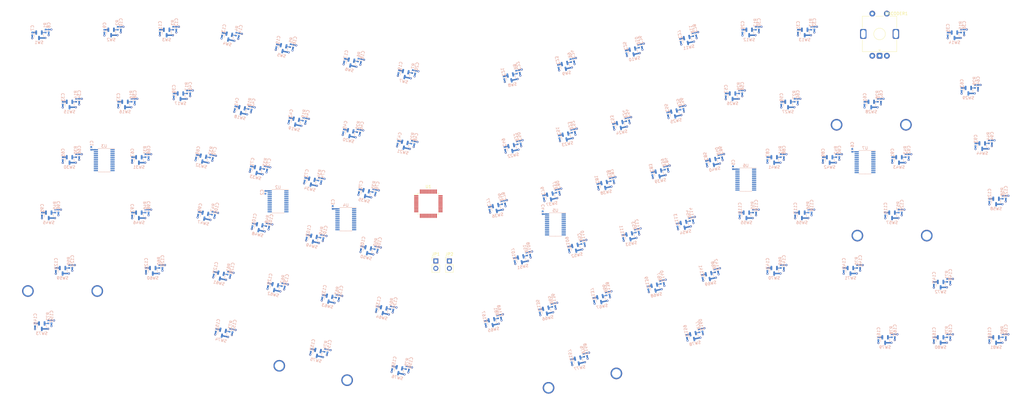
<source format=kicad_pcb>
(kicad_pcb (version 20240108) (generator "pcbnew") (generator_version "8.0")
  (layers (0 "F.Cu" signal) (31 "B.Cu" signal) (34 "B.Paste" user) (35 "F.Paste" user) (36 "B.SilkS" user "B.Silkscreen") (37 "F.SilkS" user "F.Silkscreen") (38 "B.Mask" user) (39 "F.Mask" user) (44 "Edge.Cuts" user))
  (net 0 "")
  (net 1 "+3V3")
  (net 2 "GND")
  (net 3 "/multiplexers/keys/KEYS_0_0")
  (net 4 "/multiplexers/keys/KEYS_0_1")
  (net 5 "/multiplexers/keys/KEYS_0_2")
  (net 6 "/multiplexers/keys/KEYS_0_3")
  (net 7 "/multiplexers/keys/KEYS_0_4")
  (net 8 "/multiplexers/keys/KEYS_0_5")
  (net 9 "/multiplexers/keys/KEYS_0_6")
  (net 10 "/multiplexers/keys/KEYS_0_7")
  (net 11 "/multiplexers/keys/KEYS_0_8")
  (net 12 "/multiplexers/keys/KEYS_0_9")
  (net 13 "/multiplexers/keys/KEYS_0_10")
  (net 14 "/multiplexers/keys/KEYS_0_11")
  (net 15 "/multiplexers/keys/KEYS_0_12")
  (net 16 "/multiplexers/keys/KEYS_1_0")
  (net 17 "/multiplexers/keys/KEYS_0_13")
  (net 18 "/multiplexers/keys/KEYS_1_1")
  (net 19 "/multiplexers/keys/KEYS_1_2")
  (net 20 "/multiplexers/keys/KEYS_1_3")
  (net 21 "/multiplexers/keys/KEYS_1_4")
  (net 22 "/multiplexers/keys/KEYS_1_5")
  (net 23 "/multiplexers/keys/KEYS_1_6")
  (net 24 "/multiplexers/keys/KEYS_1_7")
  (net 25 "/multiplexers/keys/KEYS_1_8")
  (net 26 "/multiplexers/keys/KEYS_1_9")
  (net 27 "/multiplexers/keys/KEYS_1_10")
  (net 28 "/multiplexers/keys/KEYS_1_11")
  (net 29 "/multiplexers/keys/KEYS_1_12")
  (net 30 "/multiplexers/keys/KEYS_1_13")
  (net 31 "/multiplexers/keys/KEYS_1_14")
  (net 32 "/multiplexers/keys/KEYS_2_0")
  (net 33 "/multiplexers/keys/KEYS_2_1")
  (net 34 "/multiplexers/keys/KEYS_2_2")
  (net 35 "/multiplexers/keys/KEYS_2_3")
  (net 36 "/multiplexers/keys/KEYS_2_4")
  (net 37 "/multiplexers/keys/KEYS_2_5")
  (net 38 "/multiplexers/keys/KEYS_2_6")
  (net 39 "/multiplexers/keys/KEYS_2_7")
  (net 40 "/multiplexers/keys/KEYS_2_8")
  (net 41 "/multiplexers/keys/KEYS_2_9")
  (net 42 "/multiplexers/keys/KEYS_2_10")
  (net 43 "/multiplexers/keys/KEYS_2_11")
  (net 44 "/multiplexers/keys/KEYS_2_12")
  (net 45 "/multiplexers/keys/KEYS_2_13")
  (net 46 "/multiplexers/keys/KEYS_2_14")
  (net 47 "/multiplexers/keys/KEYS_3_0")
  (net 48 "/multiplexers/keys/KEYS_3_1")
  (net 49 "/multiplexers/keys/KEYS_3_2")
  (net 50 "/multiplexers/keys/KEYS_3_3")
  (net 51 "/multiplexers/keys/KEYS_3_4")
  (net 52 "/multiplexers/keys/KEYS_3_5")
  (net 53 "/multiplexers/keys/KEYS_3_6")
  (net 54 "/multiplexers/keys/KEYS_3_7")
  (net 55 "/multiplexers/keys/KEYS_3_8")
  (net 56 "/multiplexers/keys/KEYS_3_9")
  (net 57 "/multiplexers/keys/KEYS_3_10")
  (net 58 "/multiplexers/keys/KEYS_3_11")
  (net 59 "/multiplexers/keys/KEYS_3_12")
  (net 60 "/multiplexers/keys/KEYS_3_13")
  (net 61 "/multiplexers/keys/KEYS_4_0")
  (net 62 "/multiplexers/keys/KEYS_4_1")
  (net 63 "/multiplexers/keys/KEYS_4_2")
  (net 64 "/multiplexers/keys/KEYS_4_3")
  (net 65 "/multiplexers/keys/KEYS_4_4")
  (net 66 "/multiplexers/keys/KEYS_4_5")
  (net 67 "/multiplexers/keys/KEYS_4_7")
  (net 68 "/multiplexers/keys/KEYS_4_8")
  (net 69 "/multiplexers/keys/KEYS_4_9")
  (net 70 "/multiplexers/keys/KEYS_4_10")
  (net 71 "/multiplexers/keys/KEYS_4_11")
  (net 72 "/multiplexers/keys/KEYS_4_12")
  (net 73 "/multiplexers/keys/KEYS_4_13")
  (net 74 "/multiplexers/keys/KEYS_5_0")
  (net 75 "/multiplexers/keys/KEYS_5_1")
  (net 76 "/multiplexers/keys/KEYS_5_2")
  (net 77 "/multiplexers/keys/KEYS_5_3")
  (net 78 "/multiplexers/keys/KEYS_5_4")
  (net 79 "/multiplexers/keys/KEYS_5_5")
  (net 80 "/multiplexers/keys/KEYS_5_6")
  (net 81 "/multiplexers/keys/KEYS_5_7")
  (net 82 "/multiplexers/keys/KEYS_5_8")
  (net 83 "/multiplexers/keys/KEYS_4_6")
  (net 84 "/ENCODER_A")
  (net 85 "/ENCODER_B")
  (net 86 "/ENCODER_SW")
  (net 87 "/~{RESET}")
  (net 88 "/BOOT0")
  (net 89 "Net-(SW1-VOUT)")
  (net 90 "Net-(SW2-VOUT)")
  (net 91 "Net-(SW3-VOUT)")
  (net 92 "Net-(SW4-VOUT)")
  (net 93 "Net-(SW5-VOUT)")
  (net 94 "Net-(SW6-VOUT)")
  (net 95 "Net-(SW7-VOUT)")
  (net 96 "Net-(SW8-VOUT)")
  (net 97 "Net-(SW9-VOUT)")
  (net 98 "Net-(SW10-VOUT)")
  (net 99 "Net-(SW11-VOUT)")
  (net 100 "Net-(SW12-VOUT)")
  (net 101 "Net-(SW13-VOUT)")
  (net 102 "Net-(SW15-VOUT)")
  (net 103 "Net-(SW14-VOUT)")
  (net 104 "Net-(SW16-VOUT)")
  (net 105 "Net-(SW17-VOUT)")
  (net 106 "Net-(SW18-VOUT)")
  (net 107 "Net-(SW19-VOUT)")
  (net 108 "Net-(SW20-VOUT)")
  (net 109 "Net-(SW21-VOUT)")
  (net 110 "Net-(SW22-VOUT)")
  (net 111 "Net-(SW23-VOUT)")
  (net 112 "Net-(SW24-VOUT)")
  (net 113 "Net-(SW25-VOUT)")
  (net 114 "Net-(SW26-VOUT)")
  (net 115 "Net-(SW27-VOUT)")
  (net 116 "Net-(SW28-VOUT)")
  (net 117 "Net-(SW29-VOUT)")
  (net 118 "Net-(SW30-VOUT)")
  (net 119 "Net-(SW31-VOUT)")
  (net 120 "Net-(SW32-VOUT)")
  (net 121 "Net-(SW33-VOUT)")
  (net 122 "Net-(SW34-VOUT)")
  (net 123 "Net-(SW35-VOUT)")
  (net 124 "Net-(SW36-VOUT)")
  (net 125 "Net-(SW37-VOUT)")
  (net 126 "Net-(SW38-VOUT)")
  (net 127 "Net-(SW39-VOUT)")
  (net 128 "Net-(SW40-VOUT)")
  (net 129 "Net-(SW41-VOUT)")
  (net 130 "Net-(SW42-VOUT)")
  (net 131 "Net-(SW43-VOUT)")
  (net 132 "Net-(SW44-VOUT)")
  (net 133 "Net-(SW45-VOUT)")
  (net 134 "Net-(SW46-VOUT)")
  (net 135 "Net-(SW47-VOUT)")
  (net 136 "Net-(SW48-VOUT)")
  (net 137 "Net-(SW49-VOUT)")
  (net 138 "Net-(SW50-VOUT)")
  (net 139 "Net-(SW51-VOUT)")
  (net 140 "Net-(SW52-VOUT)")
  (net 141 "Net-(SW53-VOUT)")
  (net 142 "Net-(SW54-VOUT)")
  (net 143 "Net-(SW55-VOUT)")
  (net 144 "Net-(SW56-VOUT)")
  (net 145 "Net-(SW57-VOUT)")
  (net 146 "Net-(SW58-VOUT)")
  (net 147 "Net-(SW59-VOUT)")
  (net 148 "Net-(SW60-VOUT)")
  (net 149 "Net-(SW61-VOUT)")
  (net 150 "Net-(SW62-VOUT)")
  (net 151 "Net-(SW63-VOUT)")
  (net 152 "Net-(SW64-VOUT)")
  (net 153 "Net-(SW66-VOUT)")
  (net 154 "Net-(SW67-VOUT)")
  (net 155 "Net-(SW68-VOUT)")
  (net 156 "Net-(SW69-VOUT)")
  (net 157 "Net-(SW70-VOUT)")
  (net 158 "Net-(SW71-VOUT)")
  (net 159 "Net-(SW72-VOUT)")
  (net 160 "Net-(SW73-VOUT)")
  (net 161 "Net-(SW74-VOUT)")
  (net 162 "Net-(SW75-VOUT)")
  (net 163 "Net-(SW76-VOUT)")
  (net 164 "Net-(SW77-VOUT)")
  (net 165 "Net-(SW78-VOUT)")
  (net 166 "Net-(SW79-VOUT)")
  (net 167 "Net-(SW80-VOUT)")
  (net 168 "Net-(SW81-VOUT)")
  (net 169 "Net-(SW65-VOUT)")
  (net 177 "/ADC1_IN3")
  (net 178 "/ADC1_IN4")
  (net 181 "/ADC2_IN3")
  (net 182 "/ADC2_IN4")
  (net 184 "/S2")
  (net 185 "/S3")
  (net 186 "/S1")
  (net 187 "/S0")
  (net 189 "/ADC4_IN4")
  (net 191 "/ADC4_IN3")
  (footprint "PCM_marbastlib-mx:STAB_MX_P_2u" (layer "F.Cu") (at 241.898751 193.017046 168)
    (property "Reference" "S75" (hide yes))
    (property "Value" "MX_stab")
  )
  (footprint "PCM_marbastlib-mx:STAB_MX_P_2u" (layer "F.Cu") (at 432.052058 107.541562 180)
    (property "Reference" "S28" (hide yes))
    (property "Value" "MX_stab")
  )
  (footprint "Connector_PinHeader_2.54mm:PinHeader_1x02_P2.54mm_Vertical" (layer "F.Cu") (at 287.1996 161.3408)
    (property "Reference" "JP2")
    (property "Value" "Jumper_2_Open")
  )
  (footprint "Connector_PinHeader_2.54mm:PinHeader_1x02_P2.54mm_Vertical" (layer "F.Cu") (at 282.5496 161.3408)
    (property "Reference" "JP1")
    (property "Value" "Jumper_2_Open")
  )
  (footprint "PCM_marbastlib-mx:STAB_MX_P_2.25u" (layer "F.Cu") (at 439.195808 145.641562 180)
    (property "Reference" "S57" (hide yes))
    (property "Value" "MX_stab")
  )
  (footprint "PCM_marbastlib-mx:STAB_MX_P_2.75u" (layer "F.Cu") (at 331.441325 195.644952 -168)
    (property "Reference" "S77" (hide yes))
    (property "Value" "MX_stab")
  )
  (footprint "PCM_marbastlib-various:ROT_Alps_EC11E-Switch" (layer "F.Cu") (at 434.909558 83.3016)
    (property "Reference" "ENCODER1")
    (property "Value" "EC11E")
  )
  (footprint "Package_QFP:LQFP-48_7x7mm_P0.5mm" (layer "F.Cu") (at 279.9868 141.6527)
    (property "Reference" "U1")
    (property "Value" "STM32F303CBTx")
  )
  (footprint "PCM_marbastlib-mx:STAB_MX_P_2.25u" (layer "F.Cu") (at 154.398308 164.691562 180)
    (property "Reference" "S59" (hide yes))
    (property "Value" "MX_stab")
  )
  (footprint "Capacitor_SMD:C_0402_1005Metric" (layer "B.Cu") (at 328.143603 156.937128 102)
    (property "Reference" "C109")
    (property "Value" "100n")
  )
  (footprint "Resistor_SMD:R_0402_1005Metric" (layer "B.Cu") (at 372.965011 185.34849 -78)
    (property "Reference" "R77")
    (property "Value" "10k")
  )
  (footprint "Capacitor_SMD:C_0402_1005Metric" (layer "B.Cu") (at 157.715508 163.225362 -90)
    (property "Reference" "C124")
    (property "Value" "100n")
  )
  (footprint "Capacitor_SMD:C_0402_1005Metric" (layer "B.Cu") (at 406.870458 82.328962 90)
    (property "Reference" "C31")
    (property "Value" "100n")
  )
  (footprint "Capacitor_SMD:C_0402_1005Metric" (layer "B.Cu") (at 355.396461 170.619942 102)
    (property "Reference" "C139")
    (property "Value" "100n")
  )
  (footprint "Capacitor_SMD:C_0402_1005Metric" (layer "B.Cu") (at 342.066548 172.411948 -78)
    (property "Reference" "C138")
    (property "Value" "100n")
  )
  (footprint "Capacitor_SMD:C_0402_1005Metric" (layer "B.Cu") (at 319.2272 144.7546 90)
    (property "Reference" "C4")
    (property "Value" "100n")
  )
  (footprint "Capacitor_SMD:C_0402_1005Metric" (layer "B.Cu") (at 300.890746 143.254313 102)
    (property "Reference" "C77")
    (property "Value" "100n")
  )
  (footprint "Capacitor_SMD:C_0402_1005Metric" (layer "B.Cu") (at 435.369258 106.075362 -90)
    (property "Reference" "C62")
    (property "Value" "100n")
  )
  (footprint "Capacitor_SMD:C_0402_1005Metric" (layer "B.Cu") (at 275.558926 96.425943 -102)
    (property "Reference" "C20")
    (property "Value" "100n")
  )
  (footprint "Resistor_SMD:R_0402_1005Metric" (layer "B.Cu") (at 156.674108 163.253362 -90)
    (property "Reference" "R59")
    (property "Value" "10k")
  )
  (footprint "Erebus:SLSS49E-3 with MX holes" (layer "B.Cu") (at 227.225757 170.422617 168)
    (property "Reference" "SW62")
    (property "Value" "SLSS49E-3")
  )
  (footprint "Capacitor_SMD:C_0402_1005Metric" (layer "B.Cu") (at 179.146758 106.075362 -90)
    (property "Reference" "C38")
    (property "Value" "100n")
  )
  (footprint "Erebus:SLSS49E-3 with MX holes" (layer "B.Cu") (at 301.859253 182.457227 -168)
    (property "Reference" "SW65")
    (property "Value" "SLSS49E-3")
  )
  (footprint "Capacitor_SMD:C_0402_1005Metric" (layer "B.Cu") (at 323.432836 176.372666 -78)
    (property "Reference" "C136")
    (property "Value" "100n")
  )
  (footprint "Erebus:SLSS49E-3 with MX holes" (layer "B.Cu") (at 149.635808 145.641562 180)
    (property "Reference" "SW45")
    (property "Value" "SLSS49E-3")
  )
  (footprint "Capacitor_SMD:C_0402_1005Metric" (layer "B.Cu") (at 262.315375 177.423546 78)
    (property "Reference" "C133")
    (property "Value" "100n")
  )
  (footprint "Resistor_SMD:R_0402_1005Metric" (layer "B.Cu") (at 248.384555 173.449728 -102)
    (property "Reference" "R63")
    (property "Value" "10k")
  )
  (footprint "Capacitor_SMD:C_0402_1005Metric" (layer "B.Cu") (at 329.891926 92.228493 -78)
    (property "Reference" "C24")
    (property "Value" "100n")
  )
  (footprint "Capacitor_SMD:C_0402_1005Metric" (layer "B.Cu") (at 150.571758 182.275362 -90)
    (property "Reference" "C150")
    (property "Value" "100n")
  )
  (footprint "Resistor_SMD:R_0402_1005Metric" (layer "B.Cu") (at 400.990358 163.253362 -90)
    (property "Reference" "R69")
    (property "Value" "10k")
  )
  (footprint "Erebus:SLSS49E-3 with MX holes" (layer "B.Cu") (at 389.189558 145.641562 180)
    (property "Reference" "SW55")
    (property "Value" "SLSS49E-3")
  )
  (footprint "Capacitor_SMD:C_0402_1005Metric" (layer "B.Cu") (at 237.999033 112.786827 -102)
    (property "Reference" "C44")
    (property "Value" "100n")
  )
  (footprint "Capacitor_SMD:C_0402_1005Metric" (layer "B.Cu") (at 207.11195 185.165284 78)
    (property "Reference" "C151")
    (property "Value" "100n")
  )
  (footprint "Erebus:SLSS49E-3 with MX holes" (layer "B.Cu") (at 408.239558 145.641562 180)
    (property "Reference" "SW56")
    (property "Value" "SLSS49E-3")
  )
  (footprint "Resistor_SMD:R_0402_1005Metric" (layer "B.Cu") (at 260.964418 137.172484 -102)
    (property "Reference" "R35")
    (property "Value" "10k")
  )
  (footprint "Resistor_SMD:R_0402_1005Metric" (layer "B.Cu") (at 213.974898 83.364479 -102)
    (property "Reference" "R4")
    (property "Value" "10k")
  )
  (footprint "Erebus:SLSS49E-3 with MX holes" (layer "B.Cu") (at 330.507531 156.89226 -168)
    (property "Reference" "SW52")
    (property "Value" "SLSS49E-3")
  )
  (footprint "Resistor_SMD:R_0402_1005Metric" (layer "B.Cu") (at 369.702004 147.090887 -78)
    (property "Reference" "R54")
    (property "Value" "10k")
  )
  (footprint "Erebus:SLSS49E-3 with MX holes" (layer "B.Cu") (at 209.289756 186.08579 168)
    (property "Reference" "SW74")
    (property "Value" "SLSS49E-3")
  )
  (footprint "Capacitor_SMD:C_0402_1005Metric" (layer "B.Cu") (at 453.542958 188.056462 90)
    (property "Reference" "C163")
    (property "Value" "100n")
  )
  (footprint "Erebus:SLSS49E-3 with MX holes" (layer "B.Cu") (at 359.155809 131.327292 -168)
    (property "Reference" "SW39")
    (property "Value" "SLSS49E-3")
  )
  (footprint "Resistor_SMD:R_0402_1005Metric" (layer "B.Cu") (at 405.752858 106.103362 -90)
    (property "Reference" "R27")
    (property "Value" "10k")
  )
  (footprint "Capacitor_SMD:C_0402_1005Metric" (layer "B.Cu") (at 439.255458 126.143962 90)
    (property "Reference" "C91")
    (property "Value" "100n")
  )
  (footprint "Erebus:SLSS49E-3 with MX holes" (layer "B.Cu") (at 384.427058 104.684062 180)
    (property "Reference" "SW26")
    (property "Value" "SLSS49E-3")
  )
  (footprint "Capacitor_SMD:C_0402_1005Metric" (layer "B.Cu") (at 343.461969 133.164166 -78)
    (property "Reference" "C82")
    (property "Value" "100n")
  )
  (footprint "Resistor_SMD:R_0402_1005Metric" (layer "B.Cu") (at 439.090358 187.065862 -90)
    (property "Reference" "R78")
    (property "Value" "10k")
  )
  (footprint "Erebus:SLSS49E-3 with MX holes" (layer "B.Cu") (at 474.914558 140.879062 180)
    (property "Reference" "SW58")
    (property "Value" "SLSS49E-3")
  )
  (footprint "Capacitor_SMD:C_0402_1005Metric" (layer "B.Cu") (at 183.032958 164.243962 90)
    (property "Reference" "C125")
    (property "Value" "100n")
  )
  (footprint "Capacitor_SMD:C_0402_1005Metric" (layer "B.Cu") (at 152.076708 164.243962 90)
    (property "Reference" "C123")
    (property "Value" "100n")
  )
  (footprint "Capacitor_SMD:C_0402_1005Metric" (layer "B.Cu") (at 187.795458 82.328962 90)
    (property "Reference" "C11")
    (property "Value" "100n")
  )
  (footprint "Resistor_SMD:R_0402_1005Metric" (layer "B.Cu") (at 242.330707 133.211766 -102)
    (property "Reference" "R34")
    (property "Value" "10k")
  )
  (footprint "Capacitor_SMD:C_0402_1005Metric" (layer "B.Cu") (at 401.155458 107.093962 90)
    (property "Reference" "C59")
    (property "Value" "100n")
  )
  (footprint "Capacitor_SMD:C_0402_1005Metric" (layer "B.Cu") (at 214.999363 83.55361 -102)
    (property "Reference" "C14")
    (property "Value" "100n")
  )
  (footprint "Capacitor_SMD:C_0402_1005Metric" (layer "B.Cu") (at 160.096758 106.075362 -90)
    (property "Reference" "C34")
    (property "Value" "100n")
  )
  (footprint "Capacitor_SMD:C_0402_1005Metric" (layer "B.Cu") (at 374.030173 166.659225 102)
    (property "Reference" "C141")
    (property "Value" "100n")
  )
  (footprint "Capacitor_SMD:C_0402_1005Metric" (layer "B.Cu") (at 212.839307 185.341315 -102)
    (property "Reference" "C152")
    (property "Value" "100n")
  )
  (footprint "Erebus:SLSS49E-3 with MX holes" (layer "B.Cu") (at 326.952055 94.352337 -168)
    (property "Reference" "SW9")
    (property "Value" "SLSS49E-3")
  )
  (footprint "Resistor_SMD:R_0402_1005Metric" (layer "B.Cu") (at 232.60861 87.325197 -102)
    (property "Reference" "R5")
    (property "Value" "10k")
  )
  (footprint "Erebus:SLSS49E-3 with MX holes" (layer "B.Cu") (at 455.864558 188.504062 180)
    (property "Reference" "SW80")
    (property "Value" "SLSS49E-3")
  )
  (footprint "Resistor_SMD:R_0402_1005Metric" (layer "B.Cu") (at 229.750843 169.489011 -102)
    (property "Reference" "R62")
    (property "Value" "10k")
  )
  (footprint "Capacitor_SMD:C_0402_1005Metric" (layer "B.Cu") (at 198.196758 103.217862 -90)
    (property "Reference" "C40")
    (property "Value" "100n")
  )
  (footprint "Resistor_SMD:R_0402_1005Metric" (layer "B.Cu") (at 333.368374 193.765015 -78)
    (property "Reference" "R76")
    (property "Value" "10k")
  )
  (footprint "Resistor_SMD:R_0402_1005Metric" (layer "B.Cu") (at 223.696995 129.251049 -102)
    (property "Reference" "R33")
    (property "Value" "10k")
  )
  (footprint "Erebus:SLSS49E-3 with MX holes" (layer "B.Cu") (at 269.849319 198.958123 168)
    (property "Reference" "SW76")
    (property "Value" "SLSS49E-3")
  )
  (footprint "Capacitor_SMD:C_0402_1005Metric" (layer "B.Cu") (at 365.411027 149.015692 102)
    (property "Reference" "C113")
    (property "Value" "100n")
  )
  (footprint "Resistor_SMD:R_0402_1005Metric" (layer "B.Cu") (at 310.245392 96.433118 -78)
    (property "Reference" "R8")
    (property "Value" "10k")
  )
  (footprint "Erebus:SLSS49E-3 with MX holes" (layer "B.Cu") (at 245.859469 174.383334 168)
    (property "Reference" "SW63")
    (property "Value" "SLSS49E-3")
  )
  (footprint "Capacitor_SMD:C_0402_1005Metric" (layer "B.Cu") (at 375.425593 127.411442 102)
    (property "Reference" "C85")
    (property "Value" "100n")
  )
  (footprint "Resistor_SMD:R_0402_1005Metric" (layer "B.Cu") (at 255.60828 116.558413 -102)
    (property "Reference" "R20")
    (property "Value" "10k")
  )
  (footprint "Resistor_SMD:R_0402_1005Metric" (layer "B.Cu") (at 322.420014 176.616573 -78)
    (property "Reference" "R65")
    (property "Value" "10k")
  )
  (footprint "Resistor_SMD:R_0402_1005Metric" (layer "B.Cu") (at 267.018267 177.410446 -102)
    (property "Reference" "R64")
    (property "Value" "10k")
  )
  (footprint "Resistor_SMD:R_0402_1005Metric" (layer "B.Cu") (at 361.082858 129.447355 -78)
    (property "Reference" "R39")
    (property "Value" "10k")
  )
  (footprint "Erebus:SLSS49E-3 with MX holes" (layer "B.Cu") (at 241.898751 193.017046 168)
    (property "Reference" "SW75")
    (property "Value" "SLSS49E-3")
  )
  (footprint "Capacitor_SMD:C_0402_1005Metric" (layer "B.Cu") (at 200.360391 125.303431 78)
    (property "Reference" "C69")
    (property "Value" "100n")
  )
  (footprint "Package_SO:TSSOP-24_4.4x7.8mm_P0.65mm" (layer "B.Cu") (at 323.596 148.7932 180)
    (property "Reference" "U5")
    (property "Value" "74HC4067")
  )
  (footprint "Resistor_SMD:R_0402_1005Metric" (layer "B.Cu") (at 236.974568 112.597696 -102)
    (property "Reference" "R19")
    (property "Value" "10k")
  )
  (footprint "Capacitor_SMD:C_0402_1005Metric" (layer "B.Cu") (at 173.507958 107.093962 90)
    (property "Reference" "C37")
    (property "Value" "100n")
  )
  (footprint "Erebus:SLSS49E-3 with MX holes" (layer "B.Cu") (at 436.814558 188.504062 180)
    (property "Reference" "SW79")
    (property "Value" "SLSS49E-3")
  )
  (footprint "Resistor_SMD:R_0402_1005Metric" (layer "B.Cu") (at 420.040358 125.153362 -90)
    (property "Reference" "R42")
    (property "Value" "10k")
  )
  (footprint "Capacitor_SMD:C_0402_1005Metric" (layer "B.Cu") (at 393.459258 81.310362 -90)
    (property "Reference" "C30")
    (property "Value" "100n")
  )
  (footprint "Capacitor_SMD:C_0402_1005Metric" (layer "B.Cu") (at 348.818107 112.550095 -78)
    (property "Reference" "C54")
    (property "Value" "100n")
  )
  (footprint "Erebus:SLSS49E-3 with MX holes" (layer "B.Cu") (at 311.87382 160.852977 -168)
    (property "Reference" "SW51")
    (property "Value" "SLSS49E-3")
  )
  (footprint "Resistor_SMD:R_0402_1005Metric" (layer "B.Cu") (at 211.117131 165.528293 -102)
    (property "Reference" "R61")
    (property "Value" "10k")
  )
  (footprint "Erebus:SLSS49E-3 with MX holes" (layer "B.Cu") (at 272.009375 97.170418 168)
    (property "Reference" "SW7")
    (property "Value" "SLSS49E-3")
  )
  (footprint "Resistor_SMD:R_0402_1005Metric" (layer "B.Cu") (at 272.374405 198.024517 -102)
    (property "Reference" "R75")
    (property "Value" "10k")
  )
  (footprint "Erebus:SLSS49E-3 with MX holes" (layer "B.Cu") (at 264.493181 178.344052 168)
    (property "Reference" "SW64")
    (property "Value" "SLSS49E-3")
  )
  (footprint "Capacitor_SMD:C_0402_1005Metric" (layer "B.Cu") (at 370.714826 146.84698 -78)
    (property "Reference" "C114")
    (property "Value" "100n")
  )
  (footprint "Resistor_SMD:R_0402_1005Metric" (layer "B.Cu") (at 427.184108 163.253362 -90)
    (property "Reference" "R70")
    (property "Value" "10k")
  )
  (footprint "Package_SO:TSSOP-24_4.4x7.8mm_P0.65mm" (layer "B.Cu") (at 228.3714 140.843 180)
    (property "Reference" "U2")
    (property "Value" "74HC4067")
  )
  (footprint "Resistor_SMD:R_0402_1005Metric" (layer "B.Cu") (at 151.911608 144.203362 -90)
    (property "Reference" "R45")
    (property "Value" "10k")
  )
  (footprint "Capacitor_SMD:C_0402_1005Metric" (layer "B.Cu") (at 304.799124 180.333383 -78)
    (property "Reference" "C168")
    (property "Value" "100n")
  )
  (footprint "Capacitor_SMD:C_0402_1005Metric" (layer "B.Cu") (at 273.39887 198.213648 -102)
    (property "Reference" "C156")
    (property "Value" "100n")
  )
  (footprint "Package_SO:TSSOP-24_4.4x7.8mm_P0.65mm" (layer "B.Cu") (at 429.9127 127.37 180)
    (property "Reference" "U7")
    (property "Value" "74HC4067")
  )
  (footprint "Resistor_SMD:R_0402_1005Metric" (layer "B.Cu") (at 366.438997 108.833284 -78)
    (property "Reference" "R25")
    (property "Value" "10k")
  )
  (footprint "Resistor_SMD:R_0402_1005Metric" (layer "B.Cu") (at 352.171243 87.521503 -78)
    (property "Reference" "R10")
    (property "Value" "10k")
  )
  (footprint "Capacitor_SMD:C_0402_1005Metric" (layer "B.Cu") (at 318.129037 178.541378 102)
    (property "Reference" "C135")
    (property "Value" "100n")
  )
  (footprint "Capacitor_SMD:C_0402_1005Metric" (layer "B.Cu") (at 387.744258 103.217862 -90)
    (property "Reference" "C58")
    (property "Value" "100n")
  )
  (footprint "Erebus:SLSS49E-3 with MX holes" (layer "B.Cu") (at 234.449482 113.531302 168)
    (property "Reference" "SW19")
    (property "Value" "SLSS49E-3")
  )
  (footprint "Resistor_SMD:R_0402_1005Metric" (layer "B.Cu") (at 197.155358 103.245862 -90)
    (property "Reference" "R17")
    (property "Value" "10k")
  )
  (footprint "Resistor_SMD:R_0402_1005Metric" (layer "B.Cu") (at 244.423837 192.08344 -102)
    (property "Reference" "R74")
    (property "Value" "10k")
  )
  (footprint "Capacitor_SMD:C_0402_1005Metric" (layer "B.Cu") (at 333.447402 154.768416 -78)
    (property "Reference" "C110")
    (property "Value" "100n")
  )
  (footprint "Erebus:SLSS49E-3 with MX holes" (layer "B.Cu") (at 180.592058 145.641562 180)
    (property "Reference" "SW46")
    (property "Value" "SLSS49E-3")
  )
  (footprint "Capacitor_SMD:C_0402_1005Metric" (layer "B.Cu") (at 233.633075 87.514328 -102)
    (property "Reference" "C16")
    (property "Value" "100n")
  )
  (footprint "Erebus:SLSS49E-3 with MX holes" (layer "B.Cu") (at 190.117058 82.776562 180)
    (property "Reference" "SW3")
    (property "Value" "SLSS49E-3")
  )
  (footprint "Erebus:SLSS49E-3 with MX holes" (layer "B.Cu") (at 327.244524 118.634657 -168)
    (property "Reference" "SW23")
    (property "Value" "SLSS49E-3")
  )
  (footprint "Resistor_SMD:R_0402_1005Metric" (layer "B.Cu") (at 173.342858 81.338362 -90)
    (property "Reference" "R2")
    (property "Value" "10k")
  )
  (footprint "Erebus:SLSS49E-3 with MX holes" (layer "B.Cu") (at 253.375663 93.2097 168)
    (property "Reference" "SW6")
    (property "Value" "SLSS49E-3")
  )
  (footprint "Package_SO:TSSOP-24_4.4x7.8mm_P0.65mm" (layer "B.Cu") (at 168.6891 126.6888 180)
    (property "Reference" "U3")
    (property "Value" "74HC4067")
  )
  (footprint "Erebus:SLSS49E-3 with MX holes" (layer "B.Cu") (at 147.254558 183.741562 180)
    (property "Reference" "SW73")
    (property "Value" "SLSS49E-3")
  )
  (footprint "Resistor_SMD:R_0402_1005Metric" (layer "B.Cu") (at 148.577858 82.290862 -90)
    (property "Reference" "R1")
    (property "Value" "10k")
  )
  (footprint "Capacitor_SMD:C_0402_1005Metric" (layer "B.Cu") (at 168.745458 82.328962 90)
    (property "Reference" "C9")
    (property "Value" "100n")
  )
  (footprint "Erebus:SLSS49E-3 with MX holes" (layer "B.Cu") (at 368.877906 85.440723 -168)
    (property "Reference" "SW11")
    (property "Value" "SLSS49E-3")
  )
  (footprint "Capacitor_SMD:C_0402_1005Metric" (layer "B.Cu") (at 213.637965 108.650078 78)
    (property "Reference" "C41")
    (property "Value" "100n")
  )
  (footprint "Capacitor_SMD:C_0402_1005Metric" (layer "B.Cu") (at 219.365322 108.826109 -102)
    (property "Reference" "C42")
    (property "Value" "100n")
  )
  (footprint "Erebus:SLSS49E-3 with MX holes" (layer "B.Cu") (at 203.235907 145.847828 168)
    (property "Reference" "SW47")
    (property "Value" "SLSS49E-3")
  )
  (footprint "Resistor_SMD:R_0402_1005Metric" (layer "B.Cu") (at 332.43458 155.012323 -78)
    (property "Reference" "R52")
    (property "Value" "10k")
  )
  (footprint "Capacitor_SMD:C_0402_1005Metric" (layer "B.Cu") (at 249.40902 173.638859 -102)
    (property "Reference" "C132")
    (property "Value" "100n")
  )
  (footprint "Erebus:SLSS49E-3 with MX holes" (layer "B.Cu") (at 258.439332 138.10609 168)
    (property "Reference" "SW35")
    (property "Value" "SLSS49E-3")
  )
  (footprint "Capacitor_SMD:C_0402_1005Metric" (layer "B.Cu") (at 256.959237 156.809475 78)
    (property "Reference" "C105")
    (property "Value" "100n")
  )
  (footprint "Erebus:SLSS49E-3 with MX holes" (layer "B.Cu") (at 230.083524 88.258803 168)
    (property "Reference" "SW5")
    (property "Value" "SLSS49E-3")
  )
  (footprint "Capacitor_SMD:C_0402_1005Metric" (layer "B.Cu") (at 269.5391 120.532231 78)
    (property "Reference" "C47")
    (property "Value" "100n")
  )
  (footprint "Capacitor_SMD:C_0402_1005Metric" (layer "B.Cu") (at 192.557958 104.236462 90)
    (property "Reference" "C39")
    (property "Value" "100n")
  )
  (footprint "Capacitor_SMD:C_0402_1005Metric" (layer "B.Cu") (at 206.087748 125.479462 -102)
    (property "Reference" "C70")
    (property "Value" "100n")
  )
  (footprint "Capacitor_SMD:C_0402_1005Metric" (layer "B.Cu") (at 478.231758 139.412862 -90)
    (property "Reference" "C122")
    (property "Value" "100n")
  )
  (footprint "Capacitor_SMD:C_0402_1005Metric" (layer "B.Cu") (at 472.592958 188.056462 90)
    (property "Reference" "C165")
    (property "Value" "100n")
  )
  (footprint "Capacitor_SMD:C_0402_1005Metric" (layer "B.Cu") (at 147.314208 145.193962 90)
    (property "Reference" "C95")
    (property "Value" "100n")
  )
  (footprint "Capacitor_SMD:C_0402_1005Metric" (layer "B.Cu") (at 232.271676 112.610796 78)
    (property "Reference" "C43")
    (property "Value" "100n")
  )
  (footprint "Erebus:SLSS49E-3 with MX holes" (layer "B.Cu") (at 455.864558 169.454062 180)
    (property "Reference" "SW72")
    (property "Value" "SLSS49E-3")
  )
  (footprint "Capacitor_SMD:C_0402_1005Metric" (layer "B.Cu") (at 245.448302 192.272571 -102)
    (property "Reference" "C154")
    (property "Value" "100n")
  )
  (footprint "Resistor_SMD:R_0402_1005Metric" (layer "B.Cu") (at 313.800869 158.97304 -78)
    (property "Reference" "R51")
    (property "Value" "10k")
  )
  (footprint "Resistor_SMD:R_0402_1005Metric" (layer "B.Cu") (at 328.879104 92.4724 -78)
    (property "Reference" "R9")
    (property "Value" "10k")
  )
  (footprint "Capacitor_SMD:C_0402_1005Metric" (layer "B.Cu") (at 347.880266 89.446308 102)
    (property "Reference" "C25")
    (property "Value" "100n")
  )
  (footprint "Erebus:SLSS49E-3 with MX holes" (layer "B.Cu") (at 194.879558 104.684062 180)
    (property "Reference" "SW17")
    (property "Value" "SLSS49E-3")
  )
  (footprint "Capacitor_SMD:C_0402_1005Metric" (layer "B.Cu") (at 224.72146 129.44018 -102)
    (property "Reference" "C72")
    (property "Value" "100n")
  )
  (footprint "Capacitor_SMD:C_0402_1005Metric" (layer "B.Cu") (at 250.905388 116.571513 78)
    (property "Reference" "C45")
    (property "Value" "100n")
  )
  (footprint "Capacitor_SMD:C_0402_1005Metric" (layer "B.Cu") (at 387.820458 82.328962 90)
    (property "Reference" "C29")
    (property "Value" "100n")
  )
  (footprint "Resistor_SMD:R_0402_1005Metric" (layer "B.Cu") (at 392.417858 81.338362 -90)
    (property "Reference" "R12")
    (property "Value" "10k")
  )
  (footprint "Capacitor_SMD:C_0402_1005Metric" (layer "B.Cu") (at 392.506758 144.175362 -90)
    (property "Reference" "C116")
    (property "Value" "100n")
  )
  (footprint "Resistor_SMD:R_0402_1005Metric" (layer "B.Cu") (at 400.990358 125.153362 -90)
    (property "Reference" "R41")
    (property "Value" "10k")
  )
  (footprint "Capacitor_SMD:C_0402_1005Metric" (layer "B.Cu") (at 429.730458 107.093962 90)
    (property "Reference" "C61")
    (property "Value" "100n")
  )
  (footprint "Resistor_SMD:R_0402_1005Metric" (layer "B.Cu") (at 347.805285 112.794002 -78)
    (property "Reference" "R24")
    (property "Value" "10k")
  )
  (footprint "Erebus:SLSS49E-3 with MX holes" (layer "B.Cu") (at 465.389558 102.779062 180)
    (property "Reference" "SW29")
    (property "Value" "SLSS49E-3")
  )
  (footprint "Capacitor_SMD:C_0402_1005Metric" (layer "B.Cu") (at 436.874208 145.193962 90)
    (property "Reference" "C119")
    (property "Value" "100n")
  )
  (footprint "Resistor_SMD:R_0402_1005Metric" (layer "B.Cu") (at 477.190358 187.065862 -90)
    (property "Reference" "R80")
    (property "Value" "10k")
  )
  (footprint "Erebus:SLSS49E-3 with MX holes" (layer "B.Cu") (at 357.760389 170.575074 -168)
    (property "Reference" "SW68")
    (property "Value" "SLSS49E-3")
  )
  (footprint "Resistor_SMD:R_0402_1005Metric" (layer "B.Cu") (at 211.814842 185.152184 -102)
    (property "Reference" "R73")
    (property "Value" "10k")
  )
  (footprint "Erebus:SLSS49E-3 with MX holes" (layer "B.Cu") (at 308.610812 122.595374 -168)
    (property "Reference" "SW22")
    (property "Value" "SLSS49E-3")
  )
  (footprint "Capacitor_SMD:C_0402_1005Metric" (layer "B.Cu") (at 379.333972 164.490513 -78)
    (property "Reference" "C142")
    (property "Value" "100n")
  )
  (footprint "Erebus:SLSS49E-3 with MX holes" (layer "B.Cu") (at 409.192058 82.776562 180)
    (property "Reference" "SW13")
    (property "Value" "SLSS49E-3")
  )
  (footprint "Resistor_SMD:R_0402_1005Metric" (layer "B.Cu") (at 187.630358 163.253362 -90)
    (property "Reference" "R60")
    (property "Value" "10k")
  )
  (footprint "Resistor_SMD:R_0402_1005Metric" (layer "B.Cu") (at 310.537861 120.715437 -78)
    (property "Reference" "R22")
    (property "Value" "10k")
  )
  (footprint "Resistor_SMD:R_0402_1005Metric" (layer "B.Cu") (at 477.190358 139.440862 -90)
    (property "Reference" "R58")
    (property "Value" "10k")
  )
  (footprint "Capacitor_SMD:C_0402_1005Metric" (layer "B.Cu") (at 396.392958 126.143962 90)
    (property "Reference" "C87")
    (property "Value" "100n")
  )
  (footprint "Erebus:SLSS49E-3 with MX holes" (layer "B.Cu") (at 432.052058 107.541562 180)
    (property "Reference" "SW28")
    (property "Value" "SLSS49E-3")
  )
  (footprint "Erebus:SLSS49E-3 with MX holes" (layer "B.Cu") (at 171.067058 82.776562 180)
    (property "Reference" "SW2")
    (property "Value" "SLSS49E-3")
  )
  (footprint "Capacitor_SMD:C_0402_1005Metric" (layer "B.Cu") (at 334.381196 193.521108 -78)
    (property "Reference" "C158")
    (property "Value" "100n")
  )
  (footprint "Resistor_SMD:R_0402_1005Metric" (layer "B.Cu") (at 467.665358 101.340862 -90)
    (property "Reference" "R29")
    (property "Value" "10k")
  )
  (footprint "Resistor_SMD:R_0402_1005Metric" (layer "B.Cu") (at 458.140358 187.065862 -90)
    (property "Reference" "R79")
    (property "Value" "10k")
  )
  (footprint "Capacitor_SMD:C_0402_1005Metric" (layer "B.Cu") (at 463.944258 82.262862 -90)
    (property "Reference" "C36")
    (property "Value" "100n")
  )
  (footprint "Erebus:SLSS49E-3 with MX holes" (layer "B.Cu") (at 439.195808 145.641562 180)
    (property "Reference" "SW57")
    (property "Value" "SLSS49E-3")
  )
  (footprint "Capacitor_SMD:C_0402_1005Metric" (layer "B.Cu") (at 201.058101 144.927322 78)
    (property "Reference" "C99")
    (property "Value" "100n")
  )
  (footprint "Resistor_SMD:R_0402_1005Metric" (layer "B.Cu") (at 205.063283 125.290331 -102)
    (property "Reference" "R32")
    (property "Value" "10k")
  )
  (footprint "Resistor_SMD:R_0402_1005Metric" (layer "B.Cu") (at 351.068292 151.051605 -78)
    (property "Reference" "R53")
    (property "Value" "10k")
  )
  (footprint "Capacitor_SMD:C_0402_1005Metric" (layer "B.Cu") (at 183.909258 144.175362 -90)
    (property "Reference" "C98")
    (property "Value" "100n")
  )
  (footprint "Erebus:SLSS49E-3 with MX holes" (layer "B.Cu") (at 146.302058 83.729062 180)
    (property "Reference" "SW1")
    (property "Value" "SLSS49E-3")
  )
  (footprint "Capacitor_SMD:C_0402_1005Metric" (layer "B.Cu") (at 244.052882 153.024789 -102)
    (property "Reference" "C104")
    (property "Value" "100n")
  )
  (footprint "Erebus:SLSS49E-3 with MX holes" (layer "B.Cu") (at 303.254674 143.209445 -168)
    (property "Reference" "SW36")
    (property "Value" "SLSS49E-3")
  )
  (footprint "Resistor_SMD:R_0402_1005Metric" (layer "B.Cu") (at 329.171573 116.75472 -78)
    (property "Reference" "R23")
    (property "Value" "10k")
  )
  (footprint "Capacitor_SMD:C_0402_1005Metric" (layer "B.Cu") (at 218.994103 129.264149 78)
    (property "Reference" "C71")
    (property "Value" "100n")
  )
  (footprint "Capacitor_SMD:C_0402_1005Metric" (layer "B.Cu") (at 352.081114 150.807698 -78)
    (property "Reference" "C112")
    (property "Value" "100n")
  )
  (footprint "Erebus:SLSS49E-3 with MX holes" (layer "B.Cu") (at 240.503331 153.769264 168)
    (property "Reference" "SW49")
    (property "Value" "SLSS49E-3")
  )
  (footprint "Capacitor_SMD:C_0402_1005Metric" (layer "B.Cu") (at 267.671513 198.037617 78)
    (property "Reference" "C155")
    (property "Value" "100n")
  )
  (footprint "Capacitor_SMD:C_0402_1005Metric" (layer "B.Cu") (at 467.830458 121.381462 90)
    (property "Reference" "C93")
    (property "Value" "100n")
  )
  (footprint "Erebus:SLSS49E-3 with MX holes" (layer "B.Cu") (at 460.627058 83.729062 180)
    (property "Reference" "SW14")
    (property "Value" "SLSS49E-3")
  )
  (footprint "Resistor_SMD:R_0402_1005Metric" (layer "B.Cu") (at 182.867858 144.203362 -90)
    (property "Reference" "R46")
    (property "Value" "10k")
  )
  (footprint "Erebus:SLSS49E-3 with MX holes" (layer "B.Cu") (at 331.441325 195.644952 -168)
    (property "Reference" "SW77")
    (property "Value" "SLSS49E-3")
  )
  (footprint "Capacitor_SMD:C_0402_1005Metric" (layer "B.Cu") (at 154.457958 107.093962 90)
    (property "Reference" "C33")
    (property "Value" "100n")
  )
  (footprint "Erebus:SLSS49E-3 with MX holes" (layer "B.Cu") (at 339.126677 174.535792 -168)
    (property "Reference" "SW67")
    (property "Value" "SLSS49E-3")
  )
  (footprint "Resistor_SMD:R_0402_1005Metric" (layer "B.Cu") (at 303.786302 180.57729 -78)
    (property "Reference" "R81")
    (property "Value" "10k")
  )
  (footprint "Capacitor_SMD:C_0402_1005Metric" (layer "B.Cu") (at 362.14802 110.758089 102)
    (property "Reference" "C55")
    (property "Value" "100n")
  )
  (footprint "Package_SO:TSSOP-24_4.4x7.8mm_P0.65mm" (layer "B.Cu") (at 388.9679 133.369 180)
    (property "Reference" "U6")
    (property "Value" "74HC4067")
  )
  (footprint "Capacitor_SMD:C_0402_1005Metric" (layer "B.Cu") (at 256.925214 92.465225 -102)
    (property "Reference" "C18")
    (property "Value" "100n")
  )
  (footprint "Capacitor_SMD:C_0402_1005Metric" (layer "B.Cu") (at 459.181758 187.037862 -90)
    (property "Reference" "C164")
    (property "Value" "100n")
  )
  (footprint "Erebus:SLSS49E-3 with MX holes" (layer "B.Cu") (at 215.815771 109.570584 168)
    (property "Reference" "SW18")
    (property "Value" "SLSS49E-3")
  )
  (footprint "Capacitor_SMD:C_0402_1005Metric" (layer "B.Cu") (at 371.817777 83.316879 -78)
    (property "Reference" "C28")
    (property "Value" "100n")
  )
  (footprint "Capacitor_SMD:C_0402_1005Metric" (layer "B.Cu") (at 256.632745 116.747544 -102)
    (property "Reference" "C46")
    (property "Value" "100n")
  )
  (footprint "Capacitor_SMD:C_0402_1005Metric" (layer "B.Cu") (at 402.031758 125.125362 -90)
    (property "Reference" "C88")
    (property "Value" "100n")
  )
  (footprint "Resistor_SMD:R_0402_1005Metric" (layer "B.Cu") (at 379.71657 125.486637 -78)
    (property "Reference" "R40")
    (property "Value" "10k")
  )
  (footprint "Capacitor_SMD:C_0402_1005Metric" (layer "B.Cu") (at 329.077397 195.68982 102)
    (property "Reference" "C157")
    (property "Value" "100n")
  )
  (footprint "Capacitor_SMD:C_0402_1005Metric" (layer "B.Cu") (at 405.917958 145.193962 90)
    (property "Reference" "C117")
    (property "Value" "100n")
  )
  (footprint "Resistor_SMD:R_0402_1005Metric" (layer "B.Cu") (at 261.662129 156.796375 -102)
    (property "Reference" "R50")
    (property "Value" "10k")
  )
  (footprint "Capacitor_SMD:C_0402_1005Metric" (layer "B.Cu") (at 382.105458 104.236462 90)
    (property "Reference" "C57")
    (property "Value" "100n")
  )
  (footprint "Erebus:SLSS49E-3 with MX holes" (layer "B.Cu") (at 349.141243 152.931542 -168)
    (property "Reference" "SW53")
    (property "Value" "SLSS49E-3")
  )
  (footprint "Erebus:SLSS49E-3 with MX holes" (layer "B.Cu") (at 221.171909 130.184655 168)
    (property "Reference" "SW33")
    (property "Value" "SLSS49E-3")
  )
  (footprint "Erebus:SLSS49E-3 with MX holes" (layer "B.Cu") (at 376.394101 166.614357 -168)
    (property "Reference" "SW69")
    (property "Value" "SLSS49E-3")
  )
  (footprint "Erebus:SLSS49E-3 with MX holes" (layer "B.Cu") (at 424.908308 164.691562 180)
    (property "Reference" "SW71")
    (property "Value" "SLSS49E-3")
  )
  (footprint "Capacitor_SMD:C_0402_1005Metric" (layer "B.Cu") (at 346.777315 152.97641 102)
    (property "Reference" "C111")
    (property "Value" "100n")
  )
  (footprint "Erebus:SLSS49E-3 with MX holes" (layer "B.Cu") (at 474.914558 188.504062 180)
    (property "Reference" "SW81")
    (property "Value" "SLSS49E-3")
  )
  (footprint "Capacitor_SMD:C_0402_1005Metric" (layer "B.Cu") (at 143.980458 83.281462 90)
    (property "Reference" "C7")
    (property "Value" "100n")
  )
  (footprint "Capacitor_SMD:C_0402_1005Metric" (layer "B.Cu") (at 306.246884 122.640242 102)
    (property "Reference" "C49")
    (property "Value" "100n")
  )
  (footprint "Capacitor_SMD:C_0402_1005Metric" (layer "B.Cu") (at 178.270458 126.143962 90)
    (property "Reference" "C67")
    (property "Value" "100n")
  )
  (footprint "Capacitor_SMD:C_0402_1005Metric" (layer "B.Cu") (at 306.194545 141.085601 -78)
    (property "Reference" "C78")
    (property "Value" "100n")
  )
  (footprint "Resistor_SMD:R_0402_1005Metric" (layer "B.Cu") (at 159.055358 106.103362 -90)
    (property "Reference" "R14")
    (property "Value" "10k")
  )
  (footprint "Capacitor_SMD:C_0402_1005Metric" (layer "B.Cu") (at 384.5814 129.3088 90)
    (property "Reference" "C5")
    (property "Value" "100n")
  )
  (footprint "Resistor_SMD:R_0402_1005Metric" (layer "B.Cu") (at 391.465358 144.203362 -90)
    (property "Reference" "R55")
    (property "Value" "10k")
  )
  (footprint "Resistor_SMD:R_0402_1005Metric" (layer "B.Cu") (at 243.028417 152.835658 -102)
    (property "Reference" "R49")
    (property "Value" "10k")
  )
  (footprint "Capacitor_SMD:C_0402_1005Metric" (layer "B.Cu") (at 415.442958 126.143962 90)
    (property "Reference" "C89")
    (property "Value" "100n")
  )
  (footprint "Package_SO:TSSOP-24_4.4x7.8mm_P0.65mm" (layer "B.Cu") (at 251.6378 147.0152 180)
    (property "Reference" "U4")
    (property "Value" "74HC4067")
  )
  (footprint "Capacitor_SMD:C_0402_1005Metric" (layer "B.Cu") (at 209.272006 83.377579 78)
    (property "Reference" "C13")
    (property "Value" "100n")
  )
  (footprint "Capacitor_SMD:C_0402_1005Metric" (layer "B.Cu") (at 144.932958 183.293962 90)
    (property "Reference" "C149")
    (property "Value" "100n")
  )
  (footprint "Erebus:SLSS49E-3 with MX holes" (layer "B.Cu") (at 364.511948 110.713221 -168)
    (property "Reference" "SW25")
    (property "Value" "SLSS49E-3")
  )
  (footprint "Capacitor_SMD:C_0402_1005Metric" (layer "B.Cu") (at 422.586708 164.243962 90)
    (property "Reference" "C145")
    (property "Value" "100n")
  )
  (footprint "Capacitor_SMD:C_0402_1005Metric" (layer "B.Cu") (at 362.09568 129.203448 -78)
    (property "Reference" "C84")
    (property "Value" "100n")
  )
  (footprint "Resistor_SMD:R_0402_1005Metric" (layer "B.Cu") (at 205.760993 144.914222 -102)
    (property "Reference" "R47")
    (property "Value" "10k")
  )
  (footprint "Erebus:SLSS49E-3 with MX holes" (layer "B.Cu") (at 367.774955 148.970824 -168)
    (property "Reference" "SW54")
    (property "Value" "SLSS49E-3")
  )
  (footprint "Capacitor_SMD:C_0402_1005Metric" (layer "B.Cu") (at 367.451819 108.589377 -78)
    (property "Reference" "C56")
    (property "Value" "100n")
  )
  (footprint "Capacitor_SMD:C_0402_1005Metric" (layer "B.Cu") (at 230.775308 169.678142 -102)
    (property "Reference" "C130")
    (property "Value" "100n")
  )
  (footprint "Capacitor_SMD:C_0402_1005Metric" (layer "B.Cu") (at 442.513008 144.175362 -90)
    (property "Reference" "C120")
    (property "Value" "100n")
  )
  (footprint "Resistor_SMD:R_0402_1005Metric" (layer "B.Cu") (at 218.340857 108.636978 -102)
    (property "Reference" "R18")
    (property "Value" "10k")
  )
  (footprint "Resistor_SMD:R_0402_1005Metric" (layer "B.Cu") (at 178.105358 106.103362 -90)
    (property "Reference" "R16")
    (property "Value" "10k")
  )
  (footprint "Erebus:SLSS49E-3 with MX holes" (layer "B.Cu") (at 154.398308 164.691562 180)
    (property "Reference" "SW59")
    (property "Value" "SLSS49E-3")
  )
  (footprint "Resistor_SMD:R_0402_1005Metric" (layer "B.Cu") (at 443.852858 125.153362 -90)
    (property "Reference" "R43")
    (property "Value" "10k")
  )
  (footprint "Capacitor_SMD:C_0402_1005Metric" (layer "B.Cu") (at 324.880596 118.679525 102)
    (property "Reference" "C51")
    (property "Value" "100n")
  )
  (footprint "Resistor_SMD:R_0402_1005Metric" (layer "B.Cu") (at 159.055358 125.153362 -90)
    (property "Reference" "R30")
    (property "Value" "10k")
  )
  (footprint "Resistor_SMD:R_0402_1005Metric" (layer "B.Cu") (at 255.900749 92.276094 -102)
    (property "Reference" "R6")
    (property "Value" "10k")
  )
  (footprint "Erebus:SLSS49E-3 with MX holes" (layer "B.Cu") (at 470.152058 121.829062 180)
    (property "Reference" "SW44")
    (property "Value" "SLSS49E-3")
  )
  (footprint "Capacitor_SMD:C_0402_1005Metric" (layer "B.Cu") (at 440.131758 187.037862 -90)
    (property "Reference" "C162")
    (property "Value" "100n")
  )
  (footprint "Capacitor_SMD:C_0402_1005Metric" (layer "B.Cu") (at 411.556758 144.175362 -90)
    (property "Reference" "C118")
    (property "Value" "100n")
  )
  (footprint "Capacitor_SMD:C_0402_1005Metric" (layer "B.Cu") (at 406.794258 106.075362 -90)
    (property "Reference" "C60")
    (property "Value" "100n")
  )
  (footprint "Resistor_SMD:R_0402_1005Metric" (layer "B.Cu") (at 458.140358 168.015862 -90)
    (property "Reference" "R71")
    (property "Value" "10k")
  )
  (footprint "Resistor_SMD:R_0402_1005Metric" (layer "B.Cu") (at 386.702858 103.245862 -90)
    (property "Reference" "R26")
    (property "Value" "10k")
  )
  (footprint "Capacitor_SMD:C_0402_1005Metric" (layer "B.Cu") (at 458.305458 83.281462 90)
    (property "Reference" "C35")
    (property "Value" "100n")
  )
  (footprint "Capacitor_SMD:C_0402_1005Metric" (layer "B.Cu") (at 472.592958 140.431462 90)
    (property "Reference" "C121")
    (property "Value" "100n")
  )
  (footprint "Resistor_SMD:R_0402_1005Metric" (layer "B.Cu") (at 192.392858 81.338362 -90)
    (property "Reference" "R3")
    (property "Value" "10k")
  )
  (footprint "Erebus:SLSS49E-3 with MX holes" (layer "B.Cu") (at 398.714558 164.691562 180)
    (property "Reference" "SW70")
    (property "Value" "SLSS49E-3")
  )
  (footprint "Capacitor_SMD:C_0402_1005Metric" (layer "B.Cu") (at 206.414239 165.541393 78)
    (property "Reference" "C127")
    (property "Value" "100n")
  )
  (footprint "Capacitor_SMD:C_0402_1005Metric" (layer "B.Cu") (at 275.266457 120.708262 -102)
    (property "Reference" "C48")
    (property "Value" "100n")
  )
  (footprint "Capacitor_SMD:C_0402_1005Metric" (layer "B.Cu") (at 324.588127 94.397205 102)
    (property "Reference" "C23")
    (property "Value" "100n")
  )
  (footprint "Capacitor_SMD:C_0402_1005Metric" (layer "B.Cu") (at 356.791881 131.37216 102)
    (property "Reference" "C83")
    (property "Value" "100n")
  )
  (footprint "Capacitor_SMD:C_0402_1005Metric" (layer "B.Cu") (at 309.509892 160.897845 102)
    (property "Reference" "C107")
    (property "Value" "100n")
  )
  (footprint "Capacitor_SMD:C_0402_1005Metric" (layer "B.Cu") (at 239.720945 192.09654 78)
    (property "Reference" "C153")
    (property "Value" "100n")
  )
  (footprint "Capacitor_SMD:C_0402_1005Metric" (layer "B.Cu") (at 366.513978 85.485591 102)
    (property "Reference" "C27")
    (property "Value" "100n")
  )
  (footprint "Erebus:SLSS49E-3 with MX holes" (layer "B.Cu") (at 221.869619 149.808546 168)
    (property "Reference" "SW48")
    (property "Value" "SLSS49E-3")
  )
  (footprint "Capacitor_SMD:C_0402_1005Metric" (layer "B.Cu") (at 338.15817 135.332878 102)
    (property "Reference" "C81")
    (property "Value" "100n")
  )
  (footprint "Erebus:SLSS49E-3 with MX holes" (layer "B.Cu") (at 390.142058 82.776562 180)
    (property "Reference" "SW12")
    (property "Value" "SLSS49E-3")
  )
  (footprint "Capacitor_SMD:C_0402_1005Metric" (layer "B.Cu") (at 428.225508 163.225362 -90)
    (property "Reference" "C146")
    (property "Value" "100n")
  )
  (footprint "Resistor_SMD:R_0402_1005Metric" (layer "B.Cu") (at 274.534461 96.236812 -102)
    (property "Reference" "R7")
    (property "Value" "10k")
  )
  (footprint "Capacitor_SMD:C_0402_1005Metric" (layer "B.Cu") (at 311.258214 96.189211 -78)
    (property "Reference" "C22")
    (property "Value" "100n")
  )
  (footprint "Capacitor_SMD:C_0402_1005Metric" (layer "B.Cu") (at 164.2364 122.6312 90)
    (property "Reference" "C1")
    (property "Value" "100n")
  )
  (footprint "Capacitor_SMD:C_0402_1005Metric" (layer "B.Cu") (at 396.392958 164.243962 90)
    (property "Reference" "C143")
    (property "Value" "100n")
  )
  (footprint "Erebus:SLSS49E-3 with MX holes" (layer "B.Cu") (at 441.577058 126.591562 180)
    (property "Reference" "SW43")
    (property "Value" "SLSS49E-3")
  )
  (footprint "Erebus:SLSS49E-3 with MX holes" (layer "B.Cu") (at 271.716906 121.452737 168)
    (property "Reference" "SW21")
    (property "Value" "SLSS49E-3")
  )
  (footprint "Erebus:SLSS49E-3 with MX holes" (layer "B.Cu") (at 340.522098 135.28801 -168)
    (property "Reference" "SW38")
    (property "Value" "SLSS49E-3")
  )
  (footprint "Resistor_SMD:R_0402_1005Metric" (layer "B.Cu") (at 274.241992 120.519131 -102)
    (property "Reference" "R21")
    (property "Value" "10k")
  )
  (footprint "Capacitor_SMD:C_0402_1005Metric" (layer "B.Cu") (at 206.785458 145.103353 -102)
    (property "Reference" "C100")
    (property "Value" "100n")
  )
  (footprint "Capacitor_SMD:C_0402_1005Metric" (layer "B.Cu") (at 343.514308 114.718807 102)
    (property "Reference" "C53")
    (property "Value" "100n")
  )
  (footprint "Erebus:SLSS49E-3 with MX holes" (layer "B.Cu") (at 259.137043 157.729981 168)
    (property "Reference" "SW50")
    (property "Value" "SLSS49E-3")
  )
  (footprint "Capacitor_SMD:C_0402_1005Metric" (layer "B.Cu") (at 412.509258 81.310362 -90)
    (property "Reference" "C32")
    (property "Value" "100n")
  )
  (footprint "Capacitor_SMD:C_0402_1005Metric" (layer "B.Cu") (at 386.867958 145.193962 90)
    (property "Reference" "C115")
    (property "Value" "100n")
  )
  (footprint "Capacitor_SMD:C_0402_1005Metric" (layer "B.Cu") (at 224.028 137.7442 -90)
    (property "Reference" "C2")
    (property "Value" "100n")
  )
  (footprint "Capacitor_SMD:C_0402_1005Metric" (layer "B.Cu") (at 225.41917 149.064071 -102)
    (property "Reference" "C102")
    (property "Value" "100n")
  )
  (footprint "Capacitor_SMD:C_0402_1005Metric" (layer "B.Cu") (at 311.550683 120.47153 -78)
    (property "Reference" "C50")
    (property "Value" "100n")
  )
  (footprint "Resistor_SMD:R_0402_1005Metric" (layer "B.Cu") (at 182.867858 125.153362 -90)
    (property "Reference" "R31")
    (property "Value" "10k")
  )
  (footprint "Capacitor_SMD:C_0402_1005Metric" (layer "B.Cu") (at 463.067958 102.331462 90)
    (property "Reference" "C63")
    (property "Value" "100n")
  )
  (footprint "Capacitor_SMD:C_0402_1005Metric" (layer "B.Cu") (at 336.762749 174.58066 102)
    (property "Reference" "C137")
    (property "Value" "100n")
  )
  (footprint "Capacitor_SMD:C_0402_1005Metric" (layer "B.Cu") (at 453.542958 169.006462 90)
    (property "Reference" "C147")
    (property "Value" "100n")
  )
  (footprint "Erebus:SLSS49E-3 with MX holes" (layer "B.Cu") (at 350.244194 89.40144 -168)
    (property "Reference" "SW10")
    (property "Value" "SLSS49E-3")
  )
  (footprint "Resistor_SMD:R_0402_1005Metric" (layer "B.Cu") (at 370.804955 83.560786 -78)
    (property "Reference" "R11")
    (property "Value" "10k")
  )
  (footprint "Erebus:SLSS49E-3 with MX holes" (layer "B.Cu") (at 253.083194 117.492019 168)
    (property "Reference" "SW20")
    (property "Value" "SLSS49E-3")
  )
  (footprint "Capacitor_SMD:C_0402_1005Metric" (layer "B.Cu") (at 212.141596 165.717424 -102)
    (property "Reference" "C128")
    (property "Value" "100n")
  )
  (footprint "Capacitor_SMD:C_0402_1005Metric" (layer "B.Cu") (at 262.686594 156.985506 -102)
    (property "Reference" "C106")
    (property "Value" "100n")
  )
  (footprint "Erebus:SLSS49E-3 with MX holes" (layer "B.Cu") (at 403.477058 107.541562 180)
    (property "Reference" "SW27")
    (property "Value" "SLSS49E-3")
  )
  (footprint "Erebus:SLSS49E-3 with MX holes" (layer "B.Cu") (at 180.592058 126.591562 180)
    (property "Reference" "SW31")
    (property "Value" "SLSS49E-3")
  )
  (footprint "Resistor_SMD:R_0402_1005Metric" (layer "B.Cu") (at 149.530358 182.303362 -90)
    (property "Reference" "R72")
    (property "Value" "10k")
  )
  (footprint "Capacitor_SMD:C_0402_1005Metric" (layer "B.Cu") (at 251.197857 92.289194 78)
    (property "Reference" "C17")
    (property "Value" "100n")
  )
  (footprint "Erebus:SLSS49E-3 with MX holes" (layer "B.Cu") (at 156.779558 107.541562 180)
    (property "Reference" "SW15")
    (property "Value" "SLSS49E-3")
  )
  (footprint "Capacitor_SMD:C_0402_1005Metric" (layer "B.Cu") (at 468.706758 101.312862 -90)
    (property "Reference" "C64")
    (property "Value" "100n")
  )
  (footprint "Resistor_SMD:R_0402_1005Metric" (layer "B.Cu") (at 462.902858 82.290862 -90)
    (property "Reference" "R15")
    (property "Value" "10k")
  )
  (footprint "Capacitor_SMD:C_0402_1005Metric" (layer "B.Cu") (at 324.828257 137.124883 -78)
    (property "Reference" "C80")
    (property "Value" "100n")
  )
  (footprint "Capacitor_SMD:C_0402_1005Metric" (layer "B.Cu") (at 380.729392 125.24273 -78)
    (property "Reference" "C86")
    (property "Value" "100n")
  )
  (footprint "Capacitor_SMD:C_0402_1005Metric" (layer "B.Cu") (at 459.181758 167.987862 -90)
    (property "Reference" "C148")
    (property "Value" "100n")
  )
  (footprint "Capacitor_SMD:C_0402_1005Metric" (layer "B.Cu") (at 243.355172 133.400897 -102)
    (property "Reference" "C74")
    (property "Value" "100n")
  )
  (footprint "Capacitor_SMD:C_0402_1005Metric" (layer "B.Cu") (at 434.492958 188.056462 90)
    (property "Reference" "C161")
    (property "Value" "100n")
  )
  (footprint "Capacitor_SMD:C_0402_1005Metric" (layer "B.Cu") (at 268.042732 177.599577 -102)
    (property "Reference" "C134")
    (property "Value" "100n")
  )
  (footprint "Erebus:SLSS49E-3 with MX holes" (layer "B.Cu") (at 377.789521 127.366574 -168)
    (property "Reference" "SW40")
    (property "Value" "SLSS49E-3")
  )
  (footprint "Capacitor_SMD:C_0402_1005Metric" (layer "B.Cu") (at 183.909258 125.125362 -90)
    (property "Reference" "C68")
    (property "Value" "100n")
  )
  (footprint "Resistor_SMD:R_0402_1005Metric" (layer "B.Cu") (at 441.471608 144.203362 -90)
    (property "Reference" "R57")
    (property "Value" "10k")
  )
  (footprint "Resistor_SMD:R_0402_1005Metric" (layer "B.Cu") (at 378.32115 164.73442 -78)
    (property "Reference" "R68")
    (property "Value" "10k")
  )
  (footprint "Resistor_SMD:R_0402_1005Metric" (layer "B.Cu") (at 305.181723 141.329508 -78)
    (property "Reference" "R36")
    (property "Value" "10k")
  )
  (footprint "Erebus:SLSS49E-3 with MX holes" (layer "B.Cu") (at 208.592045 166.461899 168)
    (property "Reference" "SW61")
    (property "Value" "SLSS49E-3")
  )
  (footprint "Capacitor_SMD:C_0402_1005Metric" (layer "B.Cu") (at 154.457958 126.143962 90)
    (property "Reference" "C65")
    (property "Value" "100n")
  )
  (footprint "Capacitor_SMD:C_0402_1005Metric" (layer "B.Cu") (at 188.671758 163.225362 -90)
    (property "Reference" "C126")
    (property "Value" "100n")
  )
  (footprint "Capacitor_SMD:C_0402_1005Metric" (layer "B.Cu") (at 444.894258 125.125362 -90)
    (property "Reference" "C92")
    (property "Value" "100n")
  )
  (footprint "Capacitor_SMD:C_0402_1005Metric" (layer "B.Cu") (at 261.988883 137.361615 -102)
    (property "Reference" "C76")
    (property "Value" "100n")
  )
  (footprint "Erebus:SLSS49E-3 with MX holes" (layer "B.Cu") (at 417.764558 126.591562 180)
    (property "Reference" "SW42")
    (property "Value" "SLSS49E-3")
  )
  (footprint "Capacitor_SMD:C_0402_1005Metric" (layer "B.Cu") (at 149.619258 82.262862 -90)
    (property "Reference" "C8")
    (property "Value" "100n")
  )
  (footprint "Resistor_SMD:R_0402_1005Metric" (layer "B.Cu") (at 434.327858 106.103362 -90)
    (property "Reference" "R28")
    (property "Value" "10k")
  )
  (footprint "Resistor_SMD:R_0402_1005Metric" (layer "B.Cu") (at 472.427858 120.390862 -90)
    (property "Reference" "R44")
    (property "Value" "10k")
  )
  (footprint "Capacitor_SMD:C_0402_1005Metric" (layer "B.Cu") (at 319.524458 139.293595 102)
    (property "Reference" "C79")
    (property "Value" "100n")
  )
  (footprint "Erebus:SLSS49E-3 with MX holes" (layer "B.Cu") (at 202.538197 126.223937 168)
    (property "Reference" "SW32")
    (property "Value" "SLSS49E-3")
  )
  (footprint "Capacitor_SMD:C_0402_1005Metric" (layer "B.Cu") (at 368.674034 187.273295 102)
    (property "Reference" "C159")
    (property "Value" "100n")
  )
  (footprint "Resistor_SMD:R_0402_1005Metric" (layer "B.Cu") (at 359.687438 168.695137 -78)
    (property "Reference" "R67")
    (property "Value" "10k")
  )
  (footprint "Capacitor_SMD:C_0402_1005Metric" (layer "B.Cu") (at 473.469258 120.362862 -90)
    (property "Reference" "C94")
    (property "Value" "100n")
  )
  (footprint "Capacitor_SMD:C_0402_1005Metric" (layer "B.Cu") (at 478.231758 187.037862 -90)
    (property "Reference" "C166")
    (property "Value" "100n")
  )
  (footprint "Resistor_SMD:R_0402_1005Metric" (layer "B.Cu") (at 323.815435 137.36879 -78)
    (property "Reference" "R37")
    (property "Value" "10k")
  )
  (footprint "Capacitor_SMD:C_0402_1005Metric" (layer "B.Cu") (at 353.184065 87.277596 -78)
    (property "Reference" "C26")
    (property "Value" "100n")
  )
  (footprint "Resistor_SMD:R_0402_1005Metric" (layer "B.Cu") (at 341.053726 172.655855 -78)
    (property "Reference" "R66")
    (property "Value" "10k")
  )
  (footprint "Capacitor_SMD:C_0402_1005Metric" (layer "B.Cu") (at 256.261526 137.185584 78)
    (property "Reference" "C75")
    (property "Value" "100n")
  )
  (footprint "Capacitor_SMD:C_0402_1005Metric" (layer "B.Cu") (at 421.081758 125.125362 -90)
    (property "Reference" "C90")
    (property "Value" "100n")
  )
  (footprint "Erebus:SLSS49E-3 with MX holes" (layer "B.Cu") (at 320.492965 178.49651 -168)
    (property "Reference" "SW66")
    (property "Value" "SLSS49E-3")
  )
  (footprint "Capacitor_SMD:C_0402_1005Metric" (layer "B.Cu") (at 305.954415 98.357923 102)
    (property "Reference" "C21")
    (property "Value" "100n")
  )
  (footprint "Capacitor_SMD:C_0402_1005Metric" (layer "B.Cu") (at 238.325525 152.848758 78)
    (property "Reference" "C103")
    (property "Value" "100n")
  )
  (footprint "Capacitor_SMD:C_0402_1005Metric" (layer "B.Cu") (at 178.270458 145.193962 90)
    (property "Reference" "C97")
    (property "Value" "100n")
  )
  (footprint "Erebus:SLSS49E-3 with MX holes" (layer "B.Cu") (at 321.888386 139.248727 -168)
    (property "Reference" "SW37")
    (property "Value" "SLSS49E-3")
  )
  (footprint "Capacitor_SMD:C_0402_1005Metric" (layer "B.Cu") (at 299.495325 182.502095 102)
    (property "Reference" "C167")
    (property "Value" "100n")
  )
  (footprint "Capacitor_SMD:C_0402_1005Metric" (layer "B.Cu") (at 174.384258 81.310362 -90)
    (property "Reference" "C10")
    (property "Value" "100n")
  )
  (footprint "Capacitor_SMD:C_0402_1005Metric" (layer "B.Cu") (at 193.434258 81.310362 -90)
    (property "Reference" "C12")
    (property "Value" "100n")
  )
  (footprint "Erebus:SLSS49E-3 with MX holes" (layer "B.Cu") (at 398.714558 126.591562 180)
    (property "Reference" "SW41")
    (property "Value" "SLSS49E-3")
  )
  (footprint "Capacitor_SMD:C_0402_1005Metric" (layer "B.Cu") (at 219.691813 148.88804 78)
    (property "Reference" "C101")
    (property "Value" "100n")
  )
  (footprint "Resistor_SMD:R_0402_1005Metric" (layer "B.Cu") (at 224.394705 148.87494 -102)
    (property "Reference" "R48")
    (property "Value" "10k")
  )
  (footprint "Capacitor_SMD:C_0402_1005Metric" (layer "B.Cu") (at 237.627815 133.224866 78)
    (property "Reference" "C73")
    (property "Value" "100n")
  )
  (footprint "Erebus:SLSS49E-3 with MX holes" (layer "B.Cu") (at 185.354558 164.691562 180)
    (property "Reference" "SW60")
    (property "Value" "SLSS49E-3")
  )
  (footprint "Erebus:SLSS49E-3 with MX holes" (layer "B.Cu") (at 345.878236 114.673939 -168)
    (property "Reference" "SW24")
    (property "Value" "SLSS49E-3")
  )
  (footprint "Erebus:SLSS49E-3 with MX holes" (layer "B.Cu") (at 239.805621 134.145372 168)
    (property "Reference" "SW34")
    (property "Value" "SLSS49E-3")
  )
  (footprint "Resistor_SMD:R_0402_1005Metric" (layer "B.Cu") (at 342.449147 133.408073 -78)
    (property "Reference" "R38")
    (property "Value" "10k")
  )
  (footprint "Erebus:SLSS49E-3 with MX holes" (layer "B.Cu") (at 371.037962 187.228427 -168)
    (property "Reference" "SW78")
    (property "Value" "SLSS49E-3")
  )
  (footprint "Capacitor_SMD:C_0402_1005Metric" (layer "B.Cu") (at 227.905718 87.338297 78)
    (property "Reference" "C15")
    (property "Value" "100n")
  )
  (footprint "Erebus:SLSS49E-3 with MX holes" (layer "B.Cu") (at 308.318343 98.313055 -168)
    (property "Reference" "SW8")
    (property "Value" "SLSS49E-3")
  )
  (footprint "Capacitor_SMD:C_0402_1005Metric" (layer "B.Cu") (at 360.70026 168.45123 -78)
    (property "Reference" "C140")
    (property "Value" "100n")
  )
  (footprint "Capacitor_SMD:C_0402_1005Metric" (layer "B.Cu") (at 314.813691 158.729133 -78)
    (property "Reference" "C108")
    (property "Value" "100n")
  )
  (footprint "Capacitor_SMD:C_0402_1005Metric" (layer "B.Cu") (at 425.5262 123.317 90)
    (property "Reference" "C6")
    (property "Value" "100n")
  )
  (footprint "Capacitor_SMD:C_0402_1005Metric" (layer "B.Cu") (at 243.681663 173.462828 78)
    (property "Reference" "C131")
    (property "Value" "100n")
  )
  (footprint "Capacitor_SMD:C_0402_1005Metric" (layer "B.Cu") (at 402.031758 163.225362 -90)
    (property "Reference" "C144")
    (property "Value" "100n")
  )
  (footprint "Capacitor_SMD:C_0402_1005Metric" (layer "B.Cu") (at 247.142 142.9512 90)
    (property "Reference" "C3")
    (property "Value" "100n")
  )
  (footprint "Capacitor_SMD:C_0402_1005Metric" (layer "B.Cu") (at 225.047951 169.502111 78)
    (property "Reference" "C129")
    (property "Value" "100n")
  )
  (footprint "Capacitor_SMD:C_0402_1005Metric" (layer "B.Cu") (at 269.831569 96.249912 78)
    (property "Reference" "C19")
    (property "Value" "100n")
  )
  (footprint "Resistor_SMD:R_0402_1005Metric" (layer "B.Cu") (at 411.467858 81.338362 -90)
    (property "Reference" "R13")
    (property "Value" "10k")
  )
  (footprint "Erebus:SLSS49E-3 with MX holes" (layer "B.Cu") (at 175.829558 107.541562 180)
    (property "Reference" "SW16")
    (property "Value" "SLSS49E-3")
  )
  (footprint "Capacitor_SMD:C_0402_1005Metric" (layer "B.Cu") (at 330.184395 116.510813 -78)
    (property "Reference" "C52")
    (property "Value" "100n")
  )
  (footprint "Capacitor_SMD:C_0402_1005Metric" (layer "B.Cu") (at 373.977833 185.104583 -78)
    (property "Reference" "C160")
    (property "Value" "100n")
  )
  (footprint "Erebus:SLSS49E-3 with MX holes" (layer "B.Cu") (at 156.779558 126.591562 180)
    (property "Reference" "SW30")
    (property "Value" "SLSS49E-3")
  )
  (footprint "Capacitor_SMD:C_0402_1005Metric" (layer "B.Cu") (at 152.953008 144.175362 -90)
    (property "Reference" "C96")
    (property "Value" "100n")
  )
  (footprint "Erebus:SLSS49E-3 with MX holes" (layer "B.Cu") (at 211.449812 84.298085 168)
    (property "Reference" "SW4")
    (property "Value" "SLSS49E-3")
  )
  (footprint "Resistor_SMD:R_0402_1005Metric" (layer "B.Cu") (at 410.515358 144.203362 -90)
    (property "Reference" "R56")
    (property "Value" "10k")
  )
  (footprint "Capacitor_SMD:C_0402_1005Metric" (layer "B.Cu") (at 160.096758 125.125362 -90)
    (property "Reference" "C66")
    (property "Value" "100n")
  )
  (segment (start 366.642977 148.26311) (end 366.654956 148.27089) (width 0.25) (layer "B.Cu") (net 1))
  (segment (start 228.005515 86.868786) (end 229.337263 87.151857) (width 0.5) (layer "B.Cu") (net 1))
  (segment (start 405.917958 144.713962) (end 407.279458 144.713962) (width 0.5) (layer "B.Cu") (net 1))
  (segment (start 386.1054 129.794) (end 384.5866 129.794) (width 0.4) (layer "B.Cu") (net 1))
  (segment (start 145.341958 82.801462) (end 145.352058 82.811562) (width 0.25) (layer "B.Cu") (net 1))
  (segment (start 210.703551 83.191139) (end 210.711331 83.203118) (width 0.25) (layer "B.Cu") (net 1))
  (segment (start 473.954458 139.951462) (end 473.964558 139.961562) (width 0.25) (layer "B.Cu") (net 1))
  (segment (start 201.791936 125.116991) (end 201.799716 125.12897) (width 0.25) (layer "B.Cu") (net 1))
  (segment (start 154.457958 125.663962) (end 155.819458 125.663962) (width 0.5) (layer "B.Cu") (net 1))
  (segment (start 423.948208 163.763962) (end 423.958308 163.774062) (width 0.25) (layer "B.Cu") (net 1))
  (segment (start 438.235708 144.713962) (end 438.245808 144.724062) (width 0.25) (layer "B.Cu") (net 1))
  (segment (start 330.309347 194.937238) (end 330.321326 194.945018) (width 0.25) (layer "B.Cu") (net 1))
  (segment (start 262.415172 176.954035) (end 263.74692 177.237106) (width 0.5) (layer "B.Cu") (net 1))
  (segment (start 320.756408 138.541013) (end 320.768387 138.548793) (width 0.25) (layer "B.Cu") (net 1))
  (segment (start 251.297654 91.819683) (end 252.629402 92.102754) (width 0.5) (layer "B.Cu") (net 1))
  (segment (start 300.727275 181.749513) (end 300.739254 181.757293) (width 0.25) (layer "B.Cu") (net 1))
  (segment (start 179.631958 125.663962) (end 179.642058 125.674062) (width 0.25) (layer "B.Cu") (net 1))
  (segment (start 319.2272 145.2346) (end 320.7171 145.2346) (width 0.4) (layer "B.Cu") (net 1))
  (segment (start 207.845784 165.354953) (end 207.853564 165.366932) (width 0.25) (layer "B.Cu") (net 1))
  (segment (start 189.156958 81.848962) (end 189.167058 81.859062) (width 0.25) (layer "B.Cu") (net 1))
  (segment (start 201.157898 144.457811) (end 202.489646 144.740882) (width 0.5) (layer "B.Cu") (net 1))
  (segment (start 233.703221 112.424356) (end 233.711001 112.436335) (width 0.25) (layer "B.Cu") (net 1))
  (segment (start 406.870458 81.848962) (end 408.231958 81.848962) (width 0.5) (layer "B.Cu") (net 1))
  (segment (start 454.904458 187.576462) (end 454.914558 187.586562) (width 0.25) (layer "B.Cu") (net 1))
  (segment (start 349.112216 88.693726) (end 349.124195 88.701506) (width 0.25) (layer "B.Cu") (net 1))
  (segment (start 178.270458 125.663962) (end 179.631958 125.663962) (width 0.5) (layer "B.Cu") (net 1))
  (segment (start 467.830458 120.901462) (end 469.191958 120.901462) (width 0.5) (layer "B.Cu") (net 1))
  (segment (start 155.819458 125.663962) (end 155.829558 125.674062) (width 0.25) (layer "B.Cu") (net 1))
  (segment (start 346.677517 152.5069) (end 348.009265 152.223828) (width 0.5) (layer "B.Cu") (net 1))
  (segment (start 213.737762 108.180567) (end 215.06951 108.463638) (width 0.5) (layer "B.Cu") (net 1))
  (segment (start 300.790948 142.784803) (end 302.122696 142.501731) (width 0.5) (layer "B.Cu") (net 1))
  (segment (start 179.631958 144.713962) (end 179.642058 144.724062) (width 0.25) (layer "B.Cu") (net 1))
  (segment (start 178.270458 144.713962) (end 179.631958 144.713962) (width 0.5) (layer "B.Cu") (net 1))
  (segment (start 305.854617 97.888413) (end 307.186365 97.605341) (width 0.5) (layer "B.Cu") (net 1))
  (segment (start 237.727612 132.755355) (end 239.05936 133.038426) (width 0.5) (layer "B.Cu") (net 1))
  (segment (start 362.048222 110.288579) (end 363.37997 110.005507) (width 0.5) (layer "B.Cu") (net 1))
  (segment (start 436.874208 144.713962) (end 438.235708 144.713962) (width 0.5) (layer "B.Cu") (net 1))
  (segment (start 464.429458 101.851462) (end 464.439558 101.861562) (width 0.25) (layer "B.Cu") (net 1))
  (segment (start 337.994699 173.828078) (end 338.006678 173.835858) (width 0.25) (layer "B.Cu") (net 1))
  (segment (start 376.657543 126.65886) (end 376.669522 126.66664) (width 0.25) (layer "B.Cu") (net 1))
  (segment (start 388.229458 144.713962) (end 388.239558 144.724062) (width 0.25) (layer "B.Cu") (net 1))
  (segment (start 299.395527 182.032585) (end 300.727275 181.749513) (width 0.5) (layer "B.Cu") (net 1))
  (segment (start 168.745458 81.848962) (end 170.106958 81.848962) (width 0.5) (layer "B.Cu") (net 1))
  (segment (start 200.460188 124.83392) (end 201.791936 125.116991) (width 0.5) (layer "B.Cu") (net 1))
  (segment (start 416.804458 125.663962) (end 416.814558 125.674062) (width 0.25) (layer "B.Cu") (net 1))
  (segment (start 193.919458 103.756462) (end 193.929558 103.766562) (width 0.25) (layer "B.Cu") (net 1))
  (segment (start 154.457958 106.613962) (end 155.819458 106.613962) (width 0.5) (layer "B.Cu") (net 1))
  (segment (start 383.466958 103.756462) (end 383.477058 103.766562) (width 0.25) (layer "B.Cu") (net 1))
  (segment (start 396.392958 163.763962) (end 397.754458 163.763962) (width 0.5) (layer "B.Cu") (net 1))
  (segment (start 328.043805 156.467618) (end 329.375553 156.184546) (width 0.5) (layer "B.Cu") (net 1))
  (segment (start 225.5089 137.268) (end 224.0318 137.268) (width 0.4) (layer "B.Cu") (net 1))
  (segment (start 458.305458 82.801462) (end 459.666958 82.801462) (width 0.5) (layer "B.Cu") (net 1))
  (segment (start 368.574236 186.803785) (end 369.905984 186.520713) (width 0.5) (layer "B.Cu") (net 1))
  (segment (start 329.375553 156.184546) (end 329.387532 156.192326) (width 0.25) (layer "B.Cu") (net 1))
  (segment (start 459.666958 82.801462) (end 459.677058 82.811562) (width 0.25) (layer "B.Cu") (net 1))
  (segment (start 389.181958 81.848962) (end 389.192058 81.859062) (width 0.25) (layer "B.Cu") (net 1))
  (segment (start 407.279458 144.713962) (end 407.289558 144.724062) (width 0.25) (layer "B.Cu") (net 1))
  (segment (start 429.730458 106.613962) (end 431.091958 106.613962) (width 0.5) (layer "B.Cu") (net 1))
  (segment (start 183.032958 163.763962) (end 184.394458 163.763962) (width 0.5) (layer "B.Cu") (net 1))
  (segment (start 439.255458 125.663962) (end 440.616958 125.663962) (width 0.5) (layer "B.Cu") (net 1))
  (segment (start 401.155458 106.613962) (end 402.516958 106.613962) (width 0.5) (layer "B.Cu") (net 1))
  (segment (start 422.586708 163.763962) (end 423.948208 163.763962) (width 0.5) (layer "B.Cu") (net 1))
  (segment (start 347.780468 88.976798) (end 349.112216 88.693726) (width 0.5) (layer "B.Cu") (net 1))
  (segment (start 363.37997 110.005507) (end 363.391949 110.013287) (width 0.25) (layer "B.Cu") (net 1))
  (segment (start 358.023831 130.619578) (end 358.03581 130.627358) (width 0.25) (layer "B.Cu") (net 1))
  (segment (start 192.557958 103.756462) (end 193.919458 103.756462) (width 0.5) (layer "B.Cu") (net 1))
  (segment (start 328.977599 195.22031) (end 330.309347 194.937238) (width 0.5) (layer "B.Cu") (net 1))
  (segment (start 365.311229 148.546182) (end 366.642977 148.26311) (width 0.5) (layer "B.Cu") (net 1))
  (segment (start 221.123358 148.7016) (end 221.131138 148.713579) (width 0.25) (layer "B.Cu") (net 1))
  (segment (start 239.05936 133.038426) (end 239.06714 133.050405) (width 0.25) (layer "B.Cu") (net 1))
  (segment (start 402.516958 106.613962) (end 402.527058 106.624062) (width 0.25) (layer "B.Cu") (net 1))
  (segment (start 207.211747 184.695773) (end 208.543495 184.978844) (width 0.5) (layer "B.Cu") (net 1))
  (segment (start 307.478834 121.88766) (end 307.490813 121.89544) (width 0.25) (layer "B.Cu") (net 1))
  (segment (start 427.0482 123.797) (end 427.0502 123.795) (width 0.25) (layer "B.Cu") (net 1))
  (segment (start 184.394458 163.763962) (end 184.404558 163.774062) (width 0.25) (layer "B.Cu") (net 1))
  (segment (start 375.262123 165.906643) (end 375.274102 165.914423) (width 0.25) (layer "B.Cu") (net 1))
  (segment (start 435.854458 187.576462) (end 435.864558 187.586562) (width 0.25) (layer "B.Cu") (net 1))
  (segment (start 174.869458 106.613962) (end 174.879558 106.624062) (width 0.25) (layer "B.Cu") (net 1))
  (segment (start 164.239 123.1138) (end 164.2364 123.1112) (width 0.25) (layer "B.Cu") (net 1))
  (segment (start 339.39012 134.580296) (end 339.402099 134.588076) (width 0.25) (layer "B.Cu") (net 1))
  (segment (start 408.231958 81.848962) (end 408.242058 81.859062) (width 0.25) (layer "B.Cu") (net 1))
  (segment (start 387.820458 81.848962) (end 389.181958 81.848962) (width 0.5) (layer "B.Cu") (net 1))
  (segment (start 397.754458 125.663962) (end 397.764558 125.674062) (width 0.25) (layer "B.Cu") (net 1))
  (segment (start 173.507958 106.613962) (end 174.869458 106.613962) (width 0.5) (layer "B.Cu") (net 1))
  (segment (start 148.675708 144.713962) (end 148.685808 144.724062) (width 0.25) (layer "B.Cu") (net 1))
  (segment (start 251.005185 116.102002) (end 252.336933 116.385073) (width 0.5) (layer "B.Cu") (net 1))
  (segment (start 208.543495 184.978844) (end 208.551275 184.990823) (width 0.25) (layer "B.Cu") (net 1))
  (segment (start 472.592958 187.576462) (end 473.954458 187.576462) (width 0.5) (layer "B.Cu") (net 1))
  (segment (start 243.78146 172.993317) (end 245.113208 173.276388) (width 0.5) (layer "B.Cu") (net 1))
  (segment (start 245.113208 173.276388) (end 245.120988 173.288367) (width 0.25) (layer "B.Cu") (net 1))
  (segment (start 170.106958 81.848962) (end 170.117058 81.859062) (width 0.25) (layer "B.Cu") (net 1))
  (segment (start 373.930375 166.189715) (end 375.262123 165.906643) (width 0.5) (layer "B.Cu") (net 1))
  (segment (start 473.954458 187.576462) (end 473.964558 187.586562) (width 0.25) (layer "B.Cu") (net 1))
  (segment (start 324.780798 118.210015) (end 326.112546 117.926943) (width 0.5) (layer "B.Cu") (net 1))
  (segment (start 344.746258 113.966225) (end 344.758237 113.974005) (width 0.25) (layer "B.Cu") (net 1))
  (segment (start 239.75707 152.662318) (end 239.76485 152.674297) (width 0.25) (layer "B.Cu") (net 1))
  (segment (start 320.7171 145.2346) (end 320.7335 145.2182) (width 0.25) (layer "B.Cu") (net 1))
  (segment (start 415.442958 125.663962) (end 416.804458 125.663962) (width 0.5) (layer "B.Cu") (net 1))
  (segment (start 225.147748 169.0326) (end 226.479496 169.315671) (width 0.5) (layer "B.Cu") (net 1))
  (segment (start 384.5866 129.794) (end 384.5814 129.7888) (width 0.25) (layer "B.Cu") (net 1))
  (segment (start 143.980458 82.801462) (end 145.341958 82.801462) (width 0.5) (layer "B.Cu") (net 1))
  (segment (start 269.931366 95.780401) (end 271.263114 96.063472) (width 0.5) (layer "B.Cu") (net 1))
  (segment (start 453.542958 168.526462) (end 454.904458 168.526462) (width 0.5) (layer "B.Cu") (net 1))
  (segment (start 469.191958 120.901462) (end 469.202058 120.911562) (width 0.25) (layer "B.Cu") (net 1))
  (segment (start 356.692083 130.90265) (end 358.023831 130.619578) (width 0.5) (layer "B.Cu") (net 1))
  (segment (start 356.628411 169.86736) (end 356.64039 169.87514) (width 0.25) (layer "B.Cu") (net 1))
  (segment (start 232.371473 112.141285) (end 233.703221 112.424356) (width 0.5) (layer "B.Cu") (net 1))
  (segment (start 307.186365 97.605341) (end 307.198344 97.613121) (width 0.25) (layer "B.Cu") (net 1))
  (segment (start 248.7663 143.4312) (end 248.7753 143.4402) (width 0.25) (layer "B.Cu") (net 1))
  (segment (start 463.067958 101.851462) (end 464.429458 101.851462) (width 0.5) (layer "B.Cu") (net 1))
  (segment (start 375.325795 126.941932) (end 376.657543 126.65886) (width 0.5) (layer "B.Cu") (net 1))
  (segment (start 309.410094 160.428335) (end 310.741842 160.145263) (width 0.5) (layer "B.Cu") (net 1))
  (segment (start 306.147086 122.170732) (end 307.478834 121.88766) (width 0.5) (layer "B.Cu") (net 1))
  (segment (start 269.638897 120.06272) (end 270.970645 120.345791) (width 0.5) (layer "B.Cu") (net 1))
  (segment (start 267.77131 197.568106) (end 269.103058 197.851177) (width 0.5) (layer "B.Cu") (net 1))
  (segment (start 336.662951 174.11115) (end 337.994699 173.828078) (width 0.5) (layer "B.Cu") (net 1))
  (segment (start 226.479496 169.315671) (end 226.487276 169.32765) (width 0.25) (layer "B.Cu") (net 1))
  (segment (start 263.74692 177.237106) (end 263.7547 177.249085) (width 0.25) (layer "B.Cu") (net 1))
  (segment (start 247.142 143.4312) (end 248.7663 143.4312) (width 0.4) (layer "B.Cu") (net 1))
  (segment (start 396.392958 125.663962) (end 397.754458 125.663962) (width 0.5) (layer "B.Cu") (net 1))
  (segment (start 382.105458 103.756462) (end 383.466958 103.756462) (width 0.5) (layer "B.Cu") (net 1))
  (segment (start 152.076708 163.763962) (end 153.438208 163.763962) (width 0.5) (layer "B.Cu") (net 1))
  (segment (start 397.754458 163.763962) (end 397.764558 163.774062) (width 0.25) (layer "B.Cu") (net 1))
  (segment (start 319.360987 177.788796) (end 319.372966 177.796576) (width 0.25) (layer "B.Cu") (net 1))
  (segment (start 238.425322 152.379247) (end 239.75707 152.662318) (width 0.5) (layer "B.Cu") (net 1))
  (segment (start 241.15249 191.9101) (end 241.16027 191.922079) (width 0.25) (layer "B.Cu") (net 1))
  (segment (start 454.904458 168.526462) (end 454.914558 168.536562) (width 0.25) (layer "B.Cu") (net 1))
  (segment (start 219.0939 128.794638) (end 220.425648 129.077709) (width 0.5) (layer "B.Cu") (net 1))
  (segment (start 270.970645 120.345791) (end 270.978425 120.35777) (width 0.25) (layer "B.Cu") (net 1))
  (segment (start 252.336933 116.385073) (end 252.344713 116.397052) (width 0.25) (layer "B.Cu") (net 1))
  (segment (start 229.337263 87.151857) (end 229.345043 87.163836) (width 0.25) (layer "B.Cu") (net 1))
  (segment (start 302.122696 142.501731) (end 302.134675 142.509511) (width 0.25) (layer "B.Cu") (net 1))
  (segment (start 219.79161 148.418529) (end 221.123358 148.7016) (width 0.5) (layer "B.Cu") (net 1))
  (segment (start 326.112546 117.926943) (end 326.124525 117.934723) (width 0.25) (layer "B.Cu") (net 1))
  (segment (start 206.514036 165.071882) (end 207.845784 165.354953) (width 0.5) (layer "B.Cu") (net 1))
  (segment (start 239.820742 191.627029) (end 241.15249 191.9101) (width 0.5) (layer "B.Cu") (net 1))
  (segment (start 165.8266 123.1138) (end 164.239 123.1138) (width 0.4) (layer "B.Cu") (net 1))
  (segment (start 146.294458 182.813962) (end 146.304558 182.824062) (width 0.25) (layer "B.Cu") (net 1))
  (segment (start 369.905984 186.520713) (end 369.917963 186.528493) (width 0.25) (layer "B.Cu") (net 1))
  (segment (start 366.41418 85.016081) (end 367.745928 84.733009) (width 0.5) (layer "B.Cu") (net 1))
  (segment (start 325.820077 93.644623) (end 325.832056 93.652403) (width 0.25) (layer "B.Cu") (net 1))
  (segment (start 153.438208 163.763962) (end 153.448308 163.774062) (width 0.25) (layer "B.Cu") (net 1))
  (segment (start 318.029239 178.071868) (end 319.360987 177.788796) (width 0.5) (layer "B.Cu") (net 1))
  (segment (start 258.390782 156.623035) (end 258.398562 156.635014) (width 0.25) (layer "B.Cu") (net 1))
  (segment (start 434.492958 187.576462) (end 435.854458 187.576462) (width 0.5) (layer "B.Cu") (net 1))
  (segment (start 155.819458 106.613962) (end 155.829558 106.624062) (width 0.25) (layer "B.Cu") (net 1))
  (segment (start 257.059034 156.339964) (end 258.390782 156.623035) (width 0.5) (layer "B.Cu") (net 1))
  (segment (start 355.296663 170.150432) (end 356.628411 169.86736) (width 0.5) (layer "B.Cu") (net 1))
  (segment (start 220.425648 129.077709) (end 220.433428 129.089688) (width 0.25) (layer "B.Cu") (net 1))
  (segment (start 257.693071 136.999144) (end 257.700851 137.011123) (width 0.25) (layer "B.Cu") (net 1))
  (segment (start 431.091958 106.613962) (end 431.102058 106.624062) (width 0.25) (layer "B.Cu") (net 1))
  (segment (start 425.5262 123.797) (end 427.0482 123.797) (width 0.25) (layer "B.Cu") (net 1))
  (segment (start 472.592958 139.951462) (end 473.954458 139.951462) (width 0.5) (layer "B.Cu") (net 1))
  (segment (start 252.629402 92.102754) (end 252.637182 92.114733) (width 0.25) (layer "B.Cu") (net 1))
  (segment (start 209.371803 82.908068) (end 210.703551 83.191139) (width 0.5) (layer "B.Cu") (net 1))
  (segment (start 338.058372 134.863368) (end 339.39012 134.580296) (width 0.5) (layer "B.Cu") (net 1))
  (segment (start 256.361323 136.716073) (end 257.693071 136.999144) (width 0.5) (layer "B.Cu") (net 1))
  (segment (start 224.0318 137.268) (end 224.028 137.2642) (width 0.25) (layer "B.Cu") (net 1))
  (segment (start 310.741842 160.145263) (end 310.753821 160.153043) (width 0.25) (layer "B.Cu") (net 1))
  (segment (start 215.06951 108.463638) (end 215.07729 108.475617) (width 0.25) (layer "B.Cu") (net 1))
  (segment (start 343.41451 114.249297) (end 344.746258 113.966225) (width 0.5) (layer "B.Cu") (net 1))
  (segment (start 348.009265 152.223828) (end 348.021244 152.231608) (width 0.25) (layer "B.Cu") (net 1))
  (segment (start 144.932958 182.813962) (end 146.294458 182.813962) (width 0.5) (layer "B.Cu") (net 1))
  (segment (start 386.867958 144.713962) (end 388.229458 144.713962) (width 0.5) (layer "B.Cu") (net 1))
  (segment (start 324.488329 93.927695) (end 325.820077 93.644623) (width 0.5) (layer "B.Cu") (net 1))
  (segment (start 440.616958 125.663962) (end 440.627058 125.674062) (width 0.25) (layer "B.Cu") (net 1))
  (segment (start 367.745928 84.733009) (end 367.757907 84.740789) (width 0.25) (layer "B.Cu") (net 1))
  (segment (start 319.42466 138.824085) (end 320.756408 138.541013) (width 0.5) (layer "B.Cu") (net 1))
  (segment (start 202.489646 144.740882) (end 202.497426 144.752861) (width 0.25) (layer "B.Cu") (net 1))
  (segment (start 271.263114 96.063472) (end 271.270894 96.075451) (width 0.25) (layer "B.Cu") (net 1))
  (segment (start 453.542958 187.576462) (end 454.904458 187.576462) (width 0.5) (layer "B.Cu") (net 1))
  (segment (start 187.795458 81.848962) (end 189.156958 81.848962) (width 0.5) (layer "B.Cu") (net 1))
  (segment (start 147.314208 144.713962) (end 148.675708 144.713962) (width 0.5) (layer "B.Cu") (net 1))
  (segment (start 269.103058 197.851177) (end 269.110838 197.863156) (width 0.25) (layer "B.Cu") (net 1))
  (via (at 230.475087 171.105002) (size 0.7) (drill 0.3) (layers "F.Cu" "B.Cu") (net 2))
  (via (at 393.462258 82.768462) (size 0.7) (drill 0.3) (layers "F.Cu" "B.Cu") (net 2))
  (via (at 178.003758 108.490962) (size 0.7) (drill 0.3) (layers "F.Cu" "B.Cu") (net 2))
  (via (at 372.123868 84.742492) (size 0.7) (drill 0.3) (layers "F.Cu" "B.Cu") (net 2))
  (via (at 231.96538 114.051802) (size 0.7) (drill 0.3) (layers "F.Cu" "B.Cu") (net 2))
  (via (at 160.099758 126.583462) (size 0.7) (drill 0.3) (layers "F.Cu" "B.Cu") (net 2))
  (via (at 173.241258 83.725962) (size 0.7) (drill 0.3) (layers "F.Cu" "B.Cu") (net 2))
  (via (at 472.592958 141.904662) (size 0.7) (drill 0.3) (layers "F.Cu" "B.Cu") (net 2))
  (via (at 158.953758 127.540962) (size 0.7) (drill 0.3) (layers "F.Cu" "B.Cu") (net 2))
  (via (at 468.709758 102.770962) (size 0.7) (drill 0.3) (layers "F.Cu" "B.Cu") (net 2))
  (via (at 453.542958 189.529662) (size 0.7) (drill 0.3) (layers "F.Cu" "B.Cu") (net 2))
  (via (at 255.30496 94.590395) (size 0.7) (drill 0.3) (layers "F.Cu" "B.Cu") (net 2))
  (via (at 477.088758 189.453462) (size 0.7) (drill 0.3) (layers "F.Cu" "B.Cu") (net 2))
  (via (at 206.485237 146.530213) (size 0.7) (drill 0.3) (layers "F.Cu" "B.Cu") (net 2))
  (via (at 144.932958 184.767162) (size 0.7) (drill 0.3) (layers "F.Cu" "B.Cu") (net 2))
  (via (at 330.198017 93.654106) (size 0.7) (drill 0.3) (layers "F.Cu" "B.Cu") (net 2))
  (via (at 148.476258 84.678462) (size 0.7) (drill 0.3) (layers "F.Cu" "B.Cu") (net 2))
  (via (at 188.674758 164.683462) (size 0.7) (drill 0.3) (layers "F.Cu" "B.Cu") (net 2))
  (via (at 323.738927 177.798279) (size 0.7) (drill 0.3) (layers "F.Cu" "B.Cu") (net 2))
  (via (at 237.321519 134.665872) (size 0.7) (drill 0.3) (layers "F.Cu" "B.Cu") (net 2))
  (via (at 319.830753 140.734603) (size 0.7) (drill 0.3) (layers "F.Cu" "B.Cu") (net 2))
  (via (at 463.947258 83.720962) (size 0.7) (drill 0.3) (layers "F.Cu" "B.Cu") (net 2))
  (via (at 462.801258 84.678462) (size 0.7) (drill 0.3) (layers "F.Cu" "B.Cu") (net 2))
  (via (at 256.332524 118.174404) (size 0.7) (drill 0.3) (layers "F.Cu" "B.Cu") (net 2))
  (via (at 322.817045 178.973122) (size 0.7) (drill 0.3) (layers "F.Cu" "B.Cu") (net 2))
  (via (at 241.734918 135.526067) (size 0.7) (drill 0.3) (layers "F.Cu" "B.Cu") (net 2))
  (via (at 406.797258 107.533462) (size 0.7) (drill 0.3) (layers "F.Cu" "B.Cu") (net 2))
  (via (at 374.283924 186.530196) (size 0.7) (drill 0.3) (layers "F.Cu" "B.Cu") (net 2))
  (via (at 478.234758 188.495962) (size 0.7) (drill 0.3) (layers "F.Cu" "B.Cu") (net 2))
  (via (at 367.75791 110.01499) (size 0.7) (drill 0.3) (layers "F.Cu" "B.Cu") (net 2))
  (via (at 183.032958 165.717162) (size 0.7) (drill 0.3) (layers "F.Cu" "B.Cu") (net 2))
  (via (at 224.741655 170.943117) (size 0.7) (drill 0.3) (layers "F.Cu" "B.Cu") (net 2))
  (via (at 243.752661 154.451649) (size 0.7) (drill 0.3) (layers "F.Cu" "B.Cu") (net 2))
  (via (at 229.155054 171.803312) (size 0.7) (drill 0.3) (layers "F.Cu" "B.Cu") (net 2))
  (via (at 400.888758 165.640962) (size 0.7) (drill 0.3) (layers "F.Cu" "B.Cu") (net 2))
  (via (at 366.836028 111.189833) (size 0.7) (drill 0.3) (layers "F.Cu" "B.Cu") (net 2))
  (via (at 439.255458 127.617162) (size 0.7) (drill 0.3) (layers "F.Cu" "B.Cu") (net 2))
  (via (at 472.326258 122.778462) (size 0.7) (drill 0.3) (layers "F.Cu" "B.Cu") (net 2))
  (via (at 143.980458 84.754662) (size 0.7) (drill 0.3) (layers "F.Cu" "B.Cu") (net 2))
  (via (at 256.624993 93.892085) (size 0.7) (drill 0.3) (layers "F.Cu" "B.Cu") (net 2))
  (via (at 158.953758 108.490962) (size 0.7) (drill 0.3) (layers "F.Cu" "B.Cu") (net 2))
  (via (at 255.012491 118.872714) (size 0.7) (drill 0.3) (layers "F.Cu" "B.Cu") (net 2))
  (via (at 233.332854 88.941188) (size 0.7) (drill 0.3) (layers "F.Cu" "B.Cu") (net 2))
  (via (at 239.414649 193.537546) (size 0.7) (drill 0.3) (layers "F.Cu" "B.Cu") (net 2))
  (via (at 387.747258 104.675962) (size 0.7) (drill 0.3) (layers "F.Cu" "B.Cu") (net 2))
  (via (at 402.034758 164.683462) (size 0.7) (drill 0.3) (layers "F.Cu" "B.Cu") (net 2))
  (via (at 458.038758 170.403462) (size 0.7) (drill 0.3) (layers "F.Cu" "B.Cu") (net 2))
  (via (at 223.798916 151.189241) (size 0.7) (drill 0.3) (layers "F.Cu" "B.Cu") (net 2))
  (via (at 355.702756 172.06095) (size 0.7) (drill 0.3) (layers "F.Cu" "B.Cu") (net 2))
  (via (at 400.888758 127.540962) (size 0.7) (drill 0.3) (layers "F.Cu" "B.Cu") (net 2))
  (via (at 304.183333 182.933839) (size 0.7) (drill 0.3) (layers "F.Cu" "B.Cu") (net 2))
  (via (at 273.098649 199.640508) (size 0.7) (drill 0.3) (layers "F.Cu" "B.Cu") (net 2))
  (via (at 160.099758 107.533462) (size 0.7) (drill 0.3) (layers "F.Cu" "B.Cu") (net 2))
  (via (at 374.336468 168.100233) (size 0.7) (drill 0.3) (layers "F.Cu" "B.Cu") (net 2))
  (via (at 206.805654 186.60629) (size 0.7) (drill 0.3) (layers "F.Cu" "B.Cu") (net 2))
  (via (at 211.219053 187.466485) (size 0.7) (drill 0.3) (layers "F.Cu" "B.Cu") (net 2))
  (via (at 267.742511 179.026437) (size 0.7) (drill 0.3) (layers "F.Cu" "B.Cu") (net 2))
  (via (at 262.386373 158.412366) (size 0.7) (drill 0.3) (layers "F.Cu" "B.Cu") (net 2))
  (via (at 187.528758 165.640962) (size 0.7) (drill 0.3) (layers "F.Cu" "B.Cu") (net 2))
  (via (at 379.640063 165.916126) (size 0.7) (drill 0.3) (layers "F.Cu" "B.Cu") (net 2))
  (via (at 351.465323 153.408154) (size 0.7) (drill 0.3) (layers "F.Cu" "B.Cu") (net 2))
  (via (at 310.642423 98.789667) (size 0.7) (drill 0.3) (layers "F.Cu" "B.Cu") (net 2))
  (via (at 378.718181 167.090969) (size 0.7) (drill 0.3) (layers "F.Cu" "B.Cu") (net 2))
  (via (at 213.331669 110.091084) (size 0.7) (drill 0.3) (layers "F.Cu" "B.Cu") (net 2))
  (via (at 342.372639 173.837561) (size 0.7) (drill 0.3) (layers "F.Cu" "B.Cu") (net 2))
  (via (at 329.568604 119.111269) (size 0.7) (drill 0.3) (layers "F.Cu" "B.Cu") (net 2))
  (via (at 243.054951 134.827757) (size 0.7) (drill 0.3) (layers "F.Cu" "B.Cu") (net 2))
  (via (at 262.009079 178.864552) (size 0.7) (drill 0.3) (layers "F.Cu" "B.Cu") (net 2))
  (via (at 360.084469 171.051686) (size 0.7) (drill 0.3) (layers "F.Cu" "B.Cu") (net 2))
  (via (at 329.383692 197.130828) (size 0.7) (drill 0.3) (layers "F.Cu" "B.Cu") (net 2))
  (via (at 467.563758 103.728462) (size 0.7) (drill 0.3) (layers "F.Cu" "B.Cu") (net 2))
  (via (at 435.372258 107.533462) (size 0.7) (drill 0.3) (layers "F.Cu" "B.Cu") (net 2))
  (via (at 242.432628 155.149959) (size 0.7) (drill 0.3) (layers "F.Cu" "B.Cu") (net 2))
  (via (at 477.088758 141.828462) (size 0.7) (drill 0.3) (layers "F.Cu" "B.Cu") (net 2))
  (via (at 415.442958 127.617162) (size 0.7) (drill 0.3) (layers "F.Cu" "B.Cu") (net 2))
  (via (at 352.387205 152.233311) (size 0.7) (drill 0.3) (layers "F.Cu" "B.Cu") (net 2))
  (via (at 347.08361 154.417418) (size 0.7) (drill 0.3) (layers "F.Cu" "B.Cu") (net 2))
  (via (at 434.226258 108.490962) (size 0.7) (drill 0.3) (layers "F.Cu" "B.Cu") (net 2))
  (via (at 421.084758 126.583462) (size 0.7) (drill 0.3) (layers "F.Cu" "B.Cu") (net 2))
  (via (at 182.766258 146.590962) (size 0.7) (drill 0.3) (layers "F.Cu" "B.Cu") (net 2))
  (via (at 157.718508 164.683462) (size 0.7) (drill 0.3) (layers "F.Cu" "B.Cu") (net 2))
  (via (at 309.816187 162.338853) (size 0.7) (drill 0.3) (layers "F.Cu" "B.Cu") (net 2))
  (via (at 204.467494 127.604632) (size 0.7) (drill 0.3) (layers "F.Cu" "B.Cu") (net 2))
  (via (at 343.76806 134.589779) (size 0.7) (drill 0.3) (layers "F.Cu" "B.Cu") (net 2))
  (via (at 200.751805 146.368328) (size 0.7) (drill 0.3) (layers "F.Cu" "B.Cu") (net 2))
  (via (at 467.830458 122.854662) (size 0.7) (drill 0.3) (layers "F.Cu" "B.Cu") (net 2))
  (via (at 218.687807 130.705155) (size 0.7) (drill 0.3) (layers "F.Cu" "B.Cu") (net 2))
  (via (at 183.912258 126.583462) (size 0.7) (drill 0.3) (layers "F.Cu" "B.Cu") (net 2))
  (via (at 411.366258 83.725962) (size 0.7) (drill 0.3) (layers "F.Cu" "B.Cu") (net 2))
  (via (at 387.820458 83.802162) (size 0.7) (drill 0.3) (layers "F.Cu" "B.Cu") (net 2))
  (via (at 438.988758 189.453462) (size 0.7) (drill 0.3) (layers "F.Cu" "B.Cu") (net 2))
  (via (at 212.539086 186.768175) (size 0.7) (drill 0.3) (layers "F.Cu" "B.Cu") (net 2))
  (via (at 223.101206 131.56535) (size 0.7) (drill 0.3) (layers "F.Cu" "B.Cu") (net 2))
  (via (at 269.525273 97.690918) (size 0.7) (drill 0.3) (layers "F.Cu" "B.Cu") (net 2))
  (via (at 473.472258 121.820962) (size 0.7) (drill 0.3) (layers "F.Cu" "B.Cu") (net 2))
  (via (at 192.291258 83.725962) (size 0.7) (drill 0.3) (layers "F.Cu" "B.Cu") (net 2))
  (via (at 206.107943 166.982399) (size 0.7) (drill 0.3) (layers "F.Cu" "B.Cu") (net 2))
  (via (at 428.228508 164.683462) (size 0.7) (drill 0.3) (layers "F.Cu" "B.Cu") (net 2))
  (via (at 361.006351 169.876843) (size 0.7) (drill 0.3) (layers "F.Cu" "B.Cu") (net 2))
  (via (at 151.810008 146.590962) (size 0.7) (drill 0.3) (layers "F.Cu" "B.Cu") (net 2))
  (via (at 261.688662 138.788475) (size 0.7) (drill 0.3) (layers "F.Cu" "B.Cu") (net 2))
  (via (at 422.586708 165.717162) (size 0.7) (drill 0.3) (layers "F.Cu" "B.Cu") (net 2))
  (via (at 249.108799 175.065719) (size 0.7) (drill 0.3) (layers "F.Cu" "B.Cu") (net 2))
  (via (at 368.980329 188.714303) (size 0.7) (drill 0.3) (layers "F.Cu" "B.Cu") (net 2))
  (via (at 236.378779 114.911997) (size 0.7) (drill 0.3) (layers "F.Cu" "B.Cu") (net 2))
  (via (at 338.464465 136.773886) (size 0.7) (drill 0.3) (layers "F.Cu" "B.Cu") (net 2))
  (via (at 342.846178 135.764622) (size 0.7) (drill 0.3) (layers "F.Cu" "B.Cu") (net 2))
  (via (at 147.314208 146.667162) (size 0.7) (drill 0.3) (layers "F.Cu" "B.Cu") (net 2))
  (via (at 149.622258 83.720962) (size 0.7) (drill 0.3) (layers "F.Cu" "B.Cu") (net 2))
  (via (at 443.751258 127.540962) (size 0.7) (drill 0.3) (layers "F.Cu" "B.Cu") (net 2))
  (via (at 429.730458 108.567162) (size 0.7) (drill 0.3) (layers "F.Cu" "B.Cu") (net 2))
  (via (at 197.053758 105.633462) (size 0.7) (drill 0.3) (layers "F.Cu" "B.Cu") (net 2))
  (via (at 305.578754 143.686057) (size 0.7) (drill 0.3) (layers "F.Cu" "B.Cu") (net 2))
  (via (at 371.201986 85.917335) (size 0.7) (drill 0.3) (layers "F.Cu" "B.Cu") (net 2))
  (via (at 306.500636 142.511214) (size 0.7) (drill 0.3) (layers "F.Cu" "B.Cu") (net 2))
  (via (at 243.828048 194.397741) (size 0.7) (drill 0.3) (layers "F.Cu" "B.Cu") (net 2))
  (via (at 198.199758 104.675962) (size 0.7) (drill 0.3) (layers "F.Cu" "B.Cu") (net 2))
  (via (at 150.574758 183.733462) (size 0.7) (drill 0.3) (layers "F.Cu" "B.Cu") (net 2))
  (via (at 208.96571 84.818585) (size 0.7) (drill 0.3) (layers "F.Cu" "B.Cu") (net 2))
  (via (at 219.385517 150.329046) (size 0.7) (drill 0.3) (layers "F.Cu" "B.Cu") (net 2))
  (via (at 370.099035 149.447436) (size 0.7) (drill 0.3) (layers "F.Cu" "B.Cu") (net 2))
  (via (at 405.917958 146.667162) (size 0.7) (drill 0.3) (layers "F.Cu" "B.Cu") (net 2))
  (via (at 419.938758 127.540962) (size 0.7) (drill 0.3) (layers "F.Cu" "B.Cu") (net 2))
  (via (at 371.020917 148.272593) (size 0.7) (drill 0.3) (layers "F.Cu" "B.Cu") (net 2))
  (via (at 410.413758 146.590962) (size 0.7) (drill 0.3) (layers "F.Cu" "B.Cu") (net 2))
  (via (at 330.490486 117.936426) (size 0.7) (drill 0.3) (layers "F.Cu" "B.Cu") (net 2))
  (via (at 256.652941 158.250481) (size 0.7) (drill 0.3) (layers "F.Cu" "B.Cu") (net 2))
  (via (at 472.592958 189.529662) (size 0.7) (drill 0.3) (layers "F.Cu" "B.Cu") (net 2))
  (via (at 274.966236 122.135122) (size 0.7) (drill 0.3) (layers "F.Cu" "B.Cu") (net 2))
  (via (at 261.06634 159.110676) (size 0.7) (drill 0.3) (layers "F.Cu" "B.Cu") (net 2))
  (via (at 459.184758 188.495962) (size 0.7) (drill 0.3) (layers "F.Cu" "B.Cu") (net 2))
  (via (at 440.134758 188.495962) (size 0.7) (drill 0.3) (layers "F.Cu" "B.Cu") (net 2))
  (via (at 382.105458 105.709662) (size 0.7) (drill 0.3) (layers "F.Cu" "B.Cu") (net 2))
  (via (at 267.365217 199.478623) (size 0.7) (drill 0.3) (layers "F.Cu" "B.Cu") (net 2))
  (via (at 154.457958 127.617162) (size 0.7) (drill 0.3) (layers "F.Cu" "B.Cu") (net 2))
  (via (at 458.038758 189.453462) (size 0.7) (drill 0.3) (layers "F.Cu" "B.Cu") (net 2))
  (via (at 442.516008 145.633462) (size 0.7) (drill 0.3) (layers "F.Cu" "B.Cu") (net 2))
  (via (at 392.316258 83.725962) (size 0.7) (drill 0.3) (layers "F.Cu" "B.Cu") (net 2))
  (via (at 396.392958 127.617162) (size 0.7) (drill 0.3) (layers "F.Cu" "B.Cu") (net 2))
  (via (at 243.375367 174.903834) (size 0.7) (drill 0.3) (layers "F.Cu" "B.Cu") (net 2))
  (via (at 324.212466 139.725339) (size 0.7) (drill 0.3) (layers "F.Cu" "B.Cu") (net 2))
  (via (at 412.512258 82.768462) (size 0.7) (drill 0.3) (layers "F.Cu" "B.Cu") (net 2))
  (via (at 401.155458 108.567162) (size 0.7) (drill 0.3) (layers "F.Cu" "B.Cu") (net 2))
  (via (at 266.422478 179.724747) (size 0.7) (drill 0.3) (layers "F.Cu" "B.Cu") (net 2))
  (via (at 275.258705 97.852803) (size 0.7) (drill 0.3) (layers "F.Cu" "B.Cu") (net 2))
  (via (at 192.557958 105.709662) (size 0.7) (drill 0.3) (layers "F.Cu" "B.Cu") (net 2))
  (via (at 247.788766 175.764029) (size 0.7) (drill 0.3) (layers "F.Cu" "B.Cu") (net 2))
  (via (at 250.599092 118.012519) (size 0.7) (drill 0.3) (layers "F.Cu" "B.Cu") (net 2))
  (via (at 152.956008 145.633462) (size 0.7) (drill 0.3) (layers "F.Cu" "B.Cu") (net 2))
  (via (at 411.559758 145.633462) (size 0.7) (drill 0.3) (layers "F.Cu" "B.Cu") (net 2))
  (via (at 325.186891 120.120533) (size 0.7) (drill 0.3) (layers "F.Cu" "B.Cu") (net 2))
  (via (at 217.745068 110.951279) (size 0.7) (drill 0.3) (layers "F.Cu" "B.Cu") (net 2))
  (via (at 348.186561 90.887316) (size 0.7) (drill 0.3) (layers "F.Cu" "B.Cu") (net 2))
  (via (at 334.687287 194.946721) (size 0.7) (drill 0.3) (layers "F.Cu" "B.Cu") (net 2))
  (via (at 269.232804 121.973237) (size 0.7) (drill 0.3) (layers "F.Cu" "B.Cu") (net 2))
  (via (at 386.601258 105.633462) (size 0.7) (drill 0.3) (layers "F.Cu" "B.Cu") (net 2))
  (via (at 352.568274 89.878052) (size 0.7) (drill 0.3) (layers "F.Cu" "B.Cu") (net 2))
  (via (at 453.542958 170.479662) (size 0.7) (drill 0.3) (layers "F.Cu" "B.Cu") (net 2))
  (via (at 332.831611 157.368872) (size 0.7) (drill 0.3) (layers "F.Cu" "B.Cu") (net 2))
  (via (at 273.646203 122.833432) (size 0.7) (drill 0.3) (layers "F.Cu" "B.Cu") (net 2))
  (via (at 232.012821 89.639498) (size 0.7) (drill 0.3) (layers "F.Cu" "B.Cu") (net 2))
  (via (at 250.891561 93.7302) (size 0.7) (drill 0.3) (layers "F.Cu" "B.Cu") (net 2))
  (via (at 211.841375 167.144284) (size 0.7) (drill 0.3) (layers "F.Cu" "B.Cu") (net 2))
  (via (at 361.479889 131.803904) (size 0.7) (drill 0.3) (layers "F.Cu" "B.Cu") (net 2))
  (via (at 182.766258 127.540962) (size 0.7) (drill 0.3) (layers "F.Cu" "B.Cu") (net 2))
  (via (at 238.019229 154.289764) (size 0.7) (drill 0.3) (layers "F.Cu" "B.Cu") (net 2))
  (via (at 366.820273 86.926599) (size 0.7) (drill 0.3) (layers "F.Cu" "B.Cu") (net 2))
  (via (at 310.934892 123.071986) (size 0.7) (drill 0.3) (layers "F.Cu" "B.Cu") (net 2))
  (via (at 478.234758 140.870962) (size 0.7) (drill 0.3) (layers "F.Cu" "B.Cu") (net 2))
  (via (at 178.270458 146.667162) (size 0.7) (drill 0.3) (layers "F.Cu" "B.Cu") (net 2))
  (via (at 306.553179 124.08125) (size 0.7) (drill 0.3) (layers "F.Cu" "B.Cu") (net 2))
  (via (at 299.80162 183.943103) (size 0.7) (drill 0.3) (layers "F.Cu" "B.Cu") (net 2))
  (via (at 315.119782 160.154746) (size 0.7) (drill 0.3) (layers "F.Cu" "B.Cu") (net 2))
  (via (at 381.035483 126.668343) (size 0.7) (drill 0.3) (layers "F.Cu" "B.Cu") (net 2))
  (via (at 318.435332 179.982386) (size 0.7) (drill 0.3) (layers "F.Cu" "B.Cu") (net 2))
  (via (at 405.651258 108.490962) (size 0.7) (drill 0.3) (layers "F.Cu" "B.Cu") (net 2))
  (via (at 458.305458 84.754662) (size 0.7) (drill 0.3) (layers "F.Cu" "B.Cu") (net 2))
  (via (at 154.457958 108.567162) (size 0.7) (drill 0.3) (layers "F.Cu" "B.Cu") (net 2))
  (via (at 353.490156 88.703209) (size 0.7) (drill 0.3) (layers "F.Cu" "B.Cu") (net 2))
  (via (at 149.428758 184.690962) (size 0.7) (drill 0.3) (layers "F.Cu" "B.Cu") (net 2))
  (via (at 396.392958 165.717162) (size 0.7) (drill 0.3) (layers "F.Cu" "B.Cu") (net 2))
  (via (at 305.105215 181.758996) (size 0.7) (drill 0.3) (layers "F.Cu" "B.Cu") (net 2))
  (via (at 406.870458 83.802162) (size 0.7) (drill 0.3) (layers "F.Cu" "B.Cu") (net 2))
  (via (at 402.034758 126.583462) (size 0.7) (drill 0.3) (layers "F.Cu" "B.Cu") (net 2))
  (via (at 237.698812 114.213687) (size 0.7) (drill 0.3) (layers "F.Cu" "B.Cu") (net 2))
  (via (at 245.148081 193.699431) (size 0.7) (drill 0.3) (layers "F.Cu" "B.Cu") (net 2))
  (via (at 168.745458 83.802162) (size 0.7) (drill 0.3) (layers "F.Cu" "B.Cu") (net 2))
  (via (at 333.753493 156.194029) (size 0.7) (drill 0.3) (layers "F.Cu" "B.Cu") (net 2))
  (via (at 427.082508 165.640962) (size 0.7) (drill 0.3) (layers "F.Cu" "B.Cu") (net 2))
  (via (at 271.778616 200.338818) (size 0.7) (drill 0.3) (layers "F.Cu" "B.Cu") (net 2))
  (via (at 260.368629 139.486785) (size 0.7) (drill 0.3) (layers "F.Cu" "B.Cu") (net 2))
  (via (at 210.521342 167.842594) (size 0.7) (drill 0.3) (layers "F.Cu" "B.Cu") (net 2))
  (via (at 444.897258 126.583462) (size 0.7) (drill 0.3) (layers "F.Cu" "B.Cu") (net 2))
  (via (at 362.454315 112.199097) (size 0.7) (drill 0.3) (layers "F.Cu" "B.Cu") (net 2))
  (via (at 205.787527 126.906322) (size 0.7) (drill 0.3) (layers "F.Cu" "B.Cu") (net 2))
  (via (at 193.437258 82.768462) (size 0.7) (drill 0.3) (layers "F.Cu" "B.Cu") (net 2))
  (via (at 156.572508 165.640962) (size 0.7) (drill 0.3) (layers "F.Cu" "B.Cu") (net 2))
  (via (at 214.699142 84.98047) (size 0.7) (drill 0.3) (layers "F.Cu" "B.Cu") (net 2))
  (via (at 365.717322 150.4567) (size 0.7) (drill 0.3) (layers "F.Cu" "B.Cu") (net 2))
  (via (at 373.362042 187.705039) (size 0.7) (drill 0.3) (layers "F.Cu" "B.Cu") (net 2))
  (via (at 306.26071 99.798931) (size 0.7) (drill 0.3) (layers "F.Cu" "B.Cu") (net 2))
  (via (at 325.134348 138.550496) (size 0.7) (drill 0.3) (layers "F.Cu" "B.Cu") (net 2))
  (via (at 314.1979 161.329589) (size 0.7) (drill 0.3) (layers "F.Cu" "B.Cu") (net 2))
  (via (at 436.874208 146.667162) (size 0.7) (drill 0.3) (layers "F.Cu" "B.Cu") (net 2))
  (via (at 174.387258 82.768462) (size 0.7) (drill 0.3) (layers "F.Cu" "B.Cu") (net 2))
  (via (at 362.401771 130.629061) (size 0.7) (drill 0.3) (layers "F.Cu" "B.Cu") (net 2))
  (via (at 391.363758 146.590962) (size 0.7) (drill 0.3) (layers "F.Cu" "B.Cu") (net 2))
  (via (at 392.509758 145.633462) (size 0.7) (drill 0.3) (layers "F.Cu" "B.Cu") (net 2))
  (via (at 224.421239 130.86704) (size 0.7) (drill 0.3) (layers "F.Cu" "B.Cu") (net 2))
  (via (at 324.894422 95.838213) (size 0.7) (drill 0.3) (layers "F.Cu" "B.Cu") (net 2))
  (via (at 434.492958 189.529662) (size 0.7) (drill 0.3) (layers "F.Cu" "B.Cu") (net 2))
  (via (at 311.856774 121.897143) (size 0.7) (drill 0.3) (layers "F.Cu" "B.Cu") (net 2))
  (via (at 328.449898 158.378136) (size 0.7) (drill 0.3) (layers "F.Cu" "B.Cu") (net 2))
  (via (at 187.795458 83.802162) (size 0.7) (drill 0.3) (layers "F.Cu" "B.Cu") (net 2))
  (via (at 337.069044 176.021668) (size 0.7) (drill 0.3) (layers "F.Cu" "B.Cu") (net 2))
  (via (at 255.95523 138.62659) (size 0.7) (drill 0.3) (layers "F.Cu" "B.Cu") (net 2))
  (via (at 179.149758 107.533462) (size 0.7) (drill 0.3) (layers "F.Cu" "B.Cu") (net 2))
  (via (at 463.067958 103.804662) (size 0.7) (drill 0.3) (layers "F.Cu" "B.Cu") (net 2))
  (via (at 225.118949 150.490931) (size 0.7) (drill 0.3) (layers "F.Cu" "B.Cu") (net 2))
  (via (at 386.867958 146.667162) (size 0.7) (drill 0.3) (layers "F.Cu" "B.Cu") (net 2))
  (via (at 349.124198 113.975708) (size 0.7) (drill 0.3) (layers "F.Cu" "B.Cu") (net 2))
  (via (at 311.564305 97.614824) (size 0.7) (drill 0.3) (layers "F.Cu" "B.Cu") (net 2))
  (via (at 213.379109 85.67878) (size 0.7) (drill 0.3) (layers "F.Cu" "B.Cu") (net 2))
  (via (at 357.098176 132.813168) (size 0.7) (drill 0.3) (layers "F.Cu" "B.Cu") (net 2))
  (via (at 173.507958 108.567162) (size 0.7) (drill 0.3) (layers "F.Cu" "B.Cu") (net 2))
  (via (at 459.184758 169.445962) (size 0.7) (drill 0.3) (layers "F.Cu" "B.Cu") (net 2))
  (via (at 152.076708 165.717162) (size 0.7) (drill 0.3) (layers "F.Cu" "B.Cu") (net 2))
  (via (at 178.270458 127.617162) (size 0.7) (drill 0.3) (layers "F.Cu" "B.Cu") (net 2))
  (via (at 200.054095 126.744437) (size 0.7) (drill 0.3) (layers "F.Cu" "B.Cu") (net 2))
  (via (at 375.731888 128.85245) (size 0.7) (drill 0.3) (layers "F.Cu" "B.Cu") (net 2))
  (via (at 333.765405 196.121564) (size 0.7) (drill 0.3) (layers "F.Cu" "B.Cu") (net 2))
  (via (at 183.912258 145.633462) (size 0.7) (drill 0.3) (layers "F.Cu" "B.Cu") (net 2))
  (via (at 348.202316 115.150551) (size 0.7) (drill 0.3) (layers "F.Cu" "B.Cu") (net 2))
  (via (at 219.065101 110.252969) (size 0.7) (drill 0.3) (layers "F.Cu" "B.Cu") (net 2))
  (via (at 380.113601 127.843186) (size 0.7) (drill 0.3) (layers "F.Cu" "B.Cu") (net 2))
  (via (at 273.938672 98.551113) (size 0.7) (drill 0.3) (layers "F.Cu" "B.Cu") (net 2))
  (via (at 227.599422 88.779303) (size 0.7) (drill 0.3) (layers "F.Cu" "B.Cu") (net 2))
  (via (at 441.370008 146.590962) (size 0.7) (drill 0.3) (layers "F.Cu" "B.Cu") (net 2))
  (via (at 205.165204 147.228523) (size 0.7) (drill 0.3) (layers "F.Cu" "B.Cu") (net 2))
  (via (at 329.276135 94.828949) (size 0.7) (drill 0.3) (layers "F.Cu" "B.Cu") (net 2))
  (via (at 301.197041 144.695321) (size 0.7) (drill 0.3) (layers "F.Cu" "B.Cu") (net 2))
  (via (at 343.820603 116.159815) (size 0.7) (drill 0.3) (layers "F.Cu" "B.Cu") (net 2))
  (via (at 341.450757 175.012404) (size 0.7) (drill 0.3) (layers "F.Cu" "B.Cu") (net 2))
  (segment (start 198.196758 103.697862) (end 198.196758 104.672962) (width 0.5) (layer "B.Cu") (net 2))
  (segment (start 256.622682 93.888527) (end 256.624993 93.892085) (width 0.25) (layer "B.Cu") (net 2))
  (segment (start 211.250737 85.234661) (end 213.369502 85.685019) (width 0.5) (layer "B.Cu") (net 2))
  (segment (start 417.764558 127.549062) (end 419.930658 127.549062) (width 0.5) (layer "B.Cu") (net 2))
  (segment (start 462.793158 84.686562) (end 462.801258 84.678462) (width 0.25) (layer "B.Cu") (net 2))
  (segment (start 356.891678 131.841672) (end 357.098176 132.813168) (width 0.5) (layer "B.Cu") (net 2))
  (segment (start 197.045658 105.641562) (end 197.053758 105.633462) (width 0.25) (layer "B.Cu") (net 2))
  (segment (start 233.533278 87.983838) (end 233.330543 88.93763) (width 0.5) (layer "B.Cu") (net 2))
  (segment (start 311.560746 97.612513) (end 311.564305 97.614824) (width 0.25) (layer "B.Cu") (net 2))
  (segment (start 261.889086 137.831125) (end 261.686351 138.784917) (width 0.5) (layer "B.Cu") (net 2))
  (segment (start 343.764501 134.587468) (end 343.76806 134.589779) (width 0.25) (layer "B.Cu") (net 2))
  (segment (start 442.513008 144.655362) (end 442.513008 145.630462) (width 0.5) (layer "B.Cu") (net 2))
  (segment (start 275.16666 121.177772) (end 274.963925 122.131564) (width 0.5) (layer "B.Cu") (net 2))
  (segment (start 152.953008 144.655362) (end 152.953008 145.630462) (width 0.5) (layer "B.Cu") (net 2))
  (segment (start 182.758158 127.549062) (end 182.766258 127.540962) (width 0.25) (layer "B.Cu") (net 2))
  (segment (start 329.177194 196.159332) (end 329.383692 197.130828) (width 0.5) (layer "B.Cu") (net 2))
  (segment (start 267.571715 198.507127) (end 267.365217 199.478623) (width 0.5) (layer "B.Cu") (net 2))
  (segment (start 206.482926 146.526655) (end 206.485237 146.530213) (width 0.25) (layer "B.Cu") (net 2))
  (segment (start 343.561767 133.633676) (end 343.764501 134.587468) (width 0.5) (layer "B.Cu") (net 2))
  (segment (start 245.660394 175.31991) (end 247.779159 175.770268) (width 0.5) (layer "B.Cu") (net 2))
  (segment (start 198.196758 104.672962) (end 198.199758 104.675962) (width 0.25) (layer "B.Cu") (net 2))
  (segment (start 160.096758 106.555362) (end 160.096758 107.530462) (width 0.5) (layer "B.Cu") (net 2))
  (segment (start 396.392958 164.723962) (end 396.392958 165.717162) (width 0.5) (layer "B.Cu") (net 2))
  (segment (start 347.980063 89.91582) (end 348.186561 90.887316) (width 0.5) (layer "B.Cu") (net 2))
  (segment (start 340.721173 136.224586) (end 342.839939 135.774229) (width 0.5) (layer "B.Cu") (net 2))
  (segment (start 224.418928 130.863482) (end 224.421239 130.86704) (width 0.25) (layer "B.Cu") (net 2))
  (segment (start 205.785216 126.902764) (end 205.787527 126.906322) (width 0.25) (layer "B.Cu") (net 2))
  (segment (start 386.867958 145.673962) (end 386.867958 146.667162) (width 0.5) (layer "B.Cu") (net 2))
  (segment (start 434.218158 108.499062) (end 434.226258 108.490962) (width 0.25) (layer "B.Cu") (net 2))
  (segment (start 440.131758 187.517862) (end 440.131758 188.492962) (width 0.5) (layer "B.Cu") (net 2))
  (segment (start 402.031758 125.605362) (end 402.031758 126.580462) (width 0.5) (layer "B.Cu") (net 2))
  (segment (start 360.800058 168.92074) (end 361.002792 169.874532) (width 0.5) (layer "B.Cu") (net 2))
  (segment (start 396.392958 126.623962) (end 396.392958 127.617162) (width 0.5) (layer "B.Cu") (net 2))
  (segment (start 381.031924 126.666032) (end 381.035483 126.668343) (width 0.25) (layer "B.Cu") (net 2))
  (segment (start 232.003214 89.645737) (end 232.012821 89.639498) (width 0.25) (layer "B.Cu") (net 2))
  (segment (start 367.551617 109.058887) (end 367.754351 110.012679) (width 0.5) (layer "B.Cu") (net 2))
  (segment (start 427.074408 165.649062) (end 427.082508 165.640962) (width 0.25) (layer "B.Cu") (net 2))
  (segment (start 341.444518 175.022011) (end 341.450757 175.012404) (width 0.25) (layer "B.Cu") (net 2))
  (segment (start 249.309223 174.108369) (end 249.106488 175.062161) (width 0.5) (layer "B.Cu") (net 2))
  (segment (start 214.696831 84.976912) (end 214.699142 84.98047) (width 0.25) (layer "B.Cu") (net 2))
  (segment (start 382.105458 104.716462) (end 382.105458 105.709662) (width 0.5) (layer "B.Cu") (net 2))
  (segment (start 180.592058 127.549062) (end 182.758158 127.549062) (width 0.5) (layer "B.Cu") (net 2))
  (segment (start 302.058328 183.393803) (end 304.177094 182.943446) (width 0.5) (layer "B.Cu") (net 2))
  (segment (start 435.369258 107.530462) (end 435.372258 107.533462) (width 0.25) (layer "B.Cu") (net 2))
  (segment (start 376.593176 167.550933) (end 378.711942 167.100576) (width 0.5) (layer "B.Cu") (net 2))
  (segment (start 158.945658 108.499062) (end 158.953758 108.490962) (width 0.25) (layer "B.Cu") (net 2))
  (segment (start 156.779558 108.499062) (end 158.945658 108.499062) (width 0.5) (layer "B.Cu") (net 2))
  (segment (start 440.131758 188.492962) (end 440.134758 188.495962) (width 0.25) (layer "B.Cu") (net 2))
  (segment (start 346.077311 115.610515) (end 348.196077 115.160158) (width 0.5) (layer "B.Cu") (net 2))
  (segment (start 342.839939 135.774229) (end 342.846178 135.764622) (width 0.25) (layer "B.Cu") (net 2))
  (segment (start 329.269896 94.838556) (end 329.276135 94.828949) (width 0.25) (layer "B.Cu") (net 2))
  (segment (start 348.196077 115.160158) (end 348.202316 115.150551) (width 0.25) (layer "B.Cu") (net 2))
  (segment (start 274.963925 122.131564) (end 274.966236 122.135122) (width 0.25) (layer "B.Cu") (net 2))
  (segment (start 218.894305 129.733659) (end 218.687807 130.705155) (width 0.5) (layer "B.Cu") (net 2))
  (segment (start 371.237037 188.165003) (end 373.355803 187.714646) (width 0.5) (layer "B.Cu") (net 2))
  (segment (start 380.107362 127.852793) (end 380.113601 127.843186) (width 0.25) (layer "B.Cu") (net 2))
  (segment (start 157.715508 164.680462) (end 157.718508 164.683462) (width 0.25) (layer "B.Cu") (net 2))
  (segment (start 478.231758 139.892862) (end 478.231758 140.867962) (width 0.5) (layer "B.Cu") (net 2))
  (segment (start 219.06279 110.249411) (end 219.065101 110.252969) (width 0.25) (layer "B.Cu") (net 2))
  (segment (start 463.944258 83.717962) (end 463.947258 83.720962) (width 0.25) (layer "B.Cu") (net 2))
  (segment (start 239.606546 135.081948) (end 241.725311 135.532306) (width 0.5) (layer "B.Cu") (net 2))
  (segment (start 319.624255 139.763107) (end 319.830753 140.734603) (width 0.5) (layer "B.Cu") (net 2))
  (segment (start 269.650244 199.894699) (end 271.769009 200.345057) (width 0.5) (layer "B.Cu") (net 2))
  (segment (start 410.405658 146.599062) (end 410.413758 146.590962) (width 0.25) (layer "B.Cu") (net 2))
  (segment (start 154.457958 107.573962) (end 154.457958 108.567162) (width 0.5) (layer "B.Cu") (net 2))
  (segment (start 144.932958 183.773962) (end 144.932958 184.767162) (width 0.5) (layer "B.Cu") (net 2))
  (segment (start 269.731771 96.719422) (end 269.525273 97.690918) (width 0.5) (layer "B.Cu") (net 2))
  (segment (start 205.987951 125.948972) (end 205.785216 126.902764) (width 0.5) (layer "B.Cu") (net 2))
  (segment (start 311.853215 121.894832) (end 311.856774 121.897143) (width 0.25) (layer "B.Cu") (net 2))
  (segment (start 406.794258 106.555362) (end 406.794258 107.530462) (width 0.5) (layer "B.Cu") (net 2))
  (segment (start 193.434258 82.765462) (end 193.437258 82.768462) (width 0.25) (layer "B.Cu") (net 2))
  (segment (start 183.909258 126.580462) (end 183.912258 126.583462) (width 0.25) (layer "B.Cu") (net 2))
  (segment (start 411.358158 83.734062) (end 411.366258 83.725962) (width 0.25) (layer "B.Cu") (net 2))
  (segment (start 398.714558 127.549062) (end 400.880658 127.549062) (width 0.5) (layer "B.Cu") (net 2))
  (segment (start 206.685661 145.572863) (end 206.482926 146.526655) (width 0.5) (layer "B.Cu") (net 2))
  (segment (start 273.636596 122.839671) (end 273.646203 122.833432) (width 0.25) (layer "B.Cu") (net 2))
  (segment (start 323.532634 176.842176) (end 323.735368 177.795968) (width 0.5) (layer "B.Cu") (net 2))
  (segment (start 209.172208 83.847089) (end 208.96571 84.818585) (width 0.5) (layer "B.Cu") (net 2))
  (segment (start 463.067958 102.811462) (end 463.067958 103.804662) (width 0.5) (layer "B.Cu") (net 2))
  (segment (start 353.486597 88.700898) (end 353.490156 88.703209) (width 0.25) (layer "B.Cu") (net 2))
  (segment (start 157.715508 163.705362) (end 157.715508 164.680462) (width 0.5) (layer "B.Cu") (net 2))
  (segment (start 453.542958 188.536462) (end 453.542958 189.529662) (width 0.5) (layer "B.Cu") (net 2))
  (segment (start 261.686351 138.784917) (end 261.688662 138.788475) (width 0.25) (layer "B.Cu") (net 2))
  (segment (start 406.794258 107.530462) (end 406.797258 107.533462) (width 0.25) (layer "B.Cu") (net 2))
  (segment (start 200.260593 125.772941) (end 200.054095 126.744437) (width 0.5) (layer "B.Cu") (net 2))
  (segment (start 241.699676 193.953622) (end 243.818441 194.40398) (width 0.5) (layer "B.Cu") (net 2))
  (segment (start 422.586708 164.723962) (end 422.586708 165.717162) (width 0.5) (layer "B.Cu") (net 2))
  (segment (start 147.314208 145.673962) (end 147.314208 146.667162) (width 0.5) (layer "B.Cu") (net 2))
  (segment (start 214.899566 84.02312) (end 214.696831 84.976912) (width 0.5) (layer "B.Cu") (net 2))
  (segment (start 188.671758 163.705362) (end 188.671758 164.680462) (width 0.5) (layer "B.Cu") (net 2))
  (segment (start 359.354884 132.263868) (end 361.47365 131.813511) (width 0.5) (layer "B.Cu") (net 2))
  (segment (start 328.2434 157.40664) (end 328.449898 158.378136) (width 0.5) (layer "B.Cu") (net 2))
  (segment (start 178.270458 145.673962) (end 178.270458 146.667162) (width 0.5) (layer "B.Cu") (net 2))
  (segment (start 455.864558 189.461562) (end 458.030658 189.461562) (width 0.5) (layer "B.Cu") (net 2))
  (segment (start 240.304256 154.70584) (end 242.423021 155.156198) (width 0.5) (layer "B.Cu") (net 2))
  (segment (start 175.829558 108.499062) (end 177.995658 108.499062) (width 0.5) (layer "B.Cu") (net 2))
  (segment (start 361.002792 169.874532) (end 361.006351 169.876843) (width 0.25) (layer "B.Cu") (net 2))
  (segment (start 256.859439 157.278985) (end 256.652941 158.250481) (width 0.5) (layer "B.Cu") (net 2))
  (segment (start 205.155597 147.234762) (end 205.165204 147.228523) (width 0.25) (layer "B.Cu") (net 2))
  (segment (start 322.810806 178.982729) (end 322.817045 178.973122) (width 0.25) (layer "B.Cu") (net 2))
  (segment (start 442.513008 145.630462) (end 442.516008 145.633462) (width 0.25) (layer "B.Cu") (net 2))
  (segment (start 261.056733 159.116915) (end 261.06634 159.110676) (width 0.25) (layer "B.Cu") (net 2))
  (segment (start 477.080658 141.836562) (end 477.088758 141.828462) (width 0.25) (layer "B.Cu") (net 2))
  (segment (start 352.383646 152.231) (end 352.387205 152.233311) (width 0.25) (layer "B.Cu") (net 2))
  (segment (start 150.571758 183.730462) (end 150.574758 183.733462) (width 0.25) (layer "B.Cu") (net 2))
  (segment (start 149.635808 146.599062) (end 151.801908 146.599062) (width 0.5) (layer "B.Cu") (net 2))
  (segment (start 243.953085 153.494299) (end 243.75035 154.448091) (width 0.5) (layer "B.Cu") (net 2))
  (segment (start 375.52539 127.880954) (end 375.731888 128.85245) (width 0.5) (layer "B.Cu") (net 2))
  (segment (start 180.592058 146.599062) (end 182.758158 146.599062) (width 0.5) (layer "B.Cu") (net 2))
  (segment (start 241.725311 135.532306) (end 241.734918 135.526067) (width 0.25) (layer "B.Cu") (net 2))
  (segment (start 217.735461 110.957518) (end 217.745068 110.951279) (width 0.25) (layer "B.Cu") (net 2))
  (segment (start 258.240257 139.042666) (end 260.359022 139.493024) (width 0.5) (layer "B.Cu") (net 2))
  (segment (start 333.749934 156.191718) (end 333.753493 156.194029) (width 0.25) (layer "B.Cu") (net 2))
  (segment (start 371.017358 148.270282) (end 371.020917 148.272593) (width 0.25) (layer "B.Cu") (net 2))
  (segment (start 224.621663 129.90969) (end 224.418928 130.863482) (width 0.5) (layer "B.Cu") (net 2))
  (segment (start 245.14577 193.695873) (end 245.148081 193.699431) (width 0.25) (layer "B.Cu") (net 2))
  (segment (start 392.506758 145.630462) (end 392.509758 145.633462) (width 0.25) (layer "B.Cu") (net 2))
  (segment (start 367.97403 149.9074) (end 370.092796 149.457043) (width 0.5) (layer "B.Cu") (net 2))
  (segment (start 458.305458 83.761462) (end 458.305458 84.754662) (width 0.5) (layer "B.Cu") (net 2))
  (segment (start 236.369172 114.918236) (end 236.378779 114.911997) (width 0.25) (layer "B.Cu") (net 2))
  (segment (start 267.942935 178.069087) (end 267.7402 179.022879) (width 0.5) (layer "B.Cu") (net 2))
  (segment (start 387.744258 103.697862) (end 387.744258 104.672962) (width 0.5) (layer "B.Cu") (net 2))
  (segment (start 459.181758 168.467862) (end 459.181758 169.442962) (width 0.5) (layer "B.Cu") (net 2))
  (segment (start 252.884119 118.428595) (end 255.002884 118.878953) (width 0.5) (layer "B.Cu") (net 2))
  (segment (start 463.944258 82.742862) (end 463.944258 83.717962) (width 0.5) (layer "B.Cu") (net 2))
  (segment (start 183.909258 145.630462) (end 183.912258 145.633462) (width 0.25) (layer "B.Cu") (net 2))
  (segment (start 374.280365 186.527885) (end 374.283924 186.530196) (width 0.25) (layer "B.Cu") (net 2))
  (segment (start 249.106488 175.062161) (end 249.108799 175.065719) (width 0.25) (layer "B.Cu") (net 2))
  (segment (start 459.181758 187.517862) (end 459.181758 188.492962) (width 0.5) (layer "B.Cu") (net 2))
  (segment (start 362.195478 129.672958) (end 362.398212 130.62675) (width 0.5) (layer "B.Cu") (net 2))
  (segment (start 146.302058 84.686562) (end 148.468158 84.686562) (width 0.5) (layer "B.Cu") (net 2))
  (segment (start 256.161728 137.655094) (end 255.95523 138.62659) (width 0.5) (layer "B.Cu") (net 2))
  (segment (start 350.443269 90.338016) (end 352.562035 89.887659) (width 0.5) (layer "B.Cu") (net 2))
  (segment (start 273.929065 98.557352) (end 273.938672 98.551113) (width 0.25) (layer "B.Cu") (net 2))
  (segment (start 234.250407 114.467878) (end 236.369172 114.918236) (width 0.5) (layer "B.Cu") (net 2))
  (segment (start 239.621147 192.56605) (end 239.414649 193.537546) (width 0.5) (layer "B.Cu") (net 2))
  (segment (start 262.215577 177.893056) (end 262.009079 178.864552) (width 0.5) (layer "B.Cu") (net 2))
  (segment (start 160.096758 107.530462) (end 160.099758 107.533462) (width 0.25) (layer "B.Cu") (net 2))
  (segment (start 331.6404 196.581528) (end 333.759166 196.131171) (width 0.5) (layer "B.Cu") (net 2))
  (segment (start 361.47365 131.813511) (end 361.479889 131.803904) (width 0.25) (layer "B.Cu") (net 2))
  (segment (start 439.195808 146.599062) (end 441.361908 146.599062) (width 0.5) (layer "B.Cu") (net 2))
  (segment (start 243.818441 194.40398) (end 243.828048 194.397741) (width 0.25) (layer "B.Cu") (net 2))
  (segment (start 187.795458 82.808962) (end 187.795458 83.802162) (width 0.5) (layer "B.Cu") (net 2))
  (segment (start 428.225508 163.705362) (end 428.225508 164.680462) (width 0.5) (layer "B.Cu") (net 2))
  (segment (start 393.459258 82.765462) (end 393.462258 82.768462) (width 0.25) (layer "B.Cu") (net 2))
  (segment (start 435.369258 106.555362) (end 435.369258 107.530462) (width 0.5) (layer "B.Cu") (net 2))
  (segment (start 154.457958 126.623962) (end 154.457958 127.617162) (width 0.5) (layer "B.Cu") (net 2))
  (segment (start 429.730458 107.573962) (end 429.730458 108.567162) (width 0.5) (layer "B.Cu") (net 2))
  (segment (start 360.07823 171.061293) (end 360.084469 171.051686) (width 0.25) (layer "B.Cu") (net 2))
  (segment (start 147.254558 184.699062) (end 149.420658 184.699062) (width 0.5) (layer "B.Cu") (net 2))
  (segment (start 148.468158 84.686562) (end 148.476258 84.678462) (width 0.25) (layer "B.Cu") (net 2))
  (segment (start 243.581865 173.932338) (end 243.375367 174.903834) (width 0.5) (layer "B.Cu") (net 2))
  (segment (start 318.228834 179.01089) (end 318.435332 179.982386) (width 0.5) (layer "B.Cu") (net 2))
  (segment (start 306.497077 142.508903) (end 306.500636 142.511214) (width 0.25) (layer "B.Cu") (net 2))
  (segment (start 444.894258 125.605362) (end 444.894258 126.580462) (width 0.5) (layer "B.Cu") (net 2))
  (segment (start 269.439302 121.001741) (end 269.232804 121.973237) (width 0.5) (layer "B.Cu") (net 2))
  (segment (start 207.012152 185.634794) (end 206.805654 186.60629) (width 0.5) (layer "B.Cu") (net 2))
  (segment (start 349.340318 153.868118) (end 351.459084 153.417761) (width 0.5) (layer "B.Cu") (net 2))
  (segment (start 220.972834 131.121231) (end 223.091599 131.571589) (width 0.5) (layer "B.Cu") (net 2))
  (segment (start 412.509258 82.765462) (end 412.512258 82.768462) (width 0.25) (layer "B.Cu") (net 2))
  (segment (start 211.839064 167.140726) (end 211.841375 167.144284) (width 0.25) (layer "B.Cu") (net 2))
  (segment (start 310.928653 123.081593) (end 310.934892 123.071986) (width 0.25) (layer "B.Cu") (net 2))
  (segment (start 408.239558 146.599062) (end 410.405658 146.599062) (width 0.5) (layer "B.Cu") (net 2))
  (segment (start 444.894258 126.580462) (end 444.897258 126.583462) (width 0.25) (layer "B.Cu") (net 2))
  (segment (start 406.870458 82.808962) (end 406.870458 83.802162) (width 0.5) (layer "B.Cu") (net 2))
  (segment (start 403.477058 108.499062) (end 405.643158 108.499062) (width 0.5) (layer "B.Cu") (net 2))
  (segment (start 472.318158 122.786562) (end 472.326258 122.778462) (width 0.25) (layer "B.Cu") (net 2))
  (segment (start 327.15113 95.288913) (end 329.269896 94.838556) (width 0.5) (layer "B.Cu") (net 2))
  (segment (start 441.577058 127.549062) (end 443.743158 127.549062) (width 0.5) (layer "B.Cu") (net 2))
  (segment (start 336.862546 175.050172) (end 337.069044 176.021668) (width 0.5) (layer "B.Cu") (net 2))
  (segment (start 441.361908 146.599062) (end 441.370008 146.590962) (width 0.25) (layer "B.Cu") (net 2))
  (segment (start 332.825372 157.378479) (end 332.831611 157.368872) (width 0.25) (layer "B.Cu") (net 2))
  (segment (start 209.090681 187.022366) (end 211.209446 187.472724) (width 0.5) (layer "B.Cu") (net 2))
  (segment (start 225.116638 150.487373) (end 225.118949 150.490931) (width 0.25) (layer "B.Cu") (net 2))
  (segment (start 206.314441 166.010903) (end 206.107943 166.982399) (width 0.5) (layer "B.Cu") (net 2))
  (segment (start 187.520658 165.649062) (end 187.528758 165.640962) (width 0.25) (layer "B.Cu") (net 2))
  (segment (start 402.031758 126.580462) (end 402.034758 126.583462) (width 0.25) (layer "B.Cu") (net 2))
  (segment (start 311.358012 96.658721) (end 311.560746 97.612513) (width 0.5) (layer "B.Cu") (net 2))
  (segment (start 193.434258 81.790362) (end 193.434258 82.765462) (width 0.5) (layer "B.Cu") (net 2))
  (segment (start 478.231758 140.867962) (end 478.234758 140.870962) (width 0.25) (layer "B.Cu") (net 2))
  (segment (start 443.743158 127.549062) (end 443.751258 127.540962) (width 0.25) (layer "B.Cu") (net 2))
  (segment (start 160.096758 125.605362) (end 160.096758 126.580462) (width 0.5) (layer "B.Cu") (net 2))
  (segment (start 392.308158 83.734062) (end 392.316258 83.725962) (width 0.25) (layer "B.Cu") (net 2))
  (segment (start 379.43377 164.960023) (end 379.636504 165.913815) (width 0.5) (layer "B.Cu") (net 2))
  (segment (start 271.8103 98.106994) (end 273.929065 98.557352) (width 0.5) (layer "B.Cu") (net 2))
  (segment (start 212.73951 185.810825) (end 212.536775 186.764617) (width 0.5) (layer "B.Cu") (net 2))
  (segment (start 322.087461 140.185303) (end 324.206227 139.734946) (width 0.5) (layer "B.Cu") (net 2))
  (segment (start 458.030658 170.411562) (end 458.038758 170.403462) (width 0.25) (layer "B.Cu") (net 2))
  (segment (start 310.636184 98.799274) (end 310.642423 98.789667) (width 0.25) (layer "B.Cu") (net 2))
  (segment (start 415.442958 126.623962) (end 415.442958 127.617162) (width 0.5) (layer "B.Cu") (net 2))
  (segment (start 390.142058 83.734062) (end 392.308158 83.734062) (width 0.5) (layer "B.Cu") (net 2))
  (segment (start 364.711023 111.649797) (end 366.829789 111.19944) (width 0.5) (layer "B.Cu") (net 2))
  (segment (start 212.536775 186.764617) (end 212.539086 186.768175) (width 0.25) (layer "B.Cu") (net 2))
  (segment (start 327.443599 119.571233) (end 329.562365 119.120876) (width 0.5) (layer "B.Cu") (net 2))
  (segment (start 171.067058 83.734062) (end 173.233158 83.734062) (width 0.5) (layer "B.Cu") (net 2))
  (segment (start 311.650481 120.94104) (end 311.853215 121.894832) (width 0.5) (layer "B.Cu") (net 2))
  (segment (start 458.030658 189.461562) (end 458.038758 189.453462) (width 0.25) (layer "B.Cu") (net 2))
  (segment (start 355.496258 171.089454) (end 355.702756 172.06095) (width 0.5) (layer "B.Cu") (net 2))
  (segment (start 343.614105 115.188319) (end 343.820603 116.159815) (width 0.5) (layer "B.Cu") (net 2))
  (segment (start 428.225508 164.680462) (end 428.228508 164.683462) (width 0.25) (layer "B.Cu") (net 2))
  (segment (start 459.181758 188.492962) (end 459.184758 188.495962) (width 0.25) (layer "B.Cu") (net 2))
  (segment (start 215.616696 110.50716) (end 217.735461 110.957518) (width 0.5) (layer "B.Cu") (net 2))
  (segment (start 467.555658 103.736562) (end 467.563758 103.728462) (width 0.25) (layer "B.Cu") (net 2))
  (segment (start 304.177094 182.943446) (end 304.183333 182.933839) (width 0.25) (layer "B.Cu") (net 2))
  (segment (start 242.423021 155.156198) (end 242.432628 155.149959) (width 0.25) (layer "B.Cu") (net 2))
  (segment (start 211.209446 187.472724) (end 211.219053 187.466485) (width 0.25) (layer "B.Cu") (net 2))
  (segment (start 353.283863 87.747106) (end 353.486597 88.700898) (width 0.5) (layer "B.Cu") (net 2))
  (segment (start 262.586797 157.455016) (end 262.384062 158.408808) (width 0.5) (layer "B.Cu") (net 2))
  (segment (start 188.671758 164.680462) (end 188.674758 164.683462) (width 0.25) (layer "B.Cu") (net 2))
  (segment (start 273.096338 199.63695) (end 273.098649 199.640508) (width 0.25) (layer "B.Cu") (net 2))
  (segment (start 238.225727 153.318268) (end 238.019229 154.289764) (width 0.5) (layer "B.Cu") (net 2))
  (segment (start 374.077631 185.574093) (end 374.280365 186.527885) (width 0.5) (layer "B.Cu") (net 2))
  (segment (start 262.384062 158.408808) (end 262.386373 158.412366) (width 0.25) (layer "B.Cu") (net 2))
  (segment (start 473.469258 120.842862) (end 473.469258 121.817962) (width 0.5) (layer "B.Cu") (net 2))
  (segment (start 158.945658 127.549062) (end 158.953758 127.540962) (width 0.25) (layer "B.Cu") (net 2))
  (segment (start 264.294106 179.280628) (end 266.412871 179.730986) (width 0.5) (layer "B.Cu") (net 2))
  (segment (start 436.814558 189.461562) (end 438.980658 189.461562) (width 0.5) (layer "B.Cu") (net 2))
  (segment (start 334.683728 194.94441) (end 334.687287 194.946721) (width 0.25) (layer "B.Cu") (net 2))
  (segment (start 300.990543 143.723825) (end 301.197041 144.695321) (width 0.5) (layer "B.Cu") (net 2))
  (segment (start 424.908308 165.649062) (end 427.074408 165.649062) (width 0.5) (layer "B.Cu") (net 2))
  (segment (start 474.914558 141.836562) (end 477.080658 141.836562) (width 0.5) (layer "B.Cu") (net 2))
  (segment (start 237.899236 113.256337) (end 237.696501 114.210129) (width 0.5) (layer "B.Cu") (net 2))
  (segment (start 411.556758 144.655362) (end 411.556758 145.630462) (width 0.5) (layer "B.Cu") (net 2))
  (segment (start 213.538167 109.119588) (end 213.331669 110.091084) (width 0.5) (layer "B.Cu") (net 2))
  (segment (start 329.991724 92.698003) (end 330.194458 93.651795) (width 0.5) (layer "B.Cu") (net 2))
  (segment (start 324.206227 139.734946) (end 324.212466 139.725339) (width 0.25) (layer "B.Cu") (net 2))
  (segment (start 247.779159 175.770268) (end 247.788766 175.764029) (width 0.25) (layer "B.Cu") (net 2))
  (segment (start 174.384258 82.765462) (end 174.387258 82.768462) (width 0.25) (layer "B.Cu") (net 2))
  (segment (start 192.283158 83.734062) (end 192.291258 83.725962) (width 0.25) (layer "B.Cu") (net 2))
  (segment (start 255.295353 94.596634) (end 255.30496 94.590395) (width 0.25) (layer "B.Cu") (net 2))
  (segment (start 400.880658 165.649062) (end 400.888758 165.640962) (width 0.25) (layer "B.Cu") (net 2))
  (segment (start 333.5472 155.237926) (end 333.749934 156.191718) (width 0.5) (layer "B.Cu") (net 2))
  (segment (start 256.825417 92.934735) (end 256.622682 93.888527) (width 0.5) (layer "B.Cu") (net 2))
  (segment (start 474.914558 189.461562) (end 477.080658 189.461562) (width 0.5) (layer "B.Cu") (net 2))
  (segment (start 179.146758 106.555362) (end 179.146758 107.530462) (width 0.5) (layer "B.Cu") (net 2))
  (segment (start 370.814624 147.31649) (end 371.017358 148.270282) (width 0.5) (layer "B.Cu") (net 2))
  (segment (start 371.917575 83.786389) (end 372.120309 84.740181) (width 0.5) (layer "B.Cu") (net 2))
  (segment (start 352.180912 151.277208) (end 352.383646 152.231) (width 0.5) (layer "B.Cu") (net 2))
  (segment (start 342.166346 172.881458) (end 342.36908 173.83525) (width 0.5) (layer "B.Cu") (net 2))
  (segment (start 306.054212 98.827435) (end 306.26071 99.798931) (width 0.5) (layer "B.Cu") (net 2))
  (segment (start 387.820458 82.808962) (end 387.820458 83.802162) (width 0.5) (layer "B.Cu") (net 2))
  (segment (start 243.255375 133.870407) (end 243.05264 134.824199) (width 0.5) (layer "B.Cu") (net 2))
  (segment (start 315.116223 160.152435) (end 315.119782 160.154746) (width 0.25) (layer "B.Cu") (net 2))
  (segment (start 304.898922 180.802893) (end 305.101656 181.756685) (width 0.5) (layer "B.Cu") (net 2))
  (segment (start 368.773831 187.742807) (end 368.980329 188.714303) (width 0.5) (layer "B.Cu") (net 2))
  (segment (start 453.542958 169.486462) (end 453.542958 170.479662) (width 0.5) (layer "B.Cu") (net 2))
  (segment (start 183.909258 144.655362) (end 183.909258 145.630462) (width 0.5) (layer "B.Cu") (net 2))
  (segment (start 478.231758 187.517862) (end 478.231758 188.492962) (width 0.5) (layer "B.Cu") (net 2))
  (segment (start 255.002884 118.878953) (end 255.012491 118.872714) (width 0.25) (layer "B.Cu") (net 2))
  (segment (start 149.420658 184.699062) (end 149.428758 184.690962) (width 0.25) (layer "B.Cu") (net 2))
  (segment (start 348.917905 113.019605) (end 349.120639 113.973397) (width 0.5) (layer "B.Cu") (net 2))
  (segment (start 366.829789 111.19944) (end 366.836028 111.189833) (width 0.25) (layer "B.Cu") (net 2))
  (segment (start 203.036832 146.784404) (end 205.155597 147.234762) (width 0.5) (layer "B.Cu") (net 2))
  (segment (start 200.958303 145.396832) (end 200.751805 146.368328) (width 0.5) (layer "B.Cu") (net 2))
  (segment (start 192.557958 104.716462) (end 192.557958 105.709662) (width 0.5) (layer "B.Cu") (net 2))
  (segment (start 223.789309 151.19548) (end 223.798916 151.189241) (width 0.25) (layer "B.Cu") (net 2))
  (segment (start 250.80559 117.041023) (end 250.599092 118.012519) (width 0.5) (layer "B.Cu") (net 2))
  (segment (start 154.398308 165.649062) (end 156.564408 165.649062) (width 0.5) (layer "B.Cu") (net 2))
  (segment (start 183.909258 125.605362) (end 183.909258 126.580462) (width 0.5) (layer "B.Cu") (net 2))
  (segment (start 149.619258 82.742862) (end 149.619258 83.717962) (width 0.5) (layer "B.Cu") (net 2))
  (segment (start 305.101656 181.756685) (end 305.105215 181.758996) (width 0.25) (layer "B.Cu") (net 2))
  (segment (start 237.696501 114.210129) (end 237.698812 114.213687) (width 0.25) (layer "B.Cu") (net 2))
  (segment (start 152.953008 145.630462) (end 152.956008 145.633462) (width 0.25) (layer "B.Cu") (net 2))
  (segment (start 370.092796 149.457043) (end 370.099035 149.447436) (width 0.25) (layer "B.Cu") (net 2))
  (segment (start 156.564408 165.649062) (end 156.572508 165.640962) (width 0.25) (layer "B.Cu") (net 2))
  (segment (start 213.369502 85.685019) (end 213.379109 85.67878) (width 0.25) (layer "B.Cu") (net 2))
  (segment (start 303.453749 144.146021) (end 305.572515 143.695664) (width 0.5) (layer "B.Cu") (net 2))
  (segment (start 151.801908 146.599062) (end 151.810008 146.590962) (width 0.25) (layer "B.Cu") (net 2))
  (segment (start 330.706606 157.828836) (end 332.825372 157.378479) (width 0.5) (layer "B.Cu") (net 2))
  (segment (start 185.354558 165.649062) (end 187.520658 165.649062) (width 0.5) (layer "B.Cu") (net 2))
  (segment (start 230.472776 171.101444) (end 230.475087 171.105002) (width 0.25) (layer "B.Cu") (net 2))
  (segment (start 204.457887 127.610871) (end 204.467494 127.604632) (width 0.25) (layer "B.Cu") (net 2))
  (segment (start 330.486927 117.934115) (end 330.490486 117.936426) (width 0.25) (layer "B.Cu") (net 2))
  (segment (start 455.864558 170.411562) (end 458.030658 170.411562) (width 0.5) (layer "B.Cu") (net 2))
  (segment (start 260.359022 139.493024) (end 260.368629 139.486785) (width 0.25) (layer "B.Cu") (net 2))
  (segment (start 314.913489 159.198643) (end 315.116223 160.152435) (width 0.5) (layer "B.Cu") (net 2))
  (segment (start 467.830458 121.861462) (end 467.830458 122.854662) (width 0.5) (layer "B.Cu") (net 2))
  (segment (start 468.706758 102.767962) (end 468.709758 102.770962) (width 0.25) (layer "B.Cu") (net 2))
  (segment (start 271.769009 200.345057) (end 271.778616 200.338818) (width 0.25) (layer "B.Cu") (net 2))
  (segment (start 305.572515 143.695664) (end 305.578754 143.686057) (width 0.25) (layer "B.Cu") (net 2))
  (segment (start 219.265525 109.295619) (end 219.06279 110.249411) (width 0.5) (layer "B.Cu") (net 2))
  (segment (start 210.511735 167.848833) (end 210.521342 167.842594) (width 0.25) (layer "B.Cu") (net 2))
  (segment (start 377.988596 128.30315) (end 380.107362 127.852793) (width 0.5) (layer "B.Cu") (net 2))
  (segment (start 219.592015 149.35755) (end 219.385517 150.329046) (width 0.5) (layer "B.Cu") (net 2))
  (segment (start 432.052058 108.499062) (end 434.218158 108.499062) (width 0.5) (layer "B.Cu") (net 2))
  (segment (start 338.257967 135.80239) (end 338.464465 136.773886) (width 0.5) (layer "B.Cu") (net 2))
  (segment (start 421.081758 125.605362) (end 421.081758 126.580462) (width 0.5) (layer "B.Cu") (net 2))
  (segment (start 178.270458 126.623962) (end 178.270458 127.617162) (width 0.5) (layer "B.Cu") (net 2))
  (segment (start 438.980658 189.461562) (end 438.988758 189.453462) (width 0.25) (layer "B.Cu") (net 2))
  (segment (start 174.384258 81.790362) (end 174.384258 82.765462) (width 0.5) (layer "B.Cu") (net 2))
  (segment (start 402.031758 164.680462) (end 402.034758 164.683462) (width 0.25) (layer "B.Cu") (net 2))
  (segment (start 150.571758 182.755362) (end 150.571758 183.730462) (width 0.5) (layer "B.Cu") (net 2))
  (segment (start 149.619258 83.717962) (end 149.622258 83.720962) (width 0.25) (layer "B.Cu") (net 2))
  (segment (start 392.506758 144.655362) (end 392.506758 145.630462) (width 0.5) (layer "B.Cu") (net 2))
  (segment (start 342.36908 173.83525) (end 342.372639 173.837561) (width 0.25) (layer "B.Cu") (net 2))
  (segment (start 237.528017 133.694376) (end 237.321519 134.665872) (width 0.5) (layer "B.Cu") (net 2))
  (segment (start 351.459084 153.417761) (end 351.465323 153.408154) (width 0.25) (layer "B.Cu") (net 2))
  (segment (start 346.877112 153.445922) (end 347.08361 154.417418) (width 0.5) (layer "B.Cu") (net 2))
  (segment (start 330.284193 116.980323) (end 330.486927 117.934115) (width 0.5) (layer "B.Cu") (net 2))
  (segment (start 208.39297 167.398475) (end 210.511735 167.848833) (width 0.5) (layer "B.Cu") (net 2))
  (segment (start 266.412871 179.730986) (end 266.422478 179.724747) (width 0.25) (layer "B.Cu") (net 2))
  (segment (start 256.330213 118.170846) (end 256.332524 118.174404) (width 0.25) (layer "B.Cu") (net 2))
  (segment (start 177.995658 108.499062) (end 178.003758 108.490962) (width 0.25) (layer "B.Cu") (net 2))
  (segment (start 362.247817 111.227601) (end 362.454315 112.199097) (width 0.5) (layer "B.Cu") (net 2))
  (segment (start 243.75035 154.448091) (end 243.752661 154.451649) (width 0.25) (layer "B.Cu") (net 2))
  (segment (start 472.592958 140.911462) (end 472.592958 141.904662) (width 0.5) (layer "B.Cu") (net 2))
  (segment (start 160.096758 126.580462) (end 160.099758 126.583462) (width 0.25) (layer "B.Cu") (net 2))
  (segment (start 173.233158 83.734062) (end 173.241258 83.725962) (width 0.25) (layer "B.Cu") (net 2))
  (segment (start 402.031758 163.705362) (end 402.031758 164.680462) (width 0.5) (layer "B.Cu") (net 2))
  (segment (start 357.959464 171.51165) (end 360.07823 171.061293) (width 0.5) (layer "B.Cu") (net 2))
  (segment (start 372.120309 84.740181) (end 372.123868 84.742492) (width 0.25) (layer "B.Cu") (net 2))
  (segment (start 320.69204 179.433086) (end 322.810806 178.982729) (width 0.5) (layer "B.Cu") (net 2))
  (segment (start 323.735368 177.795968) (end 323.738927 177.798279) (width 0.25) (layer "B.Cu") (net 2))
  (segment (start 324.687924 94.866717) (end 324.894422 95.838213) (width 0.5) (layer "B.Cu") (net 2))
  (segment (start 202.339122 127.160513) (end 204.457887 127.610871) (width 0.5) (layer "B.Cu") (net 2))
  (segment (start 308.809887 123.53195) (end 310.928653 123.081593) (width 0.5) (layer "B.Cu") (net 2))
  (segment (start 401.155458 107.573962) (end 401.155458 108.567162) (width 0.5) (layer "B.Cu") (net 2))
  (segment (start 183.032958 164.723962) (end 183.032958 165.717162) (width 0.5) (layer "B.Cu") (net 2))
  (segment (start 421.081758 126.580462) (end 421.084758 126.583462) (width 0.25) (layer "B.Cu") (net 2))
  (segment (start 349.120639 113.973397) (end 349.124198 113.975708) (width 0.25) (layer "B.Cu") (net 2))
  (segment (start 143.980458 83.761462) (end 143.980458 84.754662) (width 0.5) (layer "B.Cu") (net 2))
  (segment (start 225.319373 149.533581) (end 225.116638 150.487373) (width 0.5) (layer "B.Cu") (net 2))
  (segment (start 379.636504 165.913815) (end 379.640063 165.916126) (width 0.25) (layer "B.Cu") (net 2))
  (segment (start 243.05264 134.824199) (end 243.054951 134.827757) (width 0.25) (layer "B.Cu") (net 2))
  (segment (start 369.076981 86.377299) (end 371.195747 85.926942) (width 0.5) (layer "B.Cu") (net 2))
  (segment (start 439.255458 126.623962) (end 439.255458 127.617162) (width 0.5) (layer "B.Cu") (net 2))
  (segment (start 256.532948 117.217054) (end 256.330213 118.170846) (width 0.5) (layer "B.Cu") (net 2))
  (segment (start 367.754351 110.012679) (end 367.75791 110.01499) (width 0.25) (layer "B.Cu") (net 2))
  (segment (start 212.041799 166.186934) (end 211.839064 167.140726) (width 0.5) (layer "B.Cu") (net 2))
  (segment (start 271.517831 122.389313) (end 273.636596 122.839671) (width 0.5) (layer "B.Cu") (net 2))
  (segment (start 325.130789 138.548185) (end 325.134348 138.550496) (width 0.25) (layer "B.Cu") (net 2))
  (segment (start 459.181758 169.442962) (end 459.184758 169.445962) (width 0.25) (layer "B.Cu") (net 2))
  (segment (start 233.330543 88.93763) (end 233.332854 88.941188) (width 0.25) (layer "B.Cu") (net 2))
  (segment (start 393.459258 81.790362) (end 393.459258 82.765462) (width 0.5) (layer "B.Cu") (net 2))
  (segment (start 400.880658 127.549062) (end 400.888758 127.540962) (width 0.25) (layer "B.Cu") (net 2))
  (segment (start 173.507958 107.573962) (end 173.507958 108.567162) (width 0.5) (layer "B.Cu") (net 2))
  (segment (start 221.670544 150.745122) (end 223.789309 151.19548) (width 0.5) (layer "B.Cu") (net 2))
  (segment (start 227.80592 87.807807) (end 227.599422 88.779303) (width 0.5) (layer "B.Cu") (net 2))
  (segment (start 334.480994 193.990618) (end 334.683728 194.94441) (width 0.5) (layer "B.Cu") (net 2))
  (segment (start 391.355658 146.599062) (end 391.363758 146.590962) (width 0.25) (layer "B.Cu") (net 2))
  (segment (start 258.937968 158.666557) (end 261.056733 159.116915) (width 0.5) (layer "B.Cu") (net 2))
  (segment (start 419.930658 127.549062) (end 419.938758 127.540962) (width 0.25) (layer "B.Cu") (net 2))
  (segment (start 472.592958 188.536462) (end 472.592958 189.529662) (width 0.5) (layer "B.Cu") (net 2))
  (segment (start 324.928055 137.594393) (end 325.130789 138.548185) (width 0.5) (layer "B.Cu") (net 2))
  (segment (start 253.176588 94.146276) (end 255.295353 94.596634) (width 0.5) (layer "B.Cu") (net 2))
  (segment (start 229.145447 171.809551) (end 229.155054 171.803312) (width 0.25) (layer "B.Cu") (net 2))
  (segment (start 411.556758 145.630462) (end 411.559758 145.633462) (width 0.25) (layer "B.Cu") (net 2))
  (segment (start 436.874208 145.673962) (end 436.874208 146.667162) (width 0.5) (layer "B.Cu") (net 2))
  (segment (start 224.948153 169.971621) (end 224.741655 170.943117) (width 0.5) (layer "B.Cu") (net 2))
  (segment (start 179.146758 107.530462) (end 179.149758 107.533462) (width 0.25) (layer "B.Cu") (net 2))
  (segment (start 194.879558 105.641562) (end 197.045658 105.641562) (width 0.5) (layer "B.Cu") (net 2))
  (segment (start 306.346681 123.109754) (end 306.553179 124.08125) (width 0.5) (layer "B.Cu") (net 2))
  (segment (start 405.643158 108.499062) (end 405.651258 108.490962) (width 0.25) (layer "B.Cu") (net 2))
  (segment (start 312.072895 161.789553) (end 314.191661 161.339196) (width 0.5) (layer "B.Cu") (net 2))
  (segment (start 409.192058 83.734062) (end 411.358158 83.734062) (width 0.5) (layer "B.Cu") (net 2))
  (segment (start 384.427058 105.641562) (end 386.593158 105.641562) (width 0.5) (layer "B.Cu") (net 2))
  (segment (start 405.917958 145.673962) (end 405.917958 146.667162) (width 0.5) (layer "B.Cu") (net 2))
  (segment (start 245.348505 192.742081) (end 245.14577 193.695873) (width 0.5) (layer "B.Cu") (net 2))
  (segment (start 275.459129 96.895453) (end 275.256394 97.849245) (width 0.5) (layer "B.Cu") (net 2))
  (segment (start 182.758158 146.599062) (end 182.766258 146.590962) (width 0.25) (layer "B.Cu") (net 2))
  (segment (start 152.076708 164.723962) (end 152.076708 165.717162) (width 0.5) (layer "B.Cu") (net 2))
  (segment (start 470.152058 122.786562) (end 472.318158 122.786562) (width 0.5) (layer "B.Cu") (net 2))
  (segment (start 362.398212 130.62675) (end 362.401771 130.629061) (width 0.25) (layer "B.Cu") (net 2))
  (segment (start 465.389558 103.736562) (end 467.555658 103.736562) (width 0.5) (layer "B.Cu") (net 2))
  (segment (start 232.171878 113.080306) (end 231.96538 114.051802) (width 0.5) (layer "B.Cu") (net 2))
  (segment (start 230.675511 170.147652) (end 230.472776 171.101444) (width 0.5) (layer "B.Cu") (net 2))
  (segment (start 190.117058 83.734062) (end 192.283158 83.734062) (width 0.5) (layer "B.Cu") (net 2))
  (segment (start 386.593158 105.641562) (end 386.601258 105.633462) (width 0.25) (layer "B.Cu") (net 2))
  (segment (start 352.562035 89.887659) (end 352.568274 89.878052) (width 0.25) (layer "B.Cu") (net 2))
  (segment (start 478.231758 188.492962) (end 478.234758 188.495962) (width 0.25) (layer "B.Cu") (net 2))
  (segment (start 299.595122 182.971607) (end 299.80162 183.943103) (width 0.5) (layer "B.Cu") (net 2))
  (segment (start 398.714558 165.649062) (end 400.880658 165.649062) (width 0.5) (layer "B.Cu") (net 2))
  (segment (start 223.091599 131.571589) (end 223.101206 131.56535) (width 0.25) (layer "B.Cu") (net 2))
  (segment (start 273.299073 198.683158) (end 273.096338 199.63695) (width 0.5) (layer "B.Cu") (net 2))
  (segment (start 314.191661 161.339196) (end 314.1979 161.329589) (width 0.25) (layer "B.Cu") (net 2))
  (segment (start 229.884449 89.195379) (end 232.003214 89.645737) (width 0.5) (layer "B.Cu") (net 2))
  (segment (start 267.7402 179.022879) (end 267.742511 179.026437) (width 0.25) (layer "B.Cu") (net 2))
  (segment (start 387.744258 104.672962) (end 387.747258 104.675962) (width 0.25) (layer "B.Cu") (net 2))
  (segment (start 329.562365 119.120876) (end 329.568604 119.111269) (width 0.25) (layer "B.Cu") (net 2))
  (segment (start 473.469258 121.817962) (end 473.472258 121.820962) (width 0.25) (layer "B.Cu") (net 2))
  (segment (start 339.325752 175.472368) (end 341.444518 175.022011) (width 0.5) (layer "B.Cu") (net 2))
  (segment (start 333.759166 196.131171) (end 333.765405 196.121564) (width 0.25) (layer "B.Cu") (net 2))
  (segment (start 309.609689 161.367357) (end 309.816187 162.338853) (width 0.5) (layer "B.Cu") (net 2))
  (segment (start 434.492958 188.536462) (end 434.492958 189.529662) (width 0.5) (layer "B.Cu") (net 2))
  (segment (start 251.098059 92.758704) (end 250.891561 93.7302) (width 0.5) (layer "B.Cu") (net 2))
  (segment (start 306.294343 141.555111) (end 306.497077 142.508903) (width 0.5) (layer "B.Cu") (net 2))
  (segment (start 330.194458 93.651795) (end 330.198017 93.654106) (width 0.25) (layer "B.Cu") (net 2))
  (segment (start 412.509258 81.790362) (end 412.509258 82.765462) (width 0.5) (layer "B.Cu") (net 2))
  (segment (start 371.195747 85.926942) (end 371.201986 85.917335) (width 0.25) (layer "B.Cu") (net 2))
  (segment (start 378.711942 167.100576) (end 378.718181 167.090969) (width 0.25) (layer "B.Cu") (net 2))
  (segment (start 168.745458 82.808962) (end 168.745458 83.802162) (width 0.5) (layer "B.Cu") (net 2))
  (segment (start 468.706758 101.792862) (end 468.706758 102.767962) (width 0.5) (layer "B.Cu") (net 2))
  (segment (start 460.627058 84.686562) (end 462.793158 84.686562) (width 0.5) (layer "B.Cu") (net 2))
  (segment (start 324.980393 119.149037) (end 325.186891 120.120533) (width 0.5) (layer "B.Cu") (net 2))
  (segment (start 374.12997 167.128737) (end 374.336468 168.100233) (width 0.5) (layer "B.Cu") (net 2))
  (segment (start 477.080658 189.461562) (end 477.088758 189.453462) (width 0.25) (layer "B.Cu") (net 2))
  (segment (start 373.355803 187.714646) (end 373.362042 187.705039) (width 0.25) (layer "B.Cu") (net 2))
  (segment (start 308.517418 99.249631) (end 310.636184 98.799274) (width 0.5) (layer "B.Cu") (net 2))
  (segment (start 366.613775 85.955103) (end 366.820273 86.926599) (width 0.5) (layer "B.Cu") (net 2))
  (segment (start 156.779558 127.549062) (end 158.945658 127.549062) (width 0.5) (layer "B.Cu") (net 2))
  (segment (start 275.256394 97.849245) (end 275.258705 97.852803) (width 0.25) (layer "B.Cu") (net 2))
  (segment (start 389.189558 146.599062) (end 391.355658 146.599062) (width 0.5) (layer "B.Cu") (net 2))
  (segment (start 380.82919 125.71224) (end 381.031924 126.666032) (width 0.5) (layer "B.Cu") (net 2))
  (segment (start 365.510824 149.485204) (end 365.717322 150.4567) (width 0.5) (layer "B.Cu") (net 2))
  (segment (start 227.026682 171.359193) (end 229.145447 171.809551) (width 0.5) (layer "B.Cu") (net 2))
  (via (at 150.522258 81.783462) (size 0.7) (drill 0.3) (layers "F.Cu" "B.Cu") (net 3))
  (segment (start 150.521658 81.782862) (end 150.522258 81.783462) (width 0.25) (layer "B.Cu") (net 3))
  (segment (start 149.617258 81.780862) (end 149.619258 81.782862) (width 0.25) (layer "B.Cu") (net 3))
  (segment (start 149.619258 81.782862) (end 150.521658 81.782862) (width 0.25) (layer "B.Cu") (net 3))
  (segment (start 148.577858 81.780862) (end 149.617258 81.780862) (width 0.25) (layer "B.Cu") (net 3))
  (via (at 175.287258 80.830962) (size 0.7) (drill 0.3) (layers "F.Cu" "B.Cu") (net 4))
  (segment (start 173.342858 80.828362) (end 174.382258 80.828362) (width 0.25) (layer "B.Cu") (net 4))
  (segment (start 174.384258 80.830362) (end 175.286658 80.830362) (width 0.25) (layer "B.Cu") (net 4))
  (segment (start 174.382258 80.828362) (end 174.384258 80.830362) (width 0.25) (layer "B.Cu") (net 4))
  (segment (start 175.286658 80.830362) (end 175.287258 80.830962) (width 0.25) (layer "B.Cu") (net 4))
  (via (at 194.337258 80.830962) (size 0.7) (drill 0.3) (layers "F.Cu" "B.Cu") (net 5))
  (segment (start 193.434258 80.830362) (end 194.336658 80.830362) (width 0.25) (layer "B.Cu") (net 5))
  (segment (start 194.336658 80.830362) (end 194.337258 80.830962) (width 0.25) (layer "B.Cu") (net 5))
  (segment (start 192.392858 80.828362) (end 193.432258 80.828362) (width 0.25) (layer "B.Cu") (net 5))
  (segment (start 193.432258 80.828362) (end 193.434258 80.830362) (width 0.25) (layer "B.Cu") (net 5))
  (via (at 215.982303 83.27243) (size 0.7) (drill 0.3) (layers "F.Cu" "B.Cu") (net 6))
  (segment (start 215.981841 83.271718) (end 215.982303 83.27243) (width 0.25) (layer "B.Cu") (net 6))
  (segment (start 214.080934 82.865623) (end 215.09762 83.081727) (width 0.25) (layer "B.Cu") (net 6))
  (segment (start 215.09762 83.081727) (end 215.099161 83.084099) (width 0.25) (layer "B.Cu") (net 6))
  (segment (start 215.099161 83.084099) (end 215.981841 83.271718) (width 0.25) (layer "B.Cu") (net 6))
  (via (at 234.616015 87.233148) (size 0.7) (drill 0.3) (layers "F.Cu" "B.Cu") (net 7))
  (segment (start 232.714646 86.826341) (end 233.731332 87.042445) (width 0.25) (layer "B.Cu") (net 7))
  (segment (start 233.731332 87.042445) (end 233.732873 87.044817) (width 0.25) (layer "B.Cu") (net 7))
  (segment (start 233.732873 87.044817) (end 234.615553 87.232436) (width 0.25) (layer "B.Cu") (net 7))
  (segment (start 234.615553 87.232436) (end 234.616015 87.233148) (width 0.25) (layer "B.Cu") (net 7))
  (via (at 257.908154 92.184045) (size 0.7) (drill 0.3) (layers "F.Cu" "B.Cu") (net 8))
  (segment (start 257.023471 91.993342) (end 257.025012 91.995714) (width 0.25) (layer "B.Cu") (net 8))
  (segment (start 257.907692 92.183333) (end 257.908154 92.184045) (width 0.25) (layer "B.Cu") (net 8))
  (segment (start 257.025012 91.995714) (end 257.907692 92.183333) (width 0.25) (layer "B.Cu") (net 8))
  (segment (start 256.006785 91.777238) (end 257.023471 91.993342) (width 0.25) (layer "B.Cu") (net 8))
  (via (at 276.541866 96.144763) (size 0.7) (drill 0.3) (layers "F.Cu" "B.Cu") (net 9))
  (segment (start 275.658724 95.956432) (end 276.541404 96.144051) (width 0.25) (layer "B.Cu") (net 9))
  (segment (start 276.541404 96.144051) (end 276.541866 96.144763) (width 0.25) (layer "B.Cu") (net 9))
  (segment (start 274.640497 95.737956) (end 275.657183 95.95406) (width 0.25) (layer "B.Cu") (net 9))
  (segment (start 275.657183 95.95406) (end 275.658724 95.956432) (width 0.25) (layer "B.Cu") (net 9))
  (via (at 312.041809 95.532542) (size 0.7) (drill 0.3) (layers "F.Cu" "B.Cu") (net 10))
  (segment (start 311.156044 95.718159) (end 311.158416 95.719699) (width 0.25) (layer "B.Cu") (net 10))
  (segment (start 312.041097 95.53208) (end 312.041809 95.532542) (width 0.25) (layer "B.Cu") (net 10))
  (segment (start 310.139358 95.934262) (end 311.156044 95.718159) (width 0.25) (layer "B.Cu") (net 10))
  (segment (start 311.158416 95.719699) (end 312.041097 95.53208) (width 0.25) (layer "B.Cu") (net 10))
  (via (at 330.675521 91.571824) (size 0.7) (drill 0.3) (layers "F.Cu" "B.Cu") (net 11))
  (segment (start 328.77307 91.973544) (end 329.789756 91.757441) (width 0.25) (layer "B.Cu") (net 11))
  (segment (start 330.674809 91.571362) (end 330.675521 91.571824) (width 0.25) (layer "B.Cu") (net 11))
  (segment (start 329.792128 91.758981) (end 330.674809 91.571362) (width 0.25) (layer "B.Cu") (net 11))
  (segment (start 329.789756 91.757441) (end 329.792128 91.758981) (width 0.25) (layer "B.Cu") (net 11))
  (via (at 353.96766 86.620927) (size 0.7) (drill 0.3) (layers "F.Cu" "B.Cu") (net 12))
  (segment (start 353.966948 86.620465) (end 353.96766 86.620927) (width 0.25) (layer "B.Cu") (net 12))
  (segment (start 353.084267 86.808084) (end 353.966948 86.620465) (width 0.25) (layer "B.Cu") (net 12))
  (segment (start 353.081895 86.806544) (end 353.084267 86.808084) (width 0.25) (layer "B.Cu") (net 12))
  (segment (start 352.065209 87.022647) (end 353.081895 86.806544) (width 0.25) (layer "B.Cu") (net 12))
  (via (at 372.601372 82.66021) (size 0.7) (drill 0.3) (layers "F.Cu" "B.Cu") (net 13))
  (segment (start 372.60066 82.659748) (end 372.601372 82.66021) (width 0.25) (layer "B.Cu") (net 13))
  (segment (start 371.715607 82.845827) (end 371.717979 82.847367) (width 0.25) (layer "B.Cu") (net 13))
  (segment (start 371.717979 82.847367) (end 372.60066 82.659748) (width 0.25) (layer "B.Cu") (net 13))
  (segment (start 370.698921 83.06193) (end 371.715607 82.845827) (width 0.25) (layer "B.Cu") (net 13))
  (via (at 394.362258 80.830962) (size 0.7) (drill 0.3) (layers "F.Cu" "B.Cu") (net 14))
  (segment (start 393.459258 80.830362) (end 394.361658 80.830362) (width 0.25) (layer "B.Cu") (net 14))
  (segment (start 394.361658 80.830362) (end 394.362258 80.830962) (width 0.25) (layer "B.Cu") (net 14))
  (segment (start 393.457258 80.828362) (end 393.459258 80.830362) (width 0.25) (layer "B.Cu") (net 14))
  (segment (start 392.417858 80.828362) (end 393.457258 80.828362) (width 0.25) (layer "B.Cu") (net 14))
  (via (at 413.412258 80.830962) (size 0.7) (drill 0.3) (layers "F.Cu" "B.Cu") (net 15))
  (segment (start 411.467858 80.828362) (end 412.507258 80.828362) (width 0.25) (layer "B.Cu") (net 15))
  (segment (start 412.509258 80.830362) (end 413.411658 80.830362) (width 0.25) (layer "B.Cu") (net 15))
  (segment (start 413.411658 80.830362) (end 413.412258 80.830962) (width 0.25) (layer "B.Cu") (net 15))
  (segment (start 412.507258 80.828362) (end 412.509258 80.830362) (width 0.25) (layer "B.Cu") (net 15))
  (via (at 160.999758 105.595962) (size 0.7) (drill 0.3) (layers "F.Cu" "B.Cu") (net 16))
  (segment (start 160.094758 105.593362) (end 160.096758 105.595362) (width 0.25) (layer "B.Cu") (net 16))
  (segment (start 160.096758 105.595362) (end 160.999158 105.595362) (width 0.25) (layer "B.Cu") (net 16))
  (segment (start 160.999158 105.595362) (end 160.999758 105.595962) (width 0.25) (layer "B.Cu") (net 16))
  (segment (start 159.055358 105.593362) (end 160.094758 105.593362) (width 0.25) (layer "B.Cu") (net 16))
  (via (at 464.847258 81.783462) (size 0.7) (drill 0.3) (layers "F.Cu" "B.Cu") (net 17))
  (segment (start 464.846658 81.782862) (end 464.847258 81.783462) (width 0.25) (layer "B.Cu") (net 17))
  (segment (start 463.944258 81.782862) (end 464.846658 81.782862) (width 0.25) (layer "B.Cu") (net 17))
  (segment (start 462.902858 81.780862) (end 463.942258 81.780862) (width 0.25) (layer "B.Cu") (net 17))
  (segment (start 463.942258 81.780862) (end 463.944258 81.782862) (width 0.25) (layer "B.Cu") (net 17))
  (via (at 180.049758 105.595962) (size 0.7) (drill 0.3) (layers "F.Cu" "B.Cu") (net 18))
  (segment (start 180.049158 105.595362) (end 180.049758 105.595962) (width 0.25) (layer "B.Cu") (net 18))
  (segment (start 179.144758 105.593362) (end 179.146758 105.595362) (width 0.25) (layer "B.Cu") (net 18))
  (segment (start 178.105358 105.593362) (end 179.144758 105.593362) (width 0.25) (layer "B.Cu") (net 18))
  (segment (start 179.146758 105.595362) (end 180.049158 105.595362) (width 0.25) (layer "B.Cu") (net 18))
  (via (at 199.099758 102.738462) (size 0.7) (drill 0.3) (layers "F.Cu" "B.Cu") (net 19))
  (segment (start 199.099158 102.737862) (end 199.099758 102.738462) (width 0.25) (layer "B.Cu") (net 19))
  (segment (start 198.194758 102.735862) (end 198.196758 102.737862) (width 0.25) (layer "B.Cu") (net 19))
  (segment (start 198.196758 102.737862) (end 199.099158 102.737862) (width 0.25) (layer "B.Cu") (net 19))
  (segment (start 197.155358 102.735862) (end 198.194758 102.735862) (width 0.25) (layer "B.Cu") (net 19))
  (via (at 220.348262 108.544929) (size 0.7) (drill 0.3) (layers "F.Cu" "B.Cu") (net 20))
  (segment (start 219.463579 108.354226) (end 219.46512 108.356598) (width 0.25) (layer "B.Cu") (net 20))
  (segment (start 218.446893 108.138122) (end 219.463579 108.354226) (width 0.25) (layer "B.Cu") (net 20))
  (segment (start 219.46512 108.356598) (end 220.3478 108.544217) (width 0.25) (layer "B.Cu") (net 20))
  (segment (start 220.3478 108.544217) (end 220.348262 108.544929) (width 0.25) (layer "B.Cu") (net 20))
  (via (at 238.981973 112.505647) (size 0.7) (drill 0.3) (layers "F.Cu" "B.Cu") (net 21))
  (segment (start 238.098831 112.317316) (end 238.981511 112.504935) (width 0.25) (layer "B.Cu") (net 21))
  (segment (start 238.09729 112.314944) (end 238.098831 112.317316) (width 0.25) (layer "B.Cu") (net 21))
  (segment (start 237.080604 112.09884) (end 238.09729 112.314944) (width 0.25) (layer "B.Cu") (net 21))
  (segment (start 238.981511 112.504935) (end 238.981973 112.505647) (width 0.25) (layer "B.Cu") (net 21))
  (via (at 257.615685 116.466364) (size 0.7) (drill 0.3) (layers "F.Cu" "B.Cu") (net 22))
  (segment (start 257.615223 116.465652) (end 257.615685 116.466364) (width 0.25) (layer "B.Cu") (net 22))
  (segment (start 256.731002 116.275661) (end 256.732543 116.278033) (width 0.25) (layer "B.Cu") (net 22))
  (segment (start 256.732543 116.278033) (end 257.615223 116.465652) (width 0.25) (layer "B.Cu") (net 22))
  (segment (start 255.714316 116.059557) (end 256.731002 116.275661) (width 0.25) (layer "B.Cu") (net 22))
  (via (at 276.249397 120.427082) (size 0.7) (drill 0.3) (layers "F.Cu" "B.Cu") (net 23))
  (segment (start 275.366255 120.238751) (end 276.248935 120.42637) (width 0.25) (layer "B.Cu") (net 23))
  (segment (start 276.248935 120.42637) (end 276.249397 120.427082) (width 0.25) (layer "B.Cu") (net 23))
  (segment (start 274.348028 120.020275) (end 275.364714 120.236379) (width 0.25) (layer "B.Cu") (net 23))
  (segment (start 275.364714 120.236379) (end 275.366255 120.238751) (width 0.25) (layer "B.Cu") (net 23))
  (via (at 312.334278 119.814861) (size 0.7) (drill 0.3) (layers "F.Cu" "B.Cu") (net 24))
  (segment (start 312.333566 119.814399) (end 312.334278 119.814861) (width 0.25) (layer "B.Cu") (net 24))
  (segment (start 311.448513 120.000478) (end 311.450885 120.002018) (width 0.25) (layer "B.Cu") (net 24))
  (segment (start 311.450885 120.002018) (end 312.333566 119.814399) (width 0.25) (layer "B.Cu") (net 24))
  (segment (start 310.431827 120.216581) (end 311.448513 120.000478) (width 0.25) (layer "B.Cu") (net 24))
  (via (at 330.96799 115.854144) (size 0.7) (drill 0.3) (layers "F.Cu" "B.Cu") (net 25))
  (segment (start 330.967278 115.853682) (end 330.96799 115.854144) (width 0.25) (layer "B.Cu") (net 25))
  (segment (start 330.084597 116.041301) (end 330.967278 115.853682) (width 0.25) (layer "B.Cu") (net 25))
  (segment (start 329.065539 116.255864) (end 330.082225 116.039761) (width 0.25) (layer "B.Cu") (net 25))
  (segment (start 330.082225 116.039761) (end 330.084597 116.041301) (width 0.25) (layer "B.Cu") (net 25))
  (via (at 349.601702 111.893426) (size 0.7) (drill 0.3) (layers "F.Cu" "B.Cu") (net 26))
  (segment (start 348.718309 112.080583) (end 349.60099 111.892964) (width 0.25) (layer "B.Cu") (net 26))
  (segment (start 348.715937 112.079043) (end 348.718309 112.080583) (width 0.25) (layer "B.Cu") (net 26))
  (segment (start 347.699251 112.295146) (end 348.715937 112.079043) (width 0.25) (layer "B.Cu") (net 26))
  (segment (start 349.60099 111.892964) (end 349.601702 111.893426) (width 0.25) (layer "B.Cu") (net 26))
  (via (at 368.235414 107.932708) (size 0.7) (drill 0.3) (layers "F.Cu" "B.Cu") (net 27))
  (segment (start 368.234702 107.932246) (end 368.235414 107.932708) (width 0.25) (layer "B.Cu") (net 27))
  (segment (start 367.349649 108.118325) (end 367.352021 108.119865) (width 0.25) (layer "B.Cu") (net 27))
  (segment (start 367.352021 108.119865) (end 368.234702 107.932246) (width 0.25) (layer "B.Cu") (net 27))
  (segment (start 366.332963 108.334428) (end 367.349649 108.118325) (width 0.25) (layer "B.Cu") (net 27))
  (via (at 388.647258 102.738462) (size 0.7) (drill 0.3) (layers "F.Cu" "B.Cu") (net 28))
  (segment (start 386.702858 102.735862) (end 387.742258 102.735862) (width 0.25) (layer "B.Cu") (net 28))
  (segment (start 387.744258 102.737862) (end 388.646658 102.737862) (width 0.25) (layer "B.Cu") (net 28))
  (segment (start 388.646658 102.737862) (end 388.647258 102.738462) (width 0.25) (layer "B.Cu") (net 28))
  (segment (start 387.742258 102.735862) (end 387.744258 102.737862) (width 0.25) (layer "B.Cu") (net 28))
  (via (at 407.697258 105.595962) (size 0.7) (drill 0.3) (layers "F.Cu" "B.Cu") (net 29))
  (segment (start 405.752858 105.593362) (end 406.792258 105.593362) (width 0.25) (layer "B.Cu") (net 29))
  (segment (start 406.794258 105.595362) (end 407.696658 105.595362) (width 0.25) (layer "B.Cu") (net 29))
  (segment (start 407.696658 105.595362) (end 407.697258 105.595962) (width 0.25) (layer "B.Cu") (net 29))
  (segment (start 406.792258 105.593362) (end 406.794258 105.595362) (width 0.25) (layer "B.Cu") (net 29))
  (via (at 436.272258 105.595962) (size 0.7) (drill 0.3) (layers "F.Cu" "B.Cu") (net 30))
  (segment (start 434.327858 105.593362) (end 435.367258 105.593362) (width 0.25) (layer "B.Cu") (net 30))
  (segment (start 435.369258 105.595362) (end 436.271658 105.595362) (width 0.25) (layer "B.Cu") (net 30))
  (segment (start 436.271658 105.595362) (end 436.272258 105.595962) (width 0.25) (layer "B.Cu") (net 30))
  (segment (start 435.367258 105.593362) (end 435.369258 105.595362) (width 0.25) (layer "B.Cu") (net 30))
  (via (at 469.609758 100.833462) (size 0.7) (drill 0.3) (layers "F.Cu" "B.Cu") (net 31))
  (segment (start 468.704758 100.830862) (end 468.706758 100.832862) (width 0.25) (layer "B.Cu") (net 31))
  (segment (start 467.665358 100.830862) (end 468.704758 100.830862) (width 0.25) (layer "B.Cu") (net 31))
  (segment (start 468.706758 100.832862) (end 469.609158 100.832862) (width 0.25) (layer "B.Cu") (net 31))
  (segment (start 469.609158 100.832862) (end 469.609758 100.833462) (width 0.25) (layer "B.Cu") (net 31))
  (via (at 160.999758 124.645962) (size 0.7) (drill 0.3) (layers "F.Cu" "B.Cu") (net 32))
  (segment (start 159.055358 124.643362) (end 160.094758 124.643362) (width 0.25) (layer "B.Cu") (net 32))
  (segment (start 160.999158 124.645362) (end 160.999758 124.645962) (width 0.25) (layer "B.Cu") (net 32))
  (segment (start 160.096758 124.645362) (end 160.999158 124.645362) (width 0.25) (layer "B.Cu") (net 32))
  (segment (start 160.094758 124.643362) (end 160.096758 124.645362) (width 0.25) (layer "B.Cu") (net 32))
  (via (at 184.812258 124.645962) (size 0.7) (drill 0.3) (layers "F.Cu" "B.Cu") (net 33))
  (segment (start 183.907258 124.643362) (end 183.909258 124.645362) (width 0.25) (layer "B.Cu") (net 33))
  (segment (start 182.867858 124.643362) (end 183.907258 124.643362) (width 0.25) (layer "B.Cu") (net 33))
  (segment (start 183.909258 124.645362) (end 184.811658 124.645362) (width 0.25) (layer "B.Cu") (net 33))
  (segment (start 184.811658 124.645362) (end 184.812258 124.645962) (width 0.25) (layer "B.Cu") (net 33))
  (via (at 207.070688 125.198282) (size 0.7) (drill 0.3) (layers "F.Cu" "B.Cu") (net 34))
  (segment (start 207.070226 125.19757) (end 207.070688 125.198282) (width 0.25) (layer "B.Cu") (net 34))
  (segment (start 206.186005 125.007579) (end 206.187546 125.009951) (width 0.25) (layer "B.Cu") (net 34))
  (segment (start 205.169319 124.791475) (end 206.186005 125.007579) (width 0.25) (layer "B.Cu") (net 34))
  (segment (start 206.187546 125.009951) (end 207.070226 125.19757) (width 0.25) (layer "B.Cu") (net 34))
  (via (at 225.7044 129.159) (size 0.7) (drill 0.3) (layers "F.Cu" "B.Cu") (net 35))
  (segment (start 225.703938 129.158288) (end 225.7044 129.159) (width 0.25) (layer "B.Cu") (net 35))
  (segment (start 223.803031 128.752193) (end 224.819717 128.968297) (width 0.25) (layer "B.Cu") (net 35))
  (segment (start 224.821258 128.970669) (end 225.703938 129.158288) (width 0.25) (layer "B.Cu") (net 35))
  (segment (start 224.819717 128.968297) (end 224.821258 128.970669) (width 0.25) (layer "B.Cu") (net 35))
  (via (at 244.338112 133.119717) (size 0.7) (drill 0.3) (layers "F.Cu" "B.Cu") (net 36))
  (segment (start 244.33765 133.119005) (end 244.338112 133.119717) (width 0.25) (layer "B.Cu") (net 36))
  (segment (start 242.436743 132.71291) (end 243.453429 132.929014) (width 0.25) (layer "B.Cu") (net 36))
  (segment (start 243.45497 132.931386) (end 244.33765 133.119005) (width 0.25) (layer "B.Cu") (net 36))
  (segment (start 243.453429 132.929014) (end 243.45497 132.931386) (width 0.25) (layer "B.Cu") (net 36))
  (via (at 262.971823 137.080435) (size 0.7) (drill 0.3) (layers "F.Cu" "B.Cu") (net 37))
  (segment (start 262.08714 136.889732) (end 262.088681 136.892104) (width 0.25) (layer "B.Cu") (net 37))
  (segment (start 261.070454 136.673628) (end 262.08714 136.889732) (width 0.25) (layer "B.Cu") (net 37))
  (segment (start 262.971361 137.079723) (end 262.971823 137.080435) (width 0.25) (layer "B.Cu") (net 37))
  (segment (start 262.088681 136.892104) (end 262.971361 137.079723) (width 0.25) (layer "B.Cu") (net 37))
  (via (at 306.97814 140.428932) (size 0.7) (drill 0.3) (layers "F.Cu" "B.Cu") (net 38))
  (segment (start 306.977428 140.42847) (end 306.97814 140.428932) (width 0.25) (layer "B.Cu") (net 38))
  (segment (start 306.094747 140.616089) (end 306.977428 140.42847) (width 0.25) (layer "B.Cu") (net 38))
  (segment (start 306.092375 140.614549) (end 306.094747 140.616089) (width 0.25) (layer "B.Cu") (net 38))
  (segment (start 305.075689 140.830652) (end 306.092375 140.614549) (width 0.25) (layer "B.Cu") (net 38))
  (via (at 325.611852 136.468214) (size 0.7) (drill 0.3) (layers "F.Cu" "B.Cu") (net 39))
  (segment (start 323.709401 136.869934) (end 324.726087 136.653831) (width 0.25) (layer "B.Cu") (net 39))
  (segment (start 324.728459 136.655371) (end 325.61114 136.467752) (width 0.25) (layer "B.Cu") (net 39))
  (segment (start 324.726087 136.653831) (end 324.728459 136.655371) (width 0.25) (layer "B.Cu") (net 39))
  (segment (start 325.61114 136.467752) (end 325.611852 136.468214) (width 0.25) (layer "B.Cu") (net 39))
  (via (at 344.245564 132.507497) (size 0.7) (drill 0.3) (layers "F.Cu" "B.Cu") (net 40))
  (segment (start 343.362171 132.694654) (end 344.244852 132.507035) (width 0.25) (layer "B.Cu") (net 40))
  (segment (start 343.359799 132.693114) (end 343.362171 132.694654) (width 0.25) (layer "B.Cu") (net 40))
  (segment (start 342.343113 132.909217) (end 343.359799 132.693114) (width 0.25) (layer "B.Cu") (net 40))
  (segment (start 344.244852 132.507035) (end 344.245564 132.507497) (width 0.25) (layer "B.Cu") (net 40))
  (via (at 362.879275 128.546779) (size 0.7) (drill 0.3) (layers "F.Cu" "B.Cu") (net 41))
  (segment (start 361.995882 128.733936) (end 362.878563 128.546317) (width 0.25) (layer "B.Cu") (net 41))
  (segment (start 361.99351 128.732396) (end 361.995882 128.733936) (width 0.25) (layer "B.Cu") (net 41))
  (segment (start 360.976824 128.948499) (end 361.99351 128.732396) (width 0.25) (layer "B.Cu") (net 41))
  (segment (start 362.878563 128.546317) (end 362.879275 128.546779) (width 0.25) (layer "B.Cu") (net 41))
  (via (at 381.512987 124.586061) (size 0.7) (drill 0.3) (layers "F.Cu" "B.Cu") (net 42))
  (segment (start 379.610536 124.987781) (end 380.627222 124.771678) (width 0.25) (layer "B.Cu") (net 42))
  (segment (start 381.512275 124.585599) (end 381.512987 124.586061) (width 0.25) (layer "B.Cu") (net 42))
  (segment (start 380.627222 124.771678) (end 380.629594 124.773218) (width 0.25) (layer "B.Cu") (net 42))
  (segment (start 380.629594 124.773218) (end 381.512275 124.585599) (width 0.25) (layer "B.Cu") (net 42))
  (via (at 402.934758 124.645962) (size 0.7) (drill 0.3) (layers "F.Cu" "B.Cu") (net 43))
  (segment (start 402.031758 124.645362) (end 402.934158 124.645362) (width 0.25) (layer "B.Cu") (net 43))
  (segment (start 402.934158 124.645362) (end 402.934758 124.645962) (width 0.25) (layer "B.Cu") (net 43))
  (segment (start 402.029758 124.643362) (end 402.031758 124.645362) (width 0.25) (layer "B.Cu") (net 43))
  (segment (start 400.990358 124.643362) (end 402.029758 124.643362) (width 0.25) (layer "B.Cu") (net 43))
  (via (at 421.984758 124.645962) (size 0.7) (drill 0.3) (layers "F.Cu" "B.Cu") (net 44))
  (segment (start 421.984158 124.645362) (end 421.984758 124.645962) (width 0.25) (layer "B.Cu") (net 44))
  (segment (start 421.079758 124.643362) (end 421.081758 124.645362) (width 0.25) (layer "B.Cu") (net 44))
  (segment (start 420.040358 124.643362) (end 421.079758 124.643362) (width 0.25) (layer "B.Cu") (net 44))
  (segment (start 421.081758 124.645362) (end 421.984158 124.645362) (width 0.25) (layer "B.Cu") (net 44))
  (via (at 445.797258 124.645962) (size 0.7) (drill 0.3) (layers "F.Cu" "B.Cu") (net 45))
  (segment (start 444.892258 124.643362) (end 444.894258 124.645362) (width 0.25) (layer "B.Cu") (net 45))
  (segment (start 444.894258 124.645362) (end 445.796658 124.645362) (width 0.25) (layer "B.Cu") (net 45))
  (segment (start 443.852858 124.643362) (end 444.892258 124.643362) (width 0.25) (layer "B.Cu") (net 45))
  (segment (start 445.796658 124.645362) (end 445.797258 124.645962) (width 0.25) (layer "B.Cu") (net 45))
  (via (at 474.372258 119.883462) (size 0.7) (drill 0.3) (layers "F.Cu" "B.Cu") (net 46))
  (segment (start 473.467258 119.880862) (end 473.469258 119.882862) (width 0.25) (layer "B.Cu") (net 46))
  (segment (start 472.427858 119.880862) (end 473.467258 119.880862) (width 0.25) (layer "B.Cu") (net 46))
  (segment (start 473.469258 119.882862) (end 474.371658 119.882862) (width 0.25) (layer "B.Cu") (net 46))
  (segment (start 474.371658 119.882862) (end 474.372258 119.883462) (width 0.25) (layer "B.Cu") (net 46))
  (via (at 153.856008 143.695962) (size 0.7) (drill 0.3) (layers "F.Cu" "B.Cu") (net 47))
  (segment (start 152.953008 143.695362) (end 153.855408 143.695362) (width 0.25) (layer "B.Cu") (net 47))
  (segment (start 153.855408 143.695362) (end 153.856008 143.695962) (width 0.25) (layer "B.Cu") (net 47))
  (segment (start 152.951008 143.693362) (end 152.953008 143.695362) (width 0.25) (layer "B.Cu") (net 47))
  (segment (start 151.911608 143.693362) (end 152.951008 143.693362) (width 0.25) (layer "B.Cu") (net 47))
  (via (at 184.812258 143.695962) (size 0.7) (drill 0.3) (layers "F.Cu" "B.Cu") (net 48))
  (segment (start 183.907258 143.693362) (end 183.909258 143.695362) (width 0.25) (layer "B.Cu") (net 48))
  (segment (start 184.811658 143.695362) (end 184.812258 143.695962) (width 0.25) (layer "B.Cu") (net 48))
  (segment (start 182.867858 143.693362) (end 183.907258 143.693362) (width 0.25) (layer "B.Cu") (net 48))
  (segment (start 183.909258 143.695362) (end 184.811658 143.695362) (width 0.25) (layer "B.Cu") (net 48))
  (via (at 207.768398 144.822173) (size 0.7) (drill 0.3) (layers "F.Cu" "B.Cu") (net 49))
  (segment (start 205.867029 144.415366) (end 206.883715 144.63147) (width 0.25) (layer "B.Cu") (net 49))
  (segment (start 207.767936 144.821461) (end 207.768398 144.822173) (width 0.25) (layer "B.Cu") (net 49))
  (segment (start 206.883715 144.63147) (end 206.885256 144.633842) (width 0.25) (layer "B.Cu") (net 49))
  (segment (start 206.885256 144.633842) (end 207.767936 144.821461) (width 0.25) (layer "B.Cu") (net 49))
  (via (at 226.40211 148.782891) (size 0.7) (drill 0.3) (layers "F.Cu" "B.Cu") (net 50))
  (segment (start 224.500741 148.376084) (end 225.517427 148.592188) (width 0.25) (layer "B.Cu") (net 50))
  (segment (start 225.517427 148.592188) (end 225.518968 148.59456) (width 0.25) (layer "B.Cu") (net 50))
  (segment (start 225.518968 148.59456) (end 226.401648 148.782179) (width 0.25) (layer "B.Cu") (net 50))
  (segment (start 226.401648 148.782179) (end 226.40211 148.782891) (width 0.25) (layer "B.Cu") (net 50))
  (via (at 245.035822 152.743609) (size 0.7) (drill 0.3) (layers "F.Cu" "B.Cu") (net 51))
  (segment (start 244.15268 152.555278) (end 245.03536 152.742897) (width 0.25) (layer "B.Cu") (net 51))
  (segment (start 245.03536 152.742897) (end 245.035822 152.743609) (width 0.25) (layer "B.Cu") (net 51))
  (segment (start 244.151139 152.552906) (end 244.15268 152.555278) (width 0.25) (layer "B.Cu") (net 51))
  (segment (start 243.134453 152.336802) (end 244.151139 152.552906) (width 0.25) (layer "B.Cu") (net 51))
  (via (at 263.669534 156.704326) (size 0.7) (drill 0.3) (layers "F.Cu" "B.Cu") (net 52))
  (segment (start 263.669072 156.703614) (end 263.669534 156.704326) (width 0.25) (layer "B.Cu") (net 52))
  (segment (start 261.768165 156.297519) (end 262.784851 156.513623) (width 0.25) (layer "B.Cu") (net 52))
  (segment (start 262.784851 156.513623) (end 262.786392 156.515995) (width 0.25) (layer "B.Cu") (net 52))
  (segment (start 262.786392 156.515995) (end 263.669072 156.703614) (width 0.25) (layer "B.Cu") (net 52))
  (via (at 315.597286 158.072464) (size 0.7) (drill 0.3) (layers "F.Cu" "B.Cu") (net 53))
  (segment (start 313.694835 158.474184) (end 314.711521 158.258081) (width 0.25) (layer "B.Cu") (net 53))
  (segment (start 315.596574 158.072002) (end 315.597286 158.072464) (width 0.25) (layer "B.Cu") (net 53))
  (segment (start 314.711521 158.258081) (end 314.713893 158.259621) (width 0.25) (layer "B.Cu") (net 53))
  (segment (start 314.713893 158.259621) (end 315.596574 158.072002) (width 0.25) (layer "B.Cu") (net 53))
  (via (at 334.230997 154.111747) (size 0.7) (drill 0.3) (layers "F.Cu" "B.Cu") (net 54))
  (segment (start 333.345232 154.297364) (end 333.347604 154.298904) (width 0.25) (layer "B.Cu") (net 54))
  (segment (start 332.328546 154.513467) (end 333.345232 154.297364) (width 0.25) (layer "B.Cu") (net 54))
  (segment (start 334.230285 154.111285) (end 334.230997 154.111747) (width 0.25) (layer "B.Cu") (net 54))
  (segment (start 333.347604 154.298904) (end 334.230285 154.111285) (width 0.25) (layer "B.Cu") (net 54))
  (via (at 352.864709 150.151029) (size 0.7) (drill 0.3) (layers "F.Cu" "B.Cu") (net 55))
  (segment (start 351.981316 150.338186) (end 352.863997 150.150567) (width 0.25) (layer "B.Cu") (net 55))
  (segment (start 350.962258 150.552749) (end 351.978944 150.336646) (width 0.25) (layer "B.Cu") (net 55))
  (segment (start 352.863997 150.150567) (end 352.864709 150.151029) (width 0.25) (layer "B.Cu") (net 55))
  (segment (start 351.978944 150.336646) (end 351.981316 150.338186) (width 0.25) (layer "B.Cu") (net 55))
  (via (at 371.498421 146.190311) (size 0.7) (drill 0.3) (layers "F.Cu" "B.Cu") (net 56))
  (segment (start 370.612656 146.375928) (end 370.615028 146.377468) (width 0.25) (layer "B.Cu") (net 56))
  (segment (start 371.497709 146.189849) (end 371.498421 146.190311) (width 0.25) (layer "B.Cu") (net 56))
  (segment (start 370.615028 146.377468) (end 371.497709 146.189849) (width 0.25) (layer "B.Cu") (net 56))
  (segment (start 369.59597 146.592031) (end 370.612656 146.375928) (width 0.25) (layer "B.Cu") (net 56))
  (via (at 393.409758 143.695962) (size 0.7) (drill 0.3) (layers "F.Cu" "B.Cu") (net 57))
  (segment (start 393.409158 143.695362) (end 393.409758 143.695962) (width 0.25) (layer "B.Cu") (net 57))
  (segment (start 392.504758 143.693362) (end 392.506758 143.695362) (width 0.25) (layer "B.Cu") (net 57))
  (segment (start 392.506758 143.695362) (end 393.409158 143.695362) (width 0.25) (layer "B.Cu") (net 57))
  (segment (start 391.465358 143.693362) (end 392.504758 143.693362) (width 0.25) (layer "B.Cu") (net 57))
  (via (at 412.459758 143.695962) (size 0.7) (drill 0.3) (layers "F.Cu" "B.Cu") (net 58))
  (segment (start 411.554758 143.693362) (end 411.556758 143.695362) (width 0.25) (layer "B.Cu") (net 58))
  (segment (start 410.515358 143.693362) (end 411.554758 143.693362) (width 0.25) (layer "B.Cu") (net 58))
  (segment (start 412.459158 143.695362) (end 412.459758 143.695962) (width 0.25) (layer "B.Cu") (net 58))
  (segment (start 411.556758 143.695362) (end 412.459158 143.695362) (width 0.25) (layer "B.Cu") (net 58))
  (via (at 443.416008 143.695962) (size 0.7) (drill 0.3) (layers "F.Cu" "B.Cu") (net 59))
  (segment (start 441.471608 143.693362) (end 442.511008 143.693362) (width 0.25) (layer "B.Cu") (net 59))
  (segment (start 442.511008 143.693362) (end 442.513008 143.695362) (width 0.25) (layer "B.Cu") (net 59))
  (segment (start 443.415408 143.695362) (end 443.416008 143.695962) (width 0.25) (layer "B.Cu") (net 59))
  (segment (start 442.513008 143.695362) (end 443.415408 143.695362) (width 0.25) (layer "B.Cu") (net 59))
  (via (at 479.134758 138.933462) (size 0.7) (drill 0.3) (layers "F.Cu" "B.Cu") (net 60))
  (segment (start 479.134158 138.932862) (end 479.134758 138.933462) (width 0.25) (layer "B.Cu") (net 60))
  (segment (start 477.190358 138.930862) (end 478.229758 138.930862) (width 0.25) (layer "B.Cu") (net 60))
  (segment (start 478.229758 138.930862) (end 478.231758 138.932862) (width 0.25) (layer "B.Cu") (net 60))
  (segment (start 478.231758 138.932862) (end 479.134158 138.932862) (width 0.25) (layer "B.Cu") (net 60))
  (via (at 158.618508 162.745962) (size 0.7) (drill 0.3) (layers "F.Cu" "B.Cu") (net 61))
  (segment (start 156.674108 162.743362) (end 157.713508 162.743362) (width 0.25) (layer "B.Cu") (net 61))
  (segment (start 157.715508 162.745362) (end 158.617908 162.745362) (width 0.25) (layer "B.Cu") (net 61))
  (segment (start 157.713508 162.743362) (end 157.715508 162.745362) (width 0.25) (layer "B.Cu") (net 61))
  (segment (start 158.617908 162.745362) (end 158.618508 162.745962) (width 0.25) (layer "B.Cu") (net 61))
  (via (at 189.574758 162.745962) (size 0.7) (drill 0.3) (layers "F.Cu" "B.Cu") (net 62))
  (segment (start 189.574158 162.745362) (end 189.574758 162.745962) (width 0.25) (layer "B.Cu") (net 62))
  (segment (start 187.630358 162.743362) (end 188.669758 162.743362) (width 0.25) (layer "B.Cu") (net 62))
  (segment (start 188.669758 162.743362) (end 188.671758 162.745362) (width 0.25) (layer "B.Cu") (net 62))
  (segment (start 188.671758 162.745362) (end 189.574158 162.745362) (width 0.25) (layer "B.Cu") (net 62))
  (via (at 213.124536 165.436244) (size 0.7) (drill 0.3) (layers "F.Cu" "B.Cu") (net 63))
  (segment (start 213.124074 165.435532) (end 213.124536 165.436244) (width 0.25) (layer "B.Cu") (net 63))
  (segment (start 212.241394 165.247913) (end 213.124074 165.435532) (width 0.25) (layer "B.Cu") (net 63))
  (segment (start 211.223167 165.029437) (end 212.239853 165.245541) (width 0.25) (layer "B.Cu") (net 63))
  (segment (start 212.239853 165.245541) (end 212.241394 165.247913) (width 0.25) (layer "B.Cu") (net 63))
  (via (at 231.758248 169.396962) (size 0.7) (drill 0.3) (layers "F.Cu" "B.Cu") (net 64))
  (segment (start 231.757786 169.39625) (end 231.758248 169.396962) (width 0.25) (layer "B.Cu") (net 64))
  (segment (start 229.856879 168.990155) (end 230.873565 169.206259) (width 0.25) (layer "B.Cu") (net 64))
  (segment (start 230.873565 169.206259) (end 230.875106 169.208631) (width 0.25) (layer "B.Cu") (net 64))
  (segment (start 230.875106 169.208631) (end 231.757786 169.39625) (width 0.25) (layer "B.Cu") (net 64))
  (via (at 250.39196 173.357679) (size 0.7) (drill 0.3) (layers "F.Cu" "B.Cu") (net 65))
  (segment (start 250.391498 173.356967) (end 250.39196 173.357679) (width 0.25) (layer "B.Cu") (net 65))
  (segment (start 249.507277 173.166976) (end 249.508818 173.169348) (width 0.25) (layer "B.Cu") (net 65))
  (segment (start 249.508818 173.169348) (end 250.391498 173.356967) (width 0.25) (layer "B.Cu") (net 65))
  (segment (start 248.490591 172.950872) (end 249.507277 173.166976) (width 0.25) (layer "B.Cu") (net 65))
  (via (at 269.025672 177.318397) (size 0.7) (drill 0.3) (layers "F.Cu" "B.Cu") (net 66))
  (segment (start 268.14253 177.130066) (end 269.02521 177.317685) (width 0.25) (layer "B.Cu") (net 66))
  (segment (start 268.140989 177.127694) (end 268.14253 177.130066) (width 0.25) (layer "B.Cu") (net 66))
  (segment (start 267.124303 176.91159) (end 268.140989 177.127694) (width 0.25) (layer "B.Cu") (net 66))
  (segment (start 269.02521 177.317685) (end 269.025672 177.318397) (width 0.25) (layer "B.Cu") (net 66))
  (via (at 324.216431 175.715997) (size 0.7) (drill 0.3) (layers "F.Cu" "B.Cu") (net 67))
  (segment (start 323.330666 175.901614) (end 323.333038 175.903154) (width 0.25) (layer "B.Cu") (net 67))
  (segment (start 322.31398 176.117717) (end 323.330666 175.901614) (width 0.25) (layer "B.Cu") (net 67))
  (segment (start 323.333038 175.903154) (end 324.215719 175.715535) (width 0.25) (layer "B.Cu") (net 67))
  (segment (start 324.215719 175.715535) (end 324.216431 175.715997) (width 0.25) (layer "B.Cu") (net 67))
  (via (at 342.850143 171.755279) (size 0.7) (drill 0.3) (layers "F.Cu" "B.Cu") (net 68))
  (segment (start 340.947692 172.156999) (end 341.964378 171.940896) (width 0.25) (layer "B.Cu") (net 68))
  (segment (start 341.96675 171.942436) (end 342.849431 171.754817) (width 0.25) (layer "B.Cu") (net 68))
  (segment (start 342.849431 171.754817) (end 342.850143 171.755279) (width 0.25) (layer "B.Cu") (net 68))
  (segment (start 341.964378 171.940896) (end 341.96675 171.942436) (width 0.25) (layer "B.Cu") (net 68))
  (via (at 361.483855 167.794561) (size 0.7) (drill 0.3) (layers "F.Cu" "B.Cu") (net 69))
  (segment (start 359.581404 168.196281) (end 360.59809 167.980178) (width 0.25) (layer "B.Cu") (net 69))
  (segment (start 360.600462 167.981718) (end 361.483143 167.794099) (width 0.25) (layer "B.Cu") (net 69))
  (segment (start 360.59809 167.980178) (end 360.600462 167.981718) (width 0.25) (layer "B.Cu") (net 69))
  (segment (start 361.483143 167.794099) (end 361.483855 167.794561) (width 0.25) (layer "B.Cu") (net 69))
  (via (at 380.117567 163.833844) (size 0.7) (drill 0.3) (layers "F.Cu" "B.Cu") (net 70))
  (segment (start 379.231802 164.019461) (end 379.234174 164.021001) (width 0.25) (layer "B.Cu") (net 70))
  (segment (start 378.215116 164.235564) (end 379.231802 164.019461) (width 0.25) (layer "B.Cu") (net 70))
  (segment (start 380.116855 163.833382) (end 380.117567 163.833844) (width 0.25) (layer "B.Cu") (net 70))
  (segment (start 379.234174 164.021001) (end 380.116855 163.833382) (width 0.25) (layer "B.Cu") (net 70))
  (via (at 402.934758 162.745962) (size 0.7) (drill 0.3) (layers "F.Cu" "B.Cu") (net 71))
  (segment (start 402.934158 162.745362) (end 402.934758 162.745962) (width 0.25) (layer "B.Cu") (net 71))
  (segment (start 402.029758 162.743362) (end 402.031758 162.745362) (width 0.25) (layer "B.Cu") (net 71))
  (segment (start 402.031758 162.745362) (end 402.934158 162.745362) (width 0.25) (layer "B.Cu") (net 71))
  (segment (start 400.990358 162.743362) (end 402.029758 162.743362) (width 0.25) (layer "B.Cu") (net 71))
  (via (at 429.128508 162.745962) (size 0.7) (drill 0.3) (layers "F.Cu" "B.Cu") (net 72))
  (segment (start 427.184108 162.743362) (end 428.223508 162.743362) (width 0.25) (layer "B.Cu") (net 72))
  (segment (start 429.127908 162.745362) (end 429.128508 162.745962) (width 0.25) (layer "B.Cu") (net 72))
  (segment (start 428.223508 162.743362) (end 428.225508 162.745362) (width 0.25) (layer "B.Cu") (net 72))
  (segment (start 428.225508 162.745362) (end 429.127908 162.745362) (width 0.25) (layer "B.Cu") (net 72))
  (via (at 460.084758 167.508462) (size 0.7) (drill 0.3) (layers "F.Cu" "B.Cu") (net 73))
  (segment (start 459.181758 167.507862) (end 460.084158 167.507862) (width 0.25) (layer "B.Cu") (net 73))
  (segment (start 459.179758 167.505862) (end 459.181758 167.507862) (width 0.25) (layer "B.Cu") (net 73))
  (segment (start 458.140358 167.505862) (end 459.179758 167.505862) (width 0.25) (layer "B.Cu") (net 73))
  (segment (start 460.084158 167.507862) (end 460.084758 167.508462) (width 0.25) (layer "B.Cu") (net 73))
  (via (at 151.474758 181.795962) (size 0.7) (drill 0.3) (layers "F.Cu" "B.Cu") (net 74))
  (segment (start 149.530358 181.793362) (end 150.569758 181.793362) (width 0.25) (layer "B.Cu") (net 74))
  (segment (start 150.571758 181.795362) (end 151.474158 181.795362) (width 0.25) (layer "B.Cu") (net 74))
  (segment (start 151.474158 181.795362) (end 151.474758 181.795962) (width 0.25) (layer "B.Cu") (net 74))
  (segment (start 150.569758 181.793362) (end 150.571758 181.795362) (width 0.25) (layer "B.Cu") (net 74))
  (via (at 213.822247 185.060135) (size 0.7) (drill 0.3) (layers "F.Cu" "B.Cu") (net 75))
  (segment (start 211.920878 184.653328) (end 212.937564 184.869432) (width 0.25) (layer "B.Cu") (net 75))
  (segment (start 212.939105 184.871804) (end 213.821785 185.059423) (width 0.25) (layer "B.Cu") (net 75))
  (segment (start 213.821785 185.059423) (end 213.822247 185.060135) (width 0.25) (layer "B.Cu") (net 75))
  (segment (start 212.937564 184.869432) (end 212.939105 184.871804) (width 0.25) (layer "B.Cu") (net 75))
  (via (at 246.431242 191.991391) (size 0.7) (drill 0.3) (layers "F.Cu" "B.Cu") (net 76))
  (segment (start 245.546559 191.800688) (end 245.5481 191.80306) (width 0.25) (layer "B.Cu") (net 76))
  (segment (start 245.5481 191.80306) (end 246.43078 191.990679) (width 0.25) (layer "B.Cu") (net 76))
  (segment (start 246.43078 191.990679) (end 246.431242 191.991391) (width 0.25) (layer "B.Cu") (net 76))
  (segment (start 244.529873 191.584584) (end 245.546559 191.800688) (width 0.25) (layer "B.Cu") (net 76))
  (via (at 274.38181 197.932468) (size 0.7) (drill 0.3) (layers "F.Cu" "B.Cu") (net 77))
  (segment (start 272.480441 197.525661) (end 273.497127 197.741765) (width 0.25) (layer "B.Cu") (net 77))
  (segment (start 273.497127 197.741765) (end 273.498668 197.744137) (width 0.25) (layer "B.Cu") (net 77))
  (segment (start 273.498668 197.744137) (end 274.381348 197.931756) (width 0.25) (layer "B.Cu") (net 77))
  (segment (start 274.381348 197.931756) (end 274.38181 197.932468) (width 0.25) (layer "B.Cu") (net 77))
  (via (at 335.164791 192.864439) (size 0.7) (drill 0.3) (layers "F.Cu" "B.Cu") (net 78))
  (segment (start 334.279026 193.050056) (end 334.281398 193.051596) (width 0.25) (layer "B.Cu") (net 78))
  (segment (start 334.281398 193.051596) (end 335.164079 192.863977) (width 0.25) (layer "B.Cu") (net 78))
  (segment (start 335.164079 192.863977) (end 335.164791 192.864439) (width 0.25) (layer "B.Cu") (net 78))
  (segment (start 333.26234 193.266159) (end 334.279026 193.050056) (width 0.25) (layer "B.Cu") (net 78))
  (via (at 374.761428 184.447914) (size 0.7) (drill 0.3) (layers "F.Cu" "B.Cu") (net 79))
  (segment (start 373.875663 184.633531) (end 373.878035 184.635071) (width 0.25) (layer "B.Cu") (net 79))
  (segment (start 372.858977 184.849634) (end 373.875663 184.633531) (width 0.25) (layer "B.Cu") (net 79))
  (segment (start 374.760716 184.447452) (end 374.761428 184.447914) (width 0.25) (layer "B.Cu") (net 79))
  (segment (start 373.878035 184.635071) (end 374.760716 184.447452) (width 0.25) (layer "B.Cu") (net 79))
  (via (at 441.034758 186.558462) (size 0.7) (drill 0.3) (layers "F.Cu" "B.Cu") (net 80))
  (segment (start 440.129758 186.555862) (end 440.131758 186.557862) (width 0.25) (layer "B.Cu") (net 80))
  (segment (start 440.131758 186.557862) (end 441.034158 186.557862) (width 0.25) (layer "B.Cu") (net 80))
  (segment (start 441.034158 186.557862) (end 441.034758 186.558462) (width 0.25) (layer "B.Cu") (net 80))
  (segment (start 439.090358 186.555862) (end 440.129758 186.555862) (width 0.25) (layer "B.Cu") (net 80))
  (via (at 460.084758 186.558462) (size 0.7) (drill 0.3) (layers "F.Cu" "B.Cu") (net 81))
  (segment (start 459.181758 186.557862) (end 460.084158 186.557862) (width 0.25) (layer "B.Cu") (net 81))
  (segment (start 460.084158 186.557862) (end 460.084758 186.558462) (width 0.25) (layer "B.Cu") (net 81))
  (segment (start 459.179758 186.555862) (end 459.181758 186.557862) (width 0.25) (layer "B.Cu") (net 81))
  (segment (start 458.140358 186.555862) (end 459.179758 186.555862) (width 0.25) (layer "B.Cu") (net 81))
  (via (at 479.134758 186.558462) (size 0.7) (drill 0.3) (layers "F.Cu" "B.Cu") (net 82))
  (segment (start 479.134158 186.557862) (end 479.134758 186.558462) (width 0.25) (layer "B.Cu") (net 82))
  (segment (start 477.190358 186.555862) (end 478.229758 186.555862) (width 0.25) (layer "B.Cu") (net 82))
  (segment (start 478.231758 186.557862) (end 479.134158 186.557862) (width 0.25) (layer "B.Cu") (net 82))
  (segment (start 478.229758 186.555862) (end 478.231758 186.557862) (width 0.25) (layer "B.Cu") (net 82))
  (via (at 305.582719 179.676714) (size 0.7) (drill 0.3) (layers "F.Cu" "B.Cu") (net 83))
  (segment (start 304.699326 179.863871) (end 305.582007 179.676252) (width 0.25) (layer "B.Cu") (net 83))
  (segment (start 305.582007 179.676252) (end 305.582719 179.676714) (width 0.25) (layer "B.Cu") (net 83))
  (segment (start 304.696954 179.862331) (end 304.699326 179.863871) (width 0.25) (layer "B.Cu") (net 83))
  (segment (start 303.680268 180.078434) (end 304.696954 179.862331) (width 0.25) (layer "B.Cu") (net 83))
  (segment (start 148.567158 82.811562) (end 148.577858 82.800862) (width 0.25) (layer "B.Cu") (net 89))
  (segment (start 147.252058 82.811562) (end 148.567158 82.811562) (width 0.25) (layer "B.Cu") (net 89))
  (segment (start 173.332158 81.859062) (end 173.342858 81.848362) (width 0.25) (layer "B.Cu") (net 90))
  (segment (start 172.017058 81.859062) (end 173.332158 81.859062) (width 0.25) (layer "B.Cu") (net 90))
  (segment (start 191.067058 81.859062) (end 192.382158 81.859062) (width 0.25) (layer "B.Cu") (net 91))
  (segment (start 192.382158 81.859062) (end 192.392858 81.848362) (width 0.25) (layer "B.Cu") (net 91))
  (segment (start 213.856173 83.871575) (end 213.868864 83.863334) (width 0.25) (layer "B.Cu") (net 92))
  (segment (start 212.569811 83.598151) (end 213.856173 83.871575) (width 0.25) (layer "B.Cu") (net 92))
  (segment (start 231.203523 87.558869) (end 232.489885 87.832293) (width 0.25) (layer "B.Cu") (net 93))
  (segment (start 232.489885 87.832293) (end 232.502576 87.824052) (width 0.25) (layer "B.Cu") (net 93))
  (segment (start 255.782024 92.78319) (end 255.794715 92.774949) (width 0.25) (layer "B.Cu") (net 94))
  (segment (start 254.495662 92.509766) (end 255.782024 92.78319) (width 0.25) (layer "B.Cu") (net 94))
  (segment (start 273.129374 96.470484) (end 274.415736 96.743908) (width 0.25) (layer "B.Cu") (net 95))
  (segment (start 274.415736 96.743908) (end 274.428427 96.735667) (width 0.25) (layer "B.Cu") (net 95))
  (segment (start 310.343186 96.944664) (end 310.351428 96.931973) (width 0.25) (layer "B.Cu") (net 96))
  (segment (start 309.056824 97.218088) (end 310.343186 96.944664) (width 0.25) (layer "B.Cu") (net 96))
  (segment (start 327.690536 93.25737) (end 328.976898 92.983946) (width 0.25) (layer "B.Cu") (net 97))
  (segment (start 328.976898 92.983946) (end 328.98514 92.971255) (width 0.25) (layer "B.Cu") (net 97))
  (segment (start 350.982675 88.306473) (end 352.269037 88.033049) (width 0.25) (layer "B.Cu") (net 98))
  (segment (start 352.269037 88.033049) (end 352.277279 88.020358) (width 0.25) (layer "B.Cu") (net 98))
  (segment (start 369.616387 84.345756) (end 370.902749 84.072332) (width 0.25) (layer "B.Cu") (net 99))
  (segment (start 370.902749 84.072332) (end 370.910991 84.059641) (width 0.25) (layer "B.Cu") (net 99))
  (segment (start 392.407158 81.859062) (end 392.417858 81.848362) (width 0.25) (layer "B.Cu") (net 100))
  (segment (start 391.092058 81.859062) (end 392.407158 81.859062) (width 0.25) (layer "B.Cu") (net 100))
  (segment (start 410.142058 81.859062) (end 411.457158 81.859062) (width 0.25) (layer "B.Cu") (net 101))
  (segment (start 411.457158 81.859062) (end 411.467858 81.848362) (width 0.25) (layer "B.Cu") (net 101))
  (segment (start 157.729558 106.624062) (end 159.044658 106.624062) (width 0.25) (layer "B.Cu") (net 102))
  (segment (start 159.044658 106.624062) (end 159.055358 106.613362) (width 0.25) (layer "B.Cu") (net 102))
  (segment (start 462.892158 82.811562) (end 462.902858 82.800862) (width 0.25) (layer "B.Cu") (net 103))
  (segment (start 461.577058 82.811562) (end 462.892158 82.811562) (width 0.25) (layer "B.Cu") (net 103))
  (segment (start 176.779558 106.624062) (end 178.094658 106.624062) (width 0.25) (layer "B.Cu") (net 104))
  (segment (start 178.094658 106.624062) (end 178.105358 106.613362) (width 0.25) (layer "B.Cu") (net 104))
  (segment (start 195.829558 103.766562) (end 197.144658 103.766562) (width 0.25) (layer "B.Cu") (net 105))
  (segment (start 197.144658 103.766562) (end 197.155358 103.755862) (width 0.25) (layer "B.Cu") (net 105))
  (segment (start 218.222132 109.144074) (end 218.234823 109.135833) (width 0.25) (layer "B.Cu") (net 106))
  (segment (start 216.93577 108.87065) (end 218.222132 109.144074) (width 0.25) (layer "B.Cu") (net 106))
  (segment (start 236.855843 113.104792) (end 236.868534 113.096551) (width 0.25) (layer "B.Cu") (net 107))
  (segment (start 235.569481 112.831368) (end 236.855843 113.104792) (width 0.25) (layer "B.Cu") (net 107))
  (segment (start 254.203193 116.792085) (end 255.489555 117.065509) (width 0.25) (layer "B.Cu") (net 108))
  (segment (start 255.489555 117.065509) (end 255.502246 117.057268) (width 0.25) (layer "B.Cu") (net 108))
  (segment (start 272.836905 120.752803) (end 274.123267 121.026227) (width 0.25) (layer "B.Cu") (net 109))
  (segment (start 274.123267 121.026227) (end 274.135958 121.017986) (width 0.25) (layer "B.Cu") (net 109))
  (segment (start 309.349293 121.500407) (end 310.635655 121.226983) (width 0.25) (layer "B.Cu") (net 110))
  (segment (start 310.635655 121.226983) (end 310.643897 121.214292) (width 0.25) (layer "B.Cu") (net 110))
  (segment (start 329.269367 117.266266) (end 329.277609 117.253575) (width 0.25) (layer "B.Cu") (net 111))
  (segment (start 327.983005 117.53969) (end 329.269367 117.266266) (width 0.25) (layer "B.Cu") (net 111))
  (segment (start 346.616717 113.578972) (end 347.903079 113.305548) (width 0.25) (layer "B.Cu") (net 112))
  (segment (start 347.903079 113.305548) (end 347.911321 113.292857) (width 0.25) (layer "B.Cu") (net 112))
  (segment (start 365.250429 109.618254) (end 366.536791 109.34483) (width 0.25) (layer "B.Cu") (net 113))
  (segment (start 366.536791 109.34483) (end 366.545033 109.332139) (width 0.25) (layer "B.Cu") (net 113))
  (segment (start 386.692158 103.766562) (end 386.702858 103.755862) (width 0.25) (layer "B.Cu") (net 114))
  (segment (start 385.377058 103.766562) (end 386.692158 103.766562) (width 0.25) (layer "B.Cu") (net 114))
  (segment (start 405.742158 106.624062) (end 405.752858 106.613362) (width 0.25) (layer "B.Cu") (net 115))
  (segment (start 404.427058 106.624062) (end 405.742158 106.624062) (width 0.25) (layer "B.Cu") (net 115))
  (segment (start 433.002058 106.624062) (end 434.317158 106.624062) (width 0.25) (layer "B.Cu") (net 116))
  (segment (start 434.317158 106.624062) (end 434.327858 106.613362) (width 0.25) (layer "B.Cu") (net 116))
  (segment (start 467.654658 101.861562) (end 467.665358 101.850862) (width 0.25) (layer "B.Cu") (net 117))
  (segment (start 466.339558 101.861562) (end 467.654658 101.861562) (width 0.25) (layer "B.Cu") (net 117))
  (segment (start 157.729558 125.674062) (end 159.044658 125.674062) (width 0.25) (layer "B.Cu") (net 118))
  (segment (start 159.044658 125.674062) (end 159.055358 125.663362) (width 0.25) (layer "B.Cu") (net 118))
  (segment (start 182.857158 125.674062) (end 182.867858 125.663362) (width 0.25) (layer "B.Cu") (net 119))
  (segment (start 181.542058 125.674062) (end 182.857158 125.674062) (width 0.25) (layer "B.Cu") (net 119))
  (segment (start 204.944558 125.797427) (end 204.957249 125.789186) (width 0.25) (layer "B.Cu") (net 120))
  (segment (start 203.658196 125.524003) (end 204.944558 125.797427) (width 0.25) (layer "B.Cu") (net 120))
  (segment (start 222.291908 129.484721) (end 223.57827 129.758145) (width 0.25) (layer "B.Cu") (net 121))
  (segment (start 223.57827 129.758145) (end 223.590961 129.749904) (width 0.25) (layer "B.Cu") (net 121))
  (segment (start 240.92562 133.445438) (end 242.211982 133.718862) (width 0.25) (layer "B.Cu") (net 122))
  (segment (start 242.211982 133.718862) (end 242.224673 133.710621) (width 0.25) (layer "B.Cu") (net 122))
  (segment (start 259.559331 137.406156) (end 260.845693 137.67958) (width 0.25) (layer "B.Cu") (net 123))
  (segment (start 260.845693 137.67958) (end 260.858384 137.671339) (width 0.25) (layer "B.Cu") (net 123))
  (segment (start 305.279517 141.841054) (end 305.287759 141.828363) (width 0.25) (layer "B.Cu") (net 124))
  (segment (start 303.993155 142.114478) (end 305.279517 141.841054) (width 0.25) (layer "B.Cu") (net 124))
  (segment (start 323.913229 137.880336) (end 323.921471 137.867645) (width 0.25) (layer "B.Cu") (net 125))
  (segment (start 322.626867 138.15376) (end 323.913229 137.880336) (width 0.25) (layer "B.Cu") (net 125))
  (segment (start 342.546941 133.919619) (end 342.555183 133.906928) (width 0.25) (layer "B.Cu") (net 126))
  (segment (start 341.260579 134.193043) (end 342.546941 133.919619) (width 0.25) (layer "B.Cu") (net 126))
  (segment (start 359.89429 130.232325) (end 361.180652 129.958901) (width 0.25) (layer "B.Cu") (net 127))
  (segment (start 361.180652 129.958901) (end 361.188894 129.94621) (width 0.25) (layer "B.Cu") (net 127))
  (segment (start 378.528002 126.271607) (end 379.814364 125.998183) (width 0.25) (layer "B.Cu") (net 128))
  (segment (start 379.814364 125.998183) (end 379.822606 125.985492) (width 0.25) (layer "B.Cu") (net 128))
  (segment (start 400.979658 125.674062) (end 400.990358 125.663362) (width 0.25) (layer "B.Cu") (net 129))
  (segment (start 399.664558 125.674062) (end 400.979658 125.674062) (width 0.25) (layer "B.Cu") (net 129))
  (segment (start 418.714558 125.674062) (end 420.029658 125.674062) (width 0.25) (layer "B.Cu") (net 130))
  (segment (start 420.029658 125.674062) (end 420.040358 125.663362) (width 0.25) (layer "B.Cu") (net 130))
  (segment (start 442.527058 125.674062) (end 443.842158 125.674062) (width 0.25) (layer "B.Cu") (net 131))
  (segment (start 443.842158 125.674062) (end 443.852858 125.663362) (width 0.25) (layer "B.Cu") (net 131))
  (segment (start 471.102058 120.911562) (end 472.417158 120.911562) (width 0.25) (layer "B.Cu") (net 132))
  (segment (start 472.417158 120.911562) (end 472.427858 120.900862) (width 0.25) (layer "B.Cu") (net 132))
  (segment (start 150.585808 144.724062) (end 151.900908 144.724062) (width 0.25) (layer "B.Cu") (net 133))
  (segment (start 151.900908 144.724062) (end 151.911608 144.713362) (width 0.25) (layer "B.Cu") (net 133))
  (segment (start 181.542058 144.724062) (end 182.857158 144.724062) (width 0.25) (layer "B.Cu") (net 134))
  (segment (start 182.857158 144.724062) (end 182.867858 144.713362) (width 0.25) (layer "B.Cu") (net 134))
  (segment (start 204.355906 145.147894) (end 205.642268 145.421318) (width 0.25) (layer "B.Cu") (net 135))
  (segment (start 205.642268 145.421318) (end 205.654959 145.413077) (width 0.25) (layer "B.Cu") (net 135))
  (segment (start 222.989618 149.108612) (end 224.27598 149.382036) (width 0.25) (layer "B.Cu") (net 136))
  (segment (start 224.27598 149.382036) (end 224.288671 149.373795) (width 0.25) (layer "B.Cu") (net 136))
  (segment (start 242.909692 153.342754) (end 242.922383 153.334513) (width 0.25) (layer "B.Cu") (net 137))
  (segment (start 241.62333 153.06933) (end 242.909692 153.342754) (width 0.25) (layer "B.Cu") (net 137))
  (segment (start 260.257042 157.030047) (end 261.543404 157.303471) (width 0.25) (layer "B.Cu") (net 138))
  (segment (start 261.543404 157.303471) (end 261.556095 157.29523) (width 0.25) (layer "B.Cu") (net 138))
  (segment (start 313.898663 159.484586) (end 313.906905 159.471895) (width 0.25) (layer "B.Cu") (net 139))
  (segment (start 312.612301 159.75801) (end 313.898663 159.484586) (width 0.25) (layer "B.Cu") (net 139))
  (segment (start 331.246012 155.797293) (end 332.532374 155.523869) (width 0.25) (layer "B.Cu") (net 140))
  (segment (start 332.532374 155.523869) (end 332.540616 155.511178) (width 0.25) (layer "B.Cu") (net 140))
  (segment (start 351.166086 151.563151) (end 351.174328 151.55046) (width 0.25) (layer "B.Cu") (net 141))
  (segment (start 349.879724 151.836575) (end 351.166086 151.563151) (width 0.25) (layer "B.Cu") (net 141))
  (segment (start 369.799798 147.602433) (end 369.80804 147.589742) (width 0.25) (layer "B.Cu") (net 142))
  (segment (start 368.513436 147.875857) (end 369.799798 147.602433) (width 0.25) (layer "B.Cu") (net 142))
  (segment (start 391.454658 144.724062) (end 391.465358 144.713362) (width 0.25) (layer "B.Cu") (net 143))
  (segment (start 390.139558 144.724062) (end 391.454658 144.724062) (width 0.25) (layer "B.Cu") (net 143))
  (segment (start 410.504658 144.724062) (end 410.515358 144.713362) (width 0.25) (layer "B.Cu") (net 144))
  (segment (start 409.189558 144.724062) (end 410.504658 144.724062) (width 0.25) (layer "B.Cu") (net 144))
  (segment (start 440.145808 144.724062) (end 441.460908 144.724062) (width 0.25) (layer "B.Cu") (net 145))
  (segment (start 441.460908 144.724062) (end 441.471608 144.713362) (width 0.25) (layer "B.Cu") (net 145))
  (segment (start 477.179658 139.961562) (end 477.190358 139.950862) (width 0.25) (layer "B.Cu") (net 146))
  (segment (start 475.864558 139.961562) (end 477.179658 139.961562) (width 0.25) (layer "B.Cu") (net 146))
  (segment (start 156.663408 163.774062) (end 156.674108 163.763362) (width 0.25) (layer "B.Cu") (net 147))
  (segment (start 155.348308 163.774062) (end 156.663408 163.774062) (width 0.25) (layer "B.Cu") (net 147))
  (segment (start 186.304558 163.774062) (end 187.619658 163.774062) (width 0.25) (layer "B.Cu") (net 148))
  (segment (start 187.619658 163.774062) (end 187.630358 163.763362) (width 0.25) (layer "B.Cu") (net 148))
  (segment (start 209.712044 165.761965) (end 210.998406 166.035389) (width 0.25) (layer "B.Cu") (net 149))
  (segment (start 210.998406 166.035389) (end 211.011097 166.027148) (width 0.25) (layer "B.Cu") (net 149))
  (segment (start 229.632118 169.996107) (end 229.644809 169.987866) (width 0.25) (layer "B.Cu") (net 150))
  (segment (start 228.345756 169.722683) (end 229.632118 169.996107) (width 0.25) (layer "B.Cu") (net 150))
  (segment (start 246.979468 173.6834) (end 248.26583 173.956824) (width 0.25) (layer "B.Cu") (net 151))
  (segment (start 248.26583 173.956824) (end 248.278521 173.948583) (width 0.25) (layer "B.Cu") (net 151))
  (segment (start 266.899542 177.917542) (end 266.912233 177.909301) (width 0.25) (layer "B.Cu") (net 152))
  (segment (start 265.61318 177.644118) (end 266.899542 177.917542) (width 0.25) (layer "B.Cu") (net 152))
  (segment (start 321.231446 177.401543) (end 322.517808 177.128119) (width 0.25) (layer "B.Cu") (net 153))
  (segment (start 322.517808 177.128119) (end 322.52605 177.115428) (width 0.25) (layer "B.Cu") (net 153))
  (segment (start 339.865158 173.440825) (end 341.15152 173.167401) (width 0.25) (layer "B.Cu") (net 154))
  (segment (start 341.15152 173.167401) (end 341.159762 173.15471) (width 0.25) (layer "B.Cu") (net 154))
  (segment (start 359.785232 169.206683) (end 359.793474 169.193992) (width 0.25) (layer "B.Cu") (net 155))
  (segment (start 358.49887 169.480107) (end 359.785232 169.206683) (width 0.25) (layer "B.Cu") (net 155))
  (segment (start 377.132582 165.51939) (end 378.418944 165.245966) (width 0.25) (layer "B.Cu") (net 156))
  (segment (start 378.418944 165.245966) (end 378.427186 165.233275) (width 0.25) (layer "B.Cu") (net 156))
  (segment (start 399.664558 163.774062) (end 400.979658 163.774062) (width 0.25) (layer "B.Cu") (net 157))
  (segment (start 400.979658 163.774062) (end 400.990358 163.763362) (width 0.25) (layer "B.Cu") (net 157))
  (segment (start 425.858308 163.774062) (end 427.173408 163.774062) (width 0.25) (layer "B.Cu") (net 158))
  (segment (start 427.173408 163.774062) (end 427.184108 163.763362) (width 0.25) (layer "B.Cu") (net 158))
  (segment (start 458.129658 168.536562) (end 458.140358 168.525862) (width 0.25) (layer "B.Cu") (net 159))
  (segment (start 456.814558 168.536562) (end 458.129658 168.536562) (width 0.25) (layer "B.Cu") (net 159))
  (segment (start 148.204558 182.824062) (end 149.519658 182.824062) (width 0.25) (layer "B.Cu") (net 160))
  (segment (start 149.519658 182.824062) (end 149.530358 182.813362) (width 0.25) (layer "B.Cu") (net 160))
  (segment (start 210.409755 185.385856) (end 211.696117 185.65928) (width 0.25) (layer "B.Cu") (net 161))
  (segment (start 211.696117 185.65928) (end 211.708808 185.651039) (width 0.25) (layer "B.Cu") (net 161))
  (segment (start 243.01875 192.317112) (end 244.305112 192.590536) (width 0.25) (layer "B.Cu") (net 162))
  (segment (start 244.305112 192.590536) (end 244.317803 192.582295) (width 0.25) (layer "B.Cu") (net 162))
  (segment (start 272.25568 198.531613) (end 272.268371 198.523372) (width 0.25) (layer "B.Cu") (net 163))
  (segment (start 270.969318 198.258189) (end 272.25568 198.531613) (width 0.25) (layer "B.Cu") (net 163))
  (segment (start 333.466168 194.276561) (end 333.47441 194.26387) (width 0.25) (layer "B.Cu") (net 164))
  (segment (start 332.179806 194.549985) (end 333.466168 194.276561) (width 0.25) (layer "B.Cu") (net 164))
  (segment (start 373.062805 185.860036) (end 373.071047 185.847345) (width 0.25) (layer "B.Cu") (net 165))
  (segment (start 371.776443 186.13346) (end 373.062805 185.860036) (width 0.25) (layer "B.Cu") (net 165))
  (segment (start 439.079658 187.586562) (end 439.090358 187.575862) (width 0.25) (layer "B.Cu") (net 166))
  (segment (start 437.764558 187.586562) (end 439.079658 187.586562) (width 0.25) (layer "B.Cu") (net 166))
  (segment (start 458.129658 187.586562) (end 458.140358 187.575862) (width 0.25) (layer "B.Cu") (net 167))
  (segment (start 456.814558 187.586562) (end 458.129658 187.586562) (width 0.25) (layer "B.Cu") (net 167))
  (segment (start 475.864558 187.586562) (end 477.179658 187.586562) (width 0.25) (layer "B.Cu") (net 168))
  (segment (start 477.179658 187.586562) (end 477.190358 187.575862) (width 0.25) (layer "B.Cu") (net 168))
  (segment (start 302.597734 181.36226) (end 303.884096 181.088836) (width 0.25) (layer "B.Cu") (net 169))
  (segment (start 303.884096 181.088836) (end 303.892338 181.076145) (width 0.25) (layer "B.Cu") (net 169))
)
</source>
